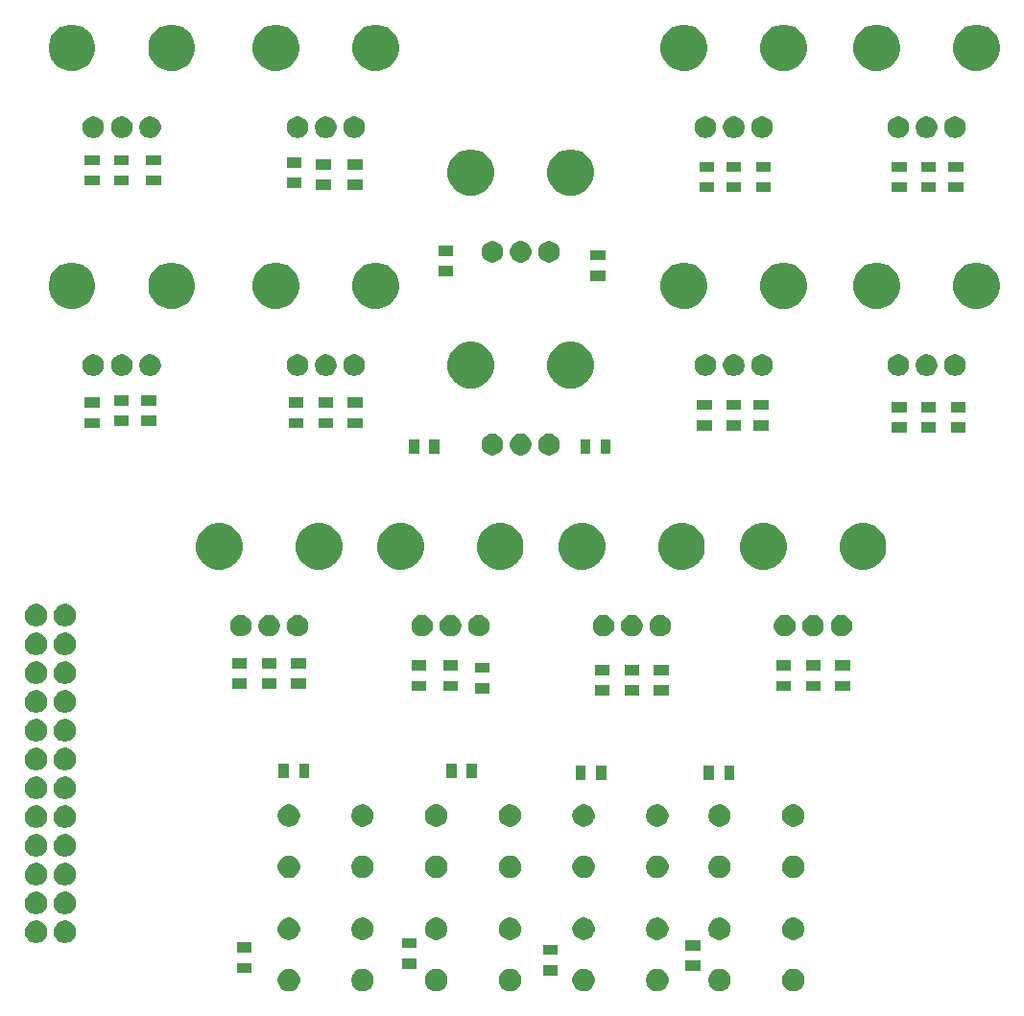
<source format=gbr>
G04 #@! TF.GenerationSoftware,KiCad,Pcbnew,5.0.2-bee76a0~70~ubuntu18.04.1*
G04 #@! TF.CreationDate,2019-12-02T21:24:14-05:00*
G04 #@! TF.ProjectId,control,636f6e74-726f-46c2-9e6b-696361645f70,rev?*
G04 #@! TF.SameCoordinates,Original*
G04 #@! TF.FileFunction,Soldermask,Top*
G04 #@! TF.FilePolarity,Negative*
%FSLAX46Y46*%
G04 Gerber Fmt 4.6, Leading zero omitted, Abs format (unit mm)*
G04 Created by KiCad (PCBNEW 5.0.2-bee76a0~70~ubuntu18.04.1) date Mon 02 Dec 2019 09:24:14 PM EST*
%MOMM*%
%LPD*%
G01*
G04 APERTURE LIST*
%ADD10C,0.100000*%
G04 APERTURE END LIST*
D10*
G36*
X27837803Y-90307875D02*
X27837805Y-90307876D01*
X27837806Y-90307876D01*
X28018120Y-90382564D01*
X28178210Y-90489533D01*
X28180401Y-90490997D01*
X28318403Y-90628999D01*
X28318405Y-90629002D01*
X28426836Y-90791280D01*
X28501524Y-90971594D01*
X28539600Y-91163015D01*
X28539600Y-91358185D01*
X28501524Y-91549606D01*
X28426836Y-91729920D01*
X28426835Y-91729921D01*
X28318403Y-91892201D01*
X28180401Y-92030203D01*
X28180398Y-92030205D01*
X28018120Y-92138636D01*
X27837806Y-92213324D01*
X27837805Y-92213324D01*
X27837803Y-92213325D01*
X27646387Y-92251400D01*
X27451213Y-92251400D01*
X27259797Y-92213325D01*
X27259795Y-92213324D01*
X27259794Y-92213324D01*
X27079480Y-92138636D01*
X26917202Y-92030205D01*
X26917199Y-92030203D01*
X26779197Y-91892201D01*
X26670765Y-91729921D01*
X26670764Y-91729920D01*
X26596076Y-91549606D01*
X26558000Y-91358185D01*
X26558000Y-91163015D01*
X26596076Y-90971594D01*
X26670764Y-90791280D01*
X26779195Y-90629002D01*
X26779197Y-90628999D01*
X26917199Y-90490997D01*
X26919390Y-90489533D01*
X27079480Y-90382564D01*
X27259794Y-90307876D01*
X27259795Y-90307876D01*
X27259797Y-90307875D01*
X27451213Y-90269800D01*
X27646387Y-90269800D01*
X27837803Y-90307875D01*
X27837803Y-90307875D01*
G37*
G36*
X65837803Y-90307875D02*
X65837805Y-90307876D01*
X65837806Y-90307876D01*
X66018120Y-90382564D01*
X66178210Y-90489533D01*
X66180401Y-90490997D01*
X66318403Y-90628999D01*
X66318405Y-90629002D01*
X66426836Y-90791280D01*
X66501524Y-90971594D01*
X66539600Y-91163015D01*
X66539600Y-91358185D01*
X66501524Y-91549606D01*
X66426836Y-91729920D01*
X66426835Y-91729921D01*
X66318403Y-91892201D01*
X66180401Y-92030203D01*
X66180398Y-92030205D01*
X66018120Y-92138636D01*
X65837806Y-92213324D01*
X65837805Y-92213324D01*
X65837803Y-92213325D01*
X65646387Y-92251400D01*
X65451213Y-92251400D01*
X65259797Y-92213325D01*
X65259795Y-92213324D01*
X65259794Y-92213324D01*
X65079480Y-92138636D01*
X64917202Y-92030205D01*
X64917199Y-92030203D01*
X64779197Y-91892201D01*
X64670765Y-91729921D01*
X64670764Y-91729920D01*
X64596076Y-91549606D01*
X64558000Y-91358185D01*
X64558000Y-91163015D01*
X64596076Y-90971594D01*
X64670764Y-90791280D01*
X64779195Y-90629002D01*
X64779197Y-90628999D01*
X64917199Y-90490997D01*
X64919390Y-90489533D01*
X65079480Y-90382564D01*
X65259794Y-90307876D01*
X65259795Y-90307876D01*
X65259797Y-90307875D01*
X65451213Y-90269800D01*
X65646387Y-90269800D01*
X65837803Y-90307875D01*
X65837803Y-90307875D01*
G37*
G36*
X53837803Y-90307875D02*
X53837805Y-90307876D01*
X53837806Y-90307876D01*
X54018120Y-90382564D01*
X54178210Y-90489533D01*
X54180401Y-90490997D01*
X54318403Y-90628999D01*
X54318405Y-90629002D01*
X54426836Y-90791280D01*
X54501524Y-90971594D01*
X54539600Y-91163015D01*
X54539600Y-91358185D01*
X54501524Y-91549606D01*
X54426836Y-91729920D01*
X54426835Y-91729921D01*
X54318403Y-91892201D01*
X54180401Y-92030203D01*
X54180398Y-92030205D01*
X54018120Y-92138636D01*
X53837806Y-92213324D01*
X53837805Y-92213324D01*
X53837803Y-92213325D01*
X53646387Y-92251400D01*
X53451213Y-92251400D01*
X53259797Y-92213325D01*
X53259795Y-92213324D01*
X53259794Y-92213324D01*
X53079480Y-92138636D01*
X52917202Y-92030205D01*
X52917199Y-92030203D01*
X52779197Y-91892201D01*
X52670765Y-91729921D01*
X52670764Y-91729920D01*
X52596076Y-91549606D01*
X52558000Y-91358185D01*
X52558000Y-91163015D01*
X52596076Y-90971594D01*
X52670764Y-90791280D01*
X52779195Y-90629002D01*
X52779197Y-90628999D01*
X52917199Y-90490997D01*
X52919390Y-90489533D01*
X53079480Y-90382564D01*
X53259794Y-90307876D01*
X53259795Y-90307876D01*
X53259797Y-90307875D01*
X53451213Y-90269800D01*
X53646387Y-90269800D01*
X53837803Y-90307875D01*
X53837803Y-90307875D01*
G37*
G36*
X60340203Y-90307875D02*
X60340205Y-90307876D01*
X60340206Y-90307876D01*
X60520520Y-90382564D01*
X60680610Y-90489533D01*
X60682801Y-90490997D01*
X60820803Y-90628999D01*
X60820805Y-90629002D01*
X60929236Y-90791280D01*
X61003924Y-90971594D01*
X61042000Y-91163015D01*
X61042000Y-91358185D01*
X61003924Y-91549606D01*
X60929236Y-91729920D01*
X60929235Y-91729921D01*
X60820803Y-91892201D01*
X60682801Y-92030203D01*
X60682798Y-92030205D01*
X60520520Y-92138636D01*
X60340206Y-92213324D01*
X60340205Y-92213324D01*
X60340203Y-92213325D01*
X60148787Y-92251400D01*
X59953613Y-92251400D01*
X59762197Y-92213325D01*
X59762195Y-92213324D01*
X59762194Y-92213324D01*
X59581880Y-92138636D01*
X59419602Y-92030205D01*
X59419599Y-92030203D01*
X59281597Y-91892201D01*
X59173165Y-91729921D01*
X59173164Y-91729920D01*
X59098476Y-91549606D01*
X59060400Y-91358185D01*
X59060400Y-91163015D01*
X59098476Y-90971594D01*
X59173164Y-90791280D01*
X59281595Y-90629002D01*
X59281597Y-90628999D01*
X59419599Y-90490997D01*
X59421790Y-90489533D01*
X59581880Y-90382564D01*
X59762194Y-90307876D01*
X59762195Y-90307876D01*
X59762197Y-90307875D01*
X59953613Y-90269800D01*
X60148787Y-90269800D01*
X60340203Y-90307875D01*
X60340203Y-90307875D01*
G37*
G36*
X72340203Y-90307875D02*
X72340205Y-90307876D01*
X72340206Y-90307876D01*
X72520520Y-90382564D01*
X72680610Y-90489533D01*
X72682801Y-90490997D01*
X72820803Y-90628999D01*
X72820805Y-90629002D01*
X72929236Y-90791280D01*
X73003924Y-90971594D01*
X73042000Y-91163015D01*
X73042000Y-91358185D01*
X73003924Y-91549606D01*
X72929236Y-91729920D01*
X72929235Y-91729921D01*
X72820803Y-91892201D01*
X72682801Y-92030203D01*
X72682798Y-92030205D01*
X72520520Y-92138636D01*
X72340206Y-92213324D01*
X72340205Y-92213324D01*
X72340203Y-92213325D01*
X72148787Y-92251400D01*
X71953613Y-92251400D01*
X71762197Y-92213325D01*
X71762195Y-92213324D01*
X71762194Y-92213324D01*
X71581880Y-92138636D01*
X71419602Y-92030205D01*
X71419599Y-92030203D01*
X71281597Y-91892201D01*
X71173165Y-91729921D01*
X71173164Y-91729920D01*
X71098476Y-91549606D01*
X71060400Y-91358185D01*
X71060400Y-91163015D01*
X71098476Y-90971594D01*
X71173164Y-90791280D01*
X71281595Y-90629002D01*
X71281597Y-90628999D01*
X71419599Y-90490997D01*
X71421790Y-90489533D01*
X71581880Y-90382564D01*
X71762194Y-90307876D01*
X71762195Y-90307876D01*
X71762197Y-90307875D01*
X71953613Y-90269800D01*
X72148787Y-90269800D01*
X72340203Y-90307875D01*
X72340203Y-90307875D01*
G37*
G36*
X47340203Y-90307875D02*
X47340205Y-90307876D01*
X47340206Y-90307876D01*
X47520520Y-90382564D01*
X47680610Y-90489533D01*
X47682801Y-90490997D01*
X47820803Y-90628999D01*
X47820805Y-90629002D01*
X47929236Y-90791280D01*
X48003924Y-90971594D01*
X48042000Y-91163015D01*
X48042000Y-91358185D01*
X48003924Y-91549606D01*
X47929236Y-91729920D01*
X47929235Y-91729921D01*
X47820803Y-91892201D01*
X47682801Y-92030203D01*
X47682798Y-92030205D01*
X47520520Y-92138636D01*
X47340206Y-92213324D01*
X47340205Y-92213324D01*
X47340203Y-92213325D01*
X47148787Y-92251400D01*
X46953613Y-92251400D01*
X46762197Y-92213325D01*
X46762195Y-92213324D01*
X46762194Y-92213324D01*
X46581880Y-92138636D01*
X46419602Y-92030205D01*
X46419599Y-92030203D01*
X46281597Y-91892201D01*
X46173165Y-91729921D01*
X46173164Y-91729920D01*
X46098476Y-91549606D01*
X46060400Y-91358185D01*
X46060400Y-91163015D01*
X46098476Y-90971594D01*
X46173164Y-90791280D01*
X46281595Y-90629002D01*
X46281597Y-90628999D01*
X46419599Y-90490997D01*
X46421790Y-90489533D01*
X46581880Y-90382564D01*
X46762194Y-90307876D01*
X46762195Y-90307876D01*
X46762197Y-90307875D01*
X46953613Y-90269800D01*
X47148787Y-90269800D01*
X47340203Y-90307875D01*
X47340203Y-90307875D01*
G37*
G36*
X40837803Y-90307875D02*
X40837805Y-90307876D01*
X40837806Y-90307876D01*
X41018120Y-90382564D01*
X41178210Y-90489533D01*
X41180401Y-90490997D01*
X41318403Y-90628999D01*
X41318405Y-90629002D01*
X41426836Y-90791280D01*
X41501524Y-90971594D01*
X41539600Y-91163015D01*
X41539600Y-91358185D01*
X41501524Y-91549606D01*
X41426836Y-91729920D01*
X41426835Y-91729921D01*
X41318403Y-91892201D01*
X41180401Y-92030203D01*
X41180398Y-92030205D01*
X41018120Y-92138636D01*
X40837806Y-92213324D01*
X40837805Y-92213324D01*
X40837803Y-92213325D01*
X40646387Y-92251400D01*
X40451213Y-92251400D01*
X40259797Y-92213325D01*
X40259795Y-92213324D01*
X40259794Y-92213324D01*
X40079480Y-92138636D01*
X39917202Y-92030205D01*
X39917199Y-92030203D01*
X39779197Y-91892201D01*
X39670765Y-91729921D01*
X39670764Y-91729920D01*
X39596076Y-91549606D01*
X39558000Y-91358185D01*
X39558000Y-91163015D01*
X39596076Y-90971594D01*
X39670764Y-90791280D01*
X39779195Y-90629002D01*
X39779197Y-90628999D01*
X39917199Y-90490997D01*
X39919390Y-90489533D01*
X40079480Y-90382564D01*
X40259794Y-90307876D01*
X40259795Y-90307876D01*
X40259797Y-90307875D01*
X40451213Y-90269800D01*
X40646387Y-90269800D01*
X40837803Y-90307875D01*
X40837803Y-90307875D01*
G37*
G36*
X34340203Y-90307875D02*
X34340205Y-90307876D01*
X34340206Y-90307876D01*
X34520520Y-90382564D01*
X34680610Y-90489533D01*
X34682801Y-90490997D01*
X34820803Y-90628999D01*
X34820805Y-90629002D01*
X34929236Y-90791280D01*
X35003924Y-90971594D01*
X35042000Y-91163015D01*
X35042000Y-91358185D01*
X35003924Y-91549606D01*
X34929236Y-91729920D01*
X34929235Y-91729921D01*
X34820803Y-91892201D01*
X34682801Y-92030203D01*
X34682798Y-92030205D01*
X34520520Y-92138636D01*
X34340206Y-92213324D01*
X34340205Y-92213324D01*
X34340203Y-92213325D01*
X34148787Y-92251400D01*
X33953613Y-92251400D01*
X33762197Y-92213325D01*
X33762195Y-92213324D01*
X33762194Y-92213324D01*
X33581880Y-92138636D01*
X33419602Y-92030205D01*
X33419599Y-92030203D01*
X33281597Y-91892201D01*
X33173165Y-91729921D01*
X33173164Y-91729920D01*
X33098476Y-91549606D01*
X33060400Y-91358185D01*
X33060400Y-91163015D01*
X33098476Y-90971594D01*
X33173164Y-90791280D01*
X33281595Y-90629002D01*
X33281597Y-90628999D01*
X33419599Y-90490997D01*
X33421790Y-90489533D01*
X33581880Y-90382564D01*
X33762194Y-90307876D01*
X33762195Y-90307876D01*
X33762197Y-90307875D01*
X33953613Y-90269800D01*
X34148787Y-90269800D01*
X34340203Y-90307875D01*
X34340203Y-90307875D01*
G37*
G36*
X51250440Y-90849780D02*
X49949560Y-90849780D01*
X49949560Y-89950220D01*
X51250440Y-89950220D01*
X51250440Y-90849780D01*
X51250440Y-90849780D01*
G37*
G36*
X24250440Y-90649780D02*
X22949560Y-90649780D01*
X22949560Y-89750220D01*
X24250440Y-89750220D01*
X24250440Y-90649780D01*
X24250440Y-90649780D01*
G37*
G36*
X63850440Y-90449780D02*
X62549560Y-90449780D01*
X62549560Y-89550220D01*
X63850440Y-89550220D01*
X63850440Y-90449780D01*
X63850440Y-90449780D01*
G37*
G36*
X38850440Y-90249780D02*
X37549560Y-90249780D01*
X37549560Y-89350220D01*
X38850440Y-89350220D01*
X38850440Y-90249780D01*
X38850440Y-90249780D01*
G37*
G36*
X51250440Y-89051460D02*
X49949560Y-89051460D01*
X49949560Y-88151900D01*
X51250440Y-88151900D01*
X51250440Y-89051460D01*
X51250440Y-89051460D01*
G37*
G36*
X24250440Y-88851460D02*
X22949560Y-88851460D01*
X22949560Y-87951900D01*
X24250440Y-87951900D01*
X24250440Y-88851460D01*
X24250440Y-88851460D01*
G37*
G36*
X63850440Y-88651460D02*
X62549560Y-88651460D01*
X62549560Y-87751900D01*
X63850440Y-87751900D01*
X63850440Y-88651460D01*
X63850440Y-88651460D01*
G37*
G36*
X38850440Y-88451460D02*
X37549560Y-88451460D01*
X37549560Y-87551900D01*
X38850440Y-87551900D01*
X38850440Y-88451460D01*
X38850440Y-88451460D01*
G37*
G36*
X5549003Y-86047275D02*
X5549005Y-86047276D01*
X5549006Y-86047276D01*
X5729320Y-86121964D01*
X5729321Y-86121965D01*
X5891601Y-86230397D01*
X6029603Y-86368399D01*
X6029605Y-86368402D01*
X6138036Y-86530680D01*
X6184068Y-86641813D01*
X6212725Y-86710997D01*
X6237786Y-86836987D01*
X6250800Y-86902415D01*
X6250800Y-87097585D01*
X6212724Y-87289006D01*
X6138036Y-87469320D01*
X6039068Y-87617435D01*
X6029603Y-87631601D01*
X5891601Y-87769603D01*
X5891598Y-87769605D01*
X5729320Y-87878036D01*
X5549006Y-87952724D01*
X5549005Y-87952724D01*
X5549003Y-87952725D01*
X5357587Y-87990800D01*
X5162413Y-87990800D01*
X4970997Y-87952725D01*
X4970995Y-87952724D01*
X4970994Y-87952724D01*
X4790680Y-87878036D01*
X4628402Y-87769605D01*
X4628399Y-87769603D01*
X4490397Y-87631601D01*
X4480932Y-87617435D01*
X4381964Y-87469320D01*
X4307276Y-87289006D01*
X4269200Y-87097585D01*
X4269200Y-86902415D01*
X4282214Y-86836987D01*
X4307275Y-86710997D01*
X4335932Y-86641813D01*
X4381964Y-86530680D01*
X4490395Y-86368402D01*
X4490397Y-86368399D01*
X4628399Y-86230397D01*
X4790679Y-86121965D01*
X4790680Y-86121964D01*
X4970994Y-86047276D01*
X4970995Y-86047276D01*
X4970997Y-86047275D01*
X5162413Y-86009200D01*
X5357587Y-86009200D01*
X5549003Y-86047275D01*
X5549003Y-86047275D01*
G37*
G36*
X8089003Y-86047275D02*
X8089005Y-86047276D01*
X8089006Y-86047276D01*
X8269320Y-86121964D01*
X8269321Y-86121965D01*
X8431601Y-86230397D01*
X8569603Y-86368399D01*
X8569605Y-86368402D01*
X8678036Y-86530680D01*
X8724068Y-86641813D01*
X8752725Y-86710997D01*
X8777786Y-86836987D01*
X8790800Y-86902415D01*
X8790800Y-87097585D01*
X8752724Y-87289006D01*
X8678036Y-87469320D01*
X8579068Y-87617435D01*
X8569603Y-87631601D01*
X8431601Y-87769603D01*
X8431598Y-87769605D01*
X8269320Y-87878036D01*
X8089006Y-87952724D01*
X8089005Y-87952724D01*
X8089003Y-87952725D01*
X7897587Y-87990800D01*
X7702413Y-87990800D01*
X7510997Y-87952725D01*
X7510995Y-87952724D01*
X7510994Y-87952724D01*
X7330680Y-87878036D01*
X7168402Y-87769605D01*
X7168399Y-87769603D01*
X7030397Y-87631601D01*
X7020932Y-87617435D01*
X6921964Y-87469320D01*
X6847276Y-87289006D01*
X6809200Y-87097585D01*
X6809200Y-86902415D01*
X6822214Y-86836987D01*
X6847275Y-86710997D01*
X6875932Y-86641813D01*
X6921964Y-86530680D01*
X7030395Y-86368402D01*
X7030397Y-86368399D01*
X7168399Y-86230397D01*
X7330679Y-86121965D01*
X7330680Y-86121964D01*
X7510994Y-86047276D01*
X7510995Y-86047276D01*
X7510997Y-86047275D01*
X7702413Y-86009200D01*
X7897587Y-86009200D01*
X8089003Y-86047275D01*
X8089003Y-86047275D01*
G37*
G36*
X34340203Y-85786675D02*
X34340205Y-85786676D01*
X34340206Y-85786676D01*
X34520520Y-85861364D01*
X34520521Y-85861365D01*
X34682801Y-85969797D01*
X34820803Y-86107799D01*
X34820805Y-86107802D01*
X34929236Y-86270080D01*
X34969962Y-86368402D01*
X35003925Y-86450397D01*
X35042000Y-86641813D01*
X35042000Y-86836987D01*
X35028986Y-86902415D01*
X35003924Y-87028406D01*
X34929236Y-87208720D01*
X34929235Y-87208721D01*
X34820803Y-87371001D01*
X34682801Y-87509003D01*
X34682798Y-87509005D01*
X34520520Y-87617436D01*
X34340206Y-87692124D01*
X34340205Y-87692124D01*
X34340203Y-87692125D01*
X34148787Y-87730200D01*
X33953613Y-87730200D01*
X33762197Y-87692125D01*
X33762195Y-87692124D01*
X33762194Y-87692124D01*
X33581880Y-87617436D01*
X33419602Y-87509005D01*
X33419599Y-87509003D01*
X33281597Y-87371001D01*
X33173165Y-87208721D01*
X33173164Y-87208720D01*
X33098476Y-87028406D01*
X33073415Y-86902415D01*
X33060400Y-86836987D01*
X33060400Y-86641813D01*
X33098475Y-86450397D01*
X33132438Y-86368402D01*
X33173164Y-86270080D01*
X33281595Y-86107802D01*
X33281597Y-86107799D01*
X33419599Y-85969797D01*
X33581879Y-85861365D01*
X33581880Y-85861364D01*
X33762194Y-85786676D01*
X33762195Y-85786676D01*
X33762197Y-85786675D01*
X33953613Y-85748600D01*
X34148787Y-85748600D01*
X34340203Y-85786675D01*
X34340203Y-85786675D01*
G37*
G36*
X72340203Y-85786675D02*
X72340205Y-85786676D01*
X72340206Y-85786676D01*
X72520520Y-85861364D01*
X72520521Y-85861365D01*
X72682801Y-85969797D01*
X72820803Y-86107799D01*
X72820805Y-86107802D01*
X72929236Y-86270080D01*
X72969962Y-86368402D01*
X73003925Y-86450397D01*
X73042000Y-86641813D01*
X73042000Y-86836987D01*
X73028986Y-86902415D01*
X73003924Y-87028406D01*
X72929236Y-87208720D01*
X72929235Y-87208721D01*
X72820803Y-87371001D01*
X72682801Y-87509003D01*
X72682798Y-87509005D01*
X72520520Y-87617436D01*
X72340206Y-87692124D01*
X72340205Y-87692124D01*
X72340203Y-87692125D01*
X72148787Y-87730200D01*
X71953613Y-87730200D01*
X71762197Y-87692125D01*
X71762195Y-87692124D01*
X71762194Y-87692124D01*
X71581880Y-87617436D01*
X71419602Y-87509005D01*
X71419599Y-87509003D01*
X71281597Y-87371001D01*
X71173165Y-87208721D01*
X71173164Y-87208720D01*
X71098476Y-87028406D01*
X71073415Y-86902415D01*
X71060400Y-86836987D01*
X71060400Y-86641813D01*
X71098475Y-86450397D01*
X71132438Y-86368402D01*
X71173164Y-86270080D01*
X71281595Y-86107802D01*
X71281597Y-86107799D01*
X71419599Y-85969797D01*
X71581879Y-85861365D01*
X71581880Y-85861364D01*
X71762194Y-85786676D01*
X71762195Y-85786676D01*
X71762197Y-85786675D01*
X71953613Y-85748600D01*
X72148787Y-85748600D01*
X72340203Y-85786675D01*
X72340203Y-85786675D01*
G37*
G36*
X60340203Y-85786675D02*
X60340205Y-85786676D01*
X60340206Y-85786676D01*
X60520520Y-85861364D01*
X60520521Y-85861365D01*
X60682801Y-85969797D01*
X60820803Y-86107799D01*
X60820805Y-86107802D01*
X60929236Y-86270080D01*
X60969962Y-86368402D01*
X61003925Y-86450397D01*
X61042000Y-86641813D01*
X61042000Y-86836987D01*
X61028986Y-86902415D01*
X61003924Y-87028406D01*
X60929236Y-87208720D01*
X60929235Y-87208721D01*
X60820803Y-87371001D01*
X60682801Y-87509003D01*
X60682798Y-87509005D01*
X60520520Y-87617436D01*
X60340206Y-87692124D01*
X60340205Y-87692124D01*
X60340203Y-87692125D01*
X60148787Y-87730200D01*
X59953613Y-87730200D01*
X59762197Y-87692125D01*
X59762195Y-87692124D01*
X59762194Y-87692124D01*
X59581880Y-87617436D01*
X59419602Y-87509005D01*
X59419599Y-87509003D01*
X59281597Y-87371001D01*
X59173165Y-87208721D01*
X59173164Y-87208720D01*
X59098476Y-87028406D01*
X59073415Y-86902415D01*
X59060400Y-86836987D01*
X59060400Y-86641813D01*
X59098475Y-86450397D01*
X59132438Y-86368402D01*
X59173164Y-86270080D01*
X59281595Y-86107802D01*
X59281597Y-86107799D01*
X59419599Y-85969797D01*
X59581879Y-85861365D01*
X59581880Y-85861364D01*
X59762194Y-85786676D01*
X59762195Y-85786676D01*
X59762197Y-85786675D01*
X59953613Y-85748600D01*
X60148787Y-85748600D01*
X60340203Y-85786675D01*
X60340203Y-85786675D01*
G37*
G36*
X53837803Y-85786675D02*
X53837805Y-85786676D01*
X53837806Y-85786676D01*
X54018120Y-85861364D01*
X54018121Y-85861365D01*
X54180401Y-85969797D01*
X54318403Y-86107799D01*
X54318405Y-86107802D01*
X54426836Y-86270080D01*
X54467562Y-86368402D01*
X54501525Y-86450397D01*
X54539600Y-86641813D01*
X54539600Y-86836987D01*
X54526586Y-86902415D01*
X54501524Y-87028406D01*
X54426836Y-87208720D01*
X54426835Y-87208721D01*
X54318403Y-87371001D01*
X54180401Y-87509003D01*
X54180398Y-87509005D01*
X54018120Y-87617436D01*
X53837806Y-87692124D01*
X53837805Y-87692124D01*
X53837803Y-87692125D01*
X53646387Y-87730200D01*
X53451213Y-87730200D01*
X53259797Y-87692125D01*
X53259795Y-87692124D01*
X53259794Y-87692124D01*
X53079480Y-87617436D01*
X52917202Y-87509005D01*
X52917199Y-87509003D01*
X52779197Y-87371001D01*
X52670765Y-87208721D01*
X52670764Y-87208720D01*
X52596076Y-87028406D01*
X52571015Y-86902415D01*
X52558000Y-86836987D01*
X52558000Y-86641813D01*
X52596075Y-86450397D01*
X52630038Y-86368402D01*
X52670764Y-86270080D01*
X52779195Y-86107802D01*
X52779197Y-86107799D01*
X52917199Y-85969797D01*
X53079479Y-85861365D01*
X53079480Y-85861364D01*
X53259794Y-85786676D01*
X53259795Y-85786676D01*
X53259797Y-85786675D01*
X53451213Y-85748600D01*
X53646387Y-85748600D01*
X53837803Y-85786675D01*
X53837803Y-85786675D01*
G37*
G36*
X47340203Y-85786675D02*
X47340205Y-85786676D01*
X47340206Y-85786676D01*
X47520520Y-85861364D01*
X47520521Y-85861365D01*
X47682801Y-85969797D01*
X47820803Y-86107799D01*
X47820805Y-86107802D01*
X47929236Y-86270080D01*
X47969962Y-86368402D01*
X48003925Y-86450397D01*
X48042000Y-86641813D01*
X48042000Y-86836987D01*
X48028986Y-86902415D01*
X48003924Y-87028406D01*
X47929236Y-87208720D01*
X47929235Y-87208721D01*
X47820803Y-87371001D01*
X47682801Y-87509003D01*
X47682798Y-87509005D01*
X47520520Y-87617436D01*
X47340206Y-87692124D01*
X47340205Y-87692124D01*
X47340203Y-87692125D01*
X47148787Y-87730200D01*
X46953613Y-87730200D01*
X46762197Y-87692125D01*
X46762195Y-87692124D01*
X46762194Y-87692124D01*
X46581880Y-87617436D01*
X46419602Y-87509005D01*
X46419599Y-87509003D01*
X46281597Y-87371001D01*
X46173165Y-87208721D01*
X46173164Y-87208720D01*
X46098476Y-87028406D01*
X46073415Y-86902415D01*
X46060400Y-86836987D01*
X46060400Y-86641813D01*
X46098475Y-86450397D01*
X46132438Y-86368402D01*
X46173164Y-86270080D01*
X46281595Y-86107802D01*
X46281597Y-86107799D01*
X46419599Y-85969797D01*
X46581879Y-85861365D01*
X46581880Y-85861364D01*
X46762194Y-85786676D01*
X46762195Y-85786676D01*
X46762197Y-85786675D01*
X46953613Y-85748600D01*
X47148787Y-85748600D01*
X47340203Y-85786675D01*
X47340203Y-85786675D01*
G37*
G36*
X40837803Y-85786675D02*
X40837805Y-85786676D01*
X40837806Y-85786676D01*
X41018120Y-85861364D01*
X41018121Y-85861365D01*
X41180401Y-85969797D01*
X41318403Y-86107799D01*
X41318405Y-86107802D01*
X41426836Y-86270080D01*
X41467562Y-86368402D01*
X41501525Y-86450397D01*
X41539600Y-86641813D01*
X41539600Y-86836987D01*
X41526586Y-86902415D01*
X41501524Y-87028406D01*
X41426836Y-87208720D01*
X41426835Y-87208721D01*
X41318403Y-87371001D01*
X41180401Y-87509003D01*
X41180398Y-87509005D01*
X41018120Y-87617436D01*
X40837806Y-87692124D01*
X40837805Y-87692124D01*
X40837803Y-87692125D01*
X40646387Y-87730200D01*
X40451213Y-87730200D01*
X40259797Y-87692125D01*
X40259795Y-87692124D01*
X40259794Y-87692124D01*
X40079480Y-87617436D01*
X39917202Y-87509005D01*
X39917199Y-87509003D01*
X39779197Y-87371001D01*
X39670765Y-87208721D01*
X39670764Y-87208720D01*
X39596076Y-87028406D01*
X39571015Y-86902415D01*
X39558000Y-86836987D01*
X39558000Y-86641813D01*
X39596075Y-86450397D01*
X39630038Y-86368402D01*
X39670764Y-86270080D01*
X39779195Y-86107802D01*
X39779197Y-86107799D01*
X39917199Y-85969797D01*
X40079479Y-85861365D01*
X40079480Y-85861364D01*
X40259794Y-85786676D01*
X40259795Y-85786676D01*
X40259797Y-85786675D01*
X40451213Y-85748600D01*
X40646387Y-85748600D01*
X40837803Y-85786675D01*
X40837803Y-85786675D01*
G37*
G36*
X27837803Y-85786675D02*
X27837805Y-85786676D01*
X27837806Y-85786676D01*
X28018120Y-85861364D01*
X28018121Y-85861365D01*
X28180401Y-85969797D01*
X28318403Y-86107799D01*
X28318405Y-86107802D01*
X28426836Y-86270080D01*
X28467562Y-86368402D01*
X28501525Y-86450397D01*
X28539600Y-86641813D01*
X28539600Y-86836987D01*
X28526586Y-86902415D01*
X28501524Y-87028406D01*
X28426836Y-87208720D01*
X28426835Y-87208721D01*
X28318403Y-87371001D01*
X28180401Y-87509003D01*
X28180398Y-87509005D01*
X28018120Y-87617436D01*
X27837806Y-87692124D01*
X27837805Y-87692124D01*
X27837803Y-87692125D01*
X27646387Y-87730200D01*
X27451213Y-87730200D01*
X27259797Y-87692125D01*
X27259795Y-87692124D01*
X27259794Y-87692124D01*
X27079480Y-87617436D01*
X26917202Y-87509005D01*
X26917199Y-87509003D01*
X26779197Y-87371001D01*
X26670765Y-87208721D01*
X26670764Y-87208720D01*
X26596076Y-87028406D01*
X26571015Y-86902415D01*
X26558000Y-86836987D01*
X26558000Y-86641813D01*
X26596075Y-86450397D01*
X26630038Y-86368402D01*
X26670764Y-86270080D01*
X26779195Y-86107802D01*
X26779197Y-86107799D01*
X26917199Y-85969797D01*
X27079479Y-85861365D01*
X27079480Y-85861364D01*
X27259794Y-85786676D01*
X27259795Y-85786676D01*
X27259797Y-85786675D01*
X27451213Y-85748600D01*
X27646387Y-85748600D01*
X27837803Y-85786675D01*
X27837803Y-85786675D01*
G37*
G36*
X65837803Y-85786675D02*
X65837805Y-85786676D01*
X65837806Y-85786676D01*
X66018120Y-85861364D01*
X66018121Y-85861365D01*
X66180401Y-85969797D01*
X66318403Y-86107799D01*
X66318405Y-86107802D01*
X66426836Y-86270080D01*
X66467562Y-86368402D01*
X66501525Y-86450397D01*
X66539600Y-86641813D01*
X66539600Y-86836987D01*
X66526586Y-86902415D01*
X66501524Y-87028406D01*
X66426836Y-87208720D01*
X66426835Y-87208721D01*
X66318403Y-87371001D01*
X66180401Y-87509003D01*
X66180398Y-87509005D01*
X66018120Y-87617436D01*
X65837806Y-87692124D01*
X65837805Y-87692124D01*
X65837803Y-87692125D01*
X65646387Y-87730200D01*
X65451213Y-87730200D01*
X65259797Y-87692125D01*
X65259795Y-87692124D01*
X65259794Y-87692124D01*
X65079480Y-87617436D01*
X64917202Y-87509005D01*
X64917199Y-87509003D01*
X64779197Y-87371001D01*
X64670765Y-87208721D01*
X64670764Y-87208720D01*
X64596076Y-87028406D01*
X64571015Y-86902415D01*
X64558000Y-86836987D01*
X64558000Y-86641813D01*
X64596075Y-86450397D01*
X64630038Y-86368402D01*
X64670764Y-86270080D01*
X64779195Y-86107802D01*
X64779197Y-86107799D01*
X64917199Y-85969797D01*
X65079479Y-85861365D01*
X65079480Y-85861364D01*
X65259794Y-85786676D01*
X65259795Y-85786676D01*
X65259797Y-85786675D01*
X65451213Y-85748600D01*
X65646387Y-85748600D01*
X65837803Y-85786675D01*
X65837803Y-85786675D01*
G37*
G36*
X8089003Y-83507275D02*
X8089005Y-83507276D01*
X8089006Y-83507276D01*
X8269320Y-83581964D01*
X8269321Y-83581965D01*
X8431601Y-83690397D01*
X8569603Y-83828399D01*
X8569605Y-83828402D01*
X8678036Y-83990680D01*
X8752724Y-84170994D01*
X8790800Y-84362415D01*
X8790800Y-84557585D01*
X8752724Y-84749006D01*
X8678036Y-84929320D01*
X8678035Y-84929321D01*
X8569603Y-85091601D01*
X8431601Y-85229603D01*
X8431598Y-85229605D01*
X8269320Y-85338036D01*
X8089006Y-85412724D01*
X8089005Y-85412724D01*
X8089003Y-85412725D01*
X7897587Y-85450800D01*
X7702413Y-85450800D01*
X7510997Y-85412725D01*
X7510995Y-85412724D01*
X7510994Y-85412724D01*
X7330680Y-85338036D01*
X7168402Y-85229605D01*
X7168399Y-85229603D01*
X7030397Y-85091601D01*
X6921965Y-84929321D01*
X6921964Y-84929320D01*
X6847276Y-84749006D01*
X6809200Y-84557585D01*
X6809200Y-84362415D01*
X6847276Y-84170994D01*
X6921964Y-83990680D01*
X7030395Y-83828402D01*
X7030397Y-83828399D01*
X7168399Y-83690397D01*
X7330679Y-83581965D01*
X7330680Y-83581964D01*
X7510994Y-83507276D01*
X7510995Y-83507276D01*
X7510997Y-83507275D01*
X7702413Y-83469200D01*
X7897587Y-83469200D01*
X8089003Y-83507275D01*
X8089003Y-83507275D01*
G37*
G36*
X5549003Y-83507275D02*
X5549005Y-83507276D01*
X5549006Y-83507276D01*
X5729320Y-83581964D01*
X5729321Y-83581965D01*
X5891601Y-83690397D01*
X6029603Y-83828399D01*
X6029605Y-83828402D01*
X6138036Y-83990680D01*
X6212724Y-84170994D01*
X6250800Y-84362415D01*
X6250800Y-84557585D01*
X6212724Y-84749006D01*
X6138036Y-84929320D01*
X6138035Y-84929321D01*
X6029603Y-85091601D01*
X5891601Y-85229603D01*
X5891598Y-85229605D01*
X5729320Y-85338036D01*
X5549006Y-85412724D01*
X5549005Y-85412724D01*
X5549003Y-85412725D01*
X5357587Y-85450800D01*
X5162413Y-85450800D01*
X4970997Y-85412725D01*
X4970995Y-85412724D01*
X4970994Y-85412724D01*
X4790680Y-85338036D01*
X4628402Y-85229605D01*
X4628399Y-85229603D01*
X4490397Y-85091601D01*
X4381965Y-84929321D01*
X4381964Y-84929320D01*
X4307276Y-84749006D01*
X4269200Y-84557585D01*
X4269200Y-84362415D01*
X4307276Y-84170994D01*
X4381964Y-83990680D01*
X4490395Y-83828402D01*
X4490397Y-83828399D01*
X4628399Y-83690397D01*
X4790679Y-83581965D01*
X4790680Y-83581964D01*
X4970994Y-83507276D01*
X4970995Y-83507276D01*
X4970997Y-83507275D01*
X5162413Y-83469200D01*
X5357587Y-83469200D01*
X5549003Y-83507275D01*
X5549003Y-83507275D01*
G37*
G36*
X8089003Y-80967275D02*
X8089005Y-80967276D01*
X8089006Y-80967276D01*
X8269320Y-81041964D01*
X8269321Y-81041965D01*
X8431601Y-81150397D01*
X8569603Y-81288399D01*
X8569605Y-81288402D01*
X8678036Y-81450680D01*
X8719011Y-81549603D01*
X8752725Y-81630997D01*
X8790800Y-81822413D01*
X8790800Y-82017587D01*
X8766722Y-82138636D01*
X8752724Y-82209006D01*
X8678036Y-82389320D01*
X8678035Y-82389321D01*
X8569603Y-82551601D01*
X8431601Y-82689603D01*
X8431598Y-82689605D01*
X8269320Y-82798036D01*
X8089006Y-82872724D01*
X8089005Y-82872724D01*
X8089003Y-82872725D01*
X7897587Y-82910800D01*
X7702413Y-82910800D01*
X7510997Y-82872725D01*
X7510995Y-82872724D01*
X7510994Y-82872724D01*
X7330680Y-82798036D01*
X7168402Y-82689605D01*
X7168399Y-82689603D01*
X7030397Y-82551601D01*
X6921965Y-82389321D01*
X6921964Y-82389320D01*
X6847276Y-82209006D01*
X6833279Y-82138636D01*
X6809200Y-82017587D01*
X6809200Y-81822413D01*
X6847275Y-81630997D01*
X6880989Y-81549603D01*
X6921964Y-81450680D01*
X7030395Y-81288402D01*
X7030397Y-81288399D01*
X7168399Y-81150397D01*
X7330679Y-81041965D01*
X7330680Y-81041964D01*
X7510994Y-80967276D01*
X7510995Y-80967276D01*
X7510997Y-80967275D01*
X7702413Y-80929200D01*
X7897587Y-80929200D01*
X8089003Y-80967275D01*
X8089003Y-80967275D01*
G37*
G36*
X5549003Y-80967275D02*
X5549005Y-80967276D01*
X5549006Y-80967276D01*
X5729320Y-81041964D01*
X5729321Y-81041965D01*
X5891601Y-81150397D01*
X6029603Y-81288399D01*
X6029605Y-81288402D01*
X6138036Y-81450680D01*
X6179011Y-81549603D01*
X6212725Y-81630997D01*
X6250800Y-81822413D01*
X6250800Y-82017587D01*
X6226722Y-82138636D01*
X6212724Y-82209006D01*
X6138036Y-82389320D01*
X6138035Y-82389321D01*
X6029603Y-82551601D01*
X5891601Y-82689603D01*
X5891598Y-82689605D01*
X5729320Y-82798036D01*
X5549006Y-82872724D01*
X5549005Y-82872724D01*
X5549003Y-82872725D01*
X5357587Y-82910800D01*
X5162413Y-82910800D01*
X4970997Y-82872725D01*
X4970995Y-82872724D01*
X4970994Y-82872724D01*
X4790680Y-82798036D01*
X4628402Y-82689605D01*
X4628399Y-82689603D01*
X4490397Y-82551601D01*
X4381965Y-82389321D01*
X4381964Y-82389320D01*
X4307276Y-82209006D01*
X4293279Y-82138636D01*
X4269200Y-82017587D01*
X4269200Y-81822413D01*
X4307275Y-81630997D01*
X4340989Y-81549603D01*
X4381964Y-81450680D01*
X4490395Y-81288402D01*
X4490397Y-81288399D01*
X4628399Y-81150397D01*
X4790679Y-81041965D01*
X4790680Y-81041964D01*
X4970994Y-80967276D01*
X4970995Y-80967276D01*
X4970997Y-80967275D01*
X5162413Y-80929200D01*
X5357587Y-80929200D01*
X5549003Y-80967275D01*
X5549003Y-80967275D01*
G37*
G36*
X60340203Y-80307875D02*
X60340205Y-80307876D01*
X60340206Y-80307876D01*
X60520520Y-80382564D01*
X60520521Y-80382565D01*
X60682801Y-80490997D01*
X60820803Y-80628999D01*
X60820805Y-80629002D01*
X60929236Y-80791280D01*
X60986364Y-80929200D01*
X61003925Y-80971597D01*
X61042000Y-81163013D01*
X61042000Y-81358185D01*
X61003924Y-81549606D01*
X60929236Y-81729920D01*
X60929235Y-81729921D01*
X60820803Y-81892201D01*
X60682801Y-82030203D01*
X60682798Y-82030205D01*
X60520520Y-82138636D01*
X60340206Y-82213324D01*
X60340205Y-82213324D01*
X60340203Y-82213325D01*
X60148787Y-82251400D01*
X59953613Y-82251400D01*
X59762197Y-82213325D01*
X59762195Y-82213324D01*
X59762194Y-82213324D01*
X59581880Y-82138636D01*
X59419602Y-82030205D01*
X59419599Y-82030203D01*
X59281597Y-81892201D01*
X59173165Y-81729921D01*
X59173164Y-81729920D01*
X59098476Y-81549606D01*
X59060400Y-81358185D01*
X59060400Y-81163013D01*
X59098475Y-80971597D01*
X59116036Y-80929200D01*
X59173164Y-80791280D01*
X59281595Y-80629002D01*
X59281597Y-80628999D01*
X59419599Y-80490997D01*
X59581879Y-80382565D01*
X59581880Y-80382564D01*
X59762194Y-80307876D01*
X59762195Y-80307876D01*
X59762197Y-80307875D01*
X59953613Y-80269800D01*
X60148787Y-80269800D01*
X60340203Y-80307875D01*
X60340203Y-80307875D01*
G37*
G36*
X53837803Y-80307875D02*
X53837805Y-80307876D01*
X53837806Y-80307876D01*
X54018120Y-80382564D01*
X54018121Y-80382565D01*
X54180401Y-80490997D01*
X54318403Y-80628999D01*
X54318405Y-80629002D01*
X54426836Y-80791280D01*
X54483964Y-80929200D01*
X54501525Y-80971597D01*
X54539600Y-81163013D01*
X54539600Y-81358185D01*
X54501524Y-81549606D01*
X54426836Y-81729920D01*
X54426835Y-81729921D01*
X54318403Y-81892201D01*
X54180401Y-82030203D01*
X54180398Y-82030205D01*
X54018120Y-82138636D01*
X53837806Y-82213324D01*
X53837805Y-82213324D01*
X53837803Y-82213325D01*
X53646387Y-82251400D01*
X53451213Y-82251400D01*
X53259797Y-82213325D01*
X53259795Y-82213324D01*
X53259794Y-82213324D01*
X53079480Y-82138636D01*
X52917202Y-82030205D01*
X52917199Y-82030203D01*
X52779197Y-81892201D01*
X52670765Y-81729921D01*
X52670764Y-81729920D01*
X52596076Y-81549606D01*
X52558000Y-81358185D01*
X52558000Y-81163013D01*
X52596075Y-80971597D01*
X52613636Y-80929200D01*
X52670764Y-80791280D01*
X52779195Y-80629002D01*
X52779197Y-80628999D01*
X52917199Y-80490997D01*
X53079479Y-80382565D01*
X53079480Y-80382564D01*
X53259794Y-80307876D01*
X53259795Y-80307876D01*
X53259797Y-80307875D01*
X53451213Y-80269800D01*
X53646387Y-80269800D01*
X53837803Y-80307875D01*
X53837803Y-80307875D01*
G37*
G36*
X47340203Y-80307875D02*
X47340205Y-80307876D01*
X47340206Y-80307876D01*
X47520520Y-80382564D01*
X47520521Y-80382565D01*
X47682801Y-80490997D01*
X47820803Y-80628999D01*
X47820805Y-80629002D01*
X47929236Y-80791280D01*
X47986364Y-80929200D01*
X48003925Y-80971597D01*
X48042000Y-81163013D01*
X48042000Y-81358185D01*
X48003924Y-81549606D01*
X47929236Y-81729920D01*
X47929235Y-81729921D01*
X47820803Y-81892201D01*
X47682801Y-82030203D01*
X47682798Y-82030205D01*
X47520520Y-82138636D01*
X47340206Y-82213324D01*
X47340205Y-82213324D01*
X47340203Y-82213325D01*
X47148787Y-82251400D01*
X46953613Y-82251400D01*
X46762197Y-82213325D01*
X46762195Y-82213324D01*
X46762194Y-82213324D01*
X46581880Y-82138636D01*
X46419602Y-82030205D01*
X46419599Y-82030203D01*
X46281597Y-81892201D01*
X46173165Y-81729921D01*
X46173164Y-81729920D01*
X46098476Y-81549606D01*
X46060400Y-81358185D01*
X46060400Y-81163013D01*
X46098475Y-80971597D01*
X46116036Y-80929200D01*
X46173164Y-80791280D01*
X46281595Y-80629002D01*
X46281597Y-80628999D01*
X46419599Y-80490997D01*
X46581879Y-80382565D01*
X46581880Y-80382564D01*
X46762194Y-80307876D01*
X46762195Y-80307876D01*
X46762197Y-80307875D01*
X46953613Y-80269800D01*
X47148787Y-80269800D01*
X47340203Y-80307875D01*
X47340203Y-80307875D01*
G37*
G36*
X27837803Y-80307875D02*
X27837805Y-80307876D01*
X27837806Y-80307876D01*
X28018120Y-80382564D01*
X28018121Y-80382565D01*
X28180401Y-80490997D01*
X28318403Y-80628999D01*
X28318405Y-80629002D01*
X28426836Y-80791280D01*
X28483964Y-80929200D01*
X28501525Y-80971597D01*
X28539600Y-81163013D01*
X28539600Y-81358185D01*
X28501524Y-81549606D01*
X28426836Y-81729920D01*
X28426835Y-81729921D01*
X28318403Y-81892201D01*
X28180401Y-82030203D01*
X28180398Y-82030205D01*
X28018120Y-82138636D01*
X27837806Y-82213324D01*
X27837805Y-82213324D01*
X27837803Y-82213325D01*
X27646387Y-82251400D01*
X27451213Y-82251400D01*
X27259797Y-82213325D01*
X27259795Y-82213324D01*
X27259794Y-82213324D01*
X27079480Y-82138636D01*
X26917202Y-82030205D01*
X26917199Y-82030203D01*
X26779197Y-81892201D01*
X26670765Y-81729921D01*
X26670764Y-81729920D01*
X26596076Y-81549606D01*
X26558000Y-81358185D01*
X26558000Y-81163013D01*
X26596075Y-80971597D01*
X26613636Y-80929200D01*
X26670764Y-80791280D01*
X26779195Y-80629002D01*
X26779197Y-80628999D01*
X26917199Y-80490997D01*
X27079479Y-80382565D01*
X27079480Y-80382564D01*
X27259794Y-80307876D01*
X27259795Y-80307876D01*
X27259797Y-80307875D01*
X27451213Y-80269800D01*
X27646387Y-80269800D01*
X27837803Y-80307875D01*
X27837803Y-80307875D01*
G37*
G36*
X40837803Y-80307875D02*
X40837805Y-80307876D01*
X40837806Y-80307876D01*
X41018120Y-80382564D01*
X41018121Y-80382565D01*
X41180401Y-80490997D01*
X41318403Y-80628999D01*
X41318405Y-80629002D01*
X41426836Y-80791280D01*
X41483964Y-80929200D01*
X41501525Y-80971597D01*
X41539600Y-81163013D01*
X41539600Y-81358185D01*
X41501524Y-81549606D01*
X41426836Y-81729920D01*
X41426835Y-81729921D01*
X41318403Y-81892201D01*
X41180401Y-82030203D01*
X41180398Y-82030205D01*
X41018120Y-82138636D01*
X40837806Y-82213324D01*
X40837805Y-82213324D01*
X40837803Y-82213325D01*
X40646387Y-82251400D01*
X40451213Y-82251400D01*
X40259797Y-82213325D01*
X40259795Y-82213324D01*
X40259794Y-82213324D01*
X40079480Y-82138636D01*
X39917202Y-82030205D01*
X39917199Y-82030203D01*
X39779197Y-81892201D01*
X39670765Y-81729921D01*
X39670764Y-81729920D01*
X39596076Y-81549606D01*
X39558000Y-81358185D01*
X39558000Y-81163013D01*
X39596075Y-80971597D01*
X39613636Y-80929200D01*
X39670764Y-80791280D01*
X39779195Y-80629002D01*
X39779197Y-80628999D01*
X39917199Y-80490997D01*
X40079479Y-80382565D01*
X40079480Y-80382564D01*
X40259794Y-80307876D01*
X40259795Y-80307876D01*
X40259797Y-80307875D01*
X40451213Y-80269800D01*
X40646387Y-80269800D01*
X40837803Y-80307875D01*
X40837803Y-80307875D01*
G37*
G36*
X65837803Y-80307875D02*
X65837805Y-80307876D01*
X65837806Y-80307876D01*
X66018120Y-80382564D01*
X66018121Y-80382565D01*
X66180401Y-80490997D01*
X66318403Y-80628999D01*
X66318405Y-80629002D01*
X66426836Y-80791280D01*
X66483964Y-80929200D01*
X66501525Y-80971597D01*
X66539600Y-81163013D01*
X66539600Y-81358185D01*
X66501524Y-81549606D01*
X66426836Y-81729920D01*
X66426835Y-81729921D01*
X66318403Y-81892201D01*
X66180401Y-82030203D01*
X66180398Y-82030205D01*
X66018120Y-82138636D01*
X65837806Y-82213324D01*
X65837805Y-82213324D01*
X65837803Y-82213325D01*
X65646387Y-82251400D01*
X65451213Y-82251400D01*
X65259797Y-82213325D01*
X65259795Y-82213324D01*
X65259794Y-82213324D01*
X65079480Y-82138636D01*
X64917202Y-82030205D01*
X64917199Y-82030203D01*
X64779197Y-81892201D01*
X64670765Y-81729921D01*
X64670764Y-81729920D01*
X64596076Y-81549606D01*
X64558000Y-81358185D01*
X64558000Y-81163013D01*
X64596075Y-80971597D01*
X64613636Y-80929200D01*
X64670764Y-80791280D01*
X64779195Y-80629002D01*
X64779197Y-80628999D01*
X64917199Y-80490997D01*
X65079479Y-80382565D01*
X65079480Y-80382564D01*
X65259794Y-80307876D01*
X65259795Y-80307876D01*
X65259797Y-80307875D01*
X65451213Y-80269800D01*
X65646387Y-80269800D01*
X65837803Y-80307875D01*
X65837803Y-80307875D01*
G37*
G36*
X72340203Y-80307875D02*
X72340205Y-80307876D01*
X72340206Y-80307876D01*
X72520520Y-80382564D01*
X72520521Y-80382565D01*
X72682801Y-80490997D01*
X72820803Y-80628999D01*
X72820805Y-80629002D01*
X72929236Y-80791280D01*
X72986364Y-80929200D01*
X73003925Y-80971597D01*
X73042000Y-81163013D01*
X73042000Y-81358185D01*
X73003924Y-81549606D01*
X72929236Y-81729920D01*
X72929235Y-81729921D01*
X72820803Y-81892201D01*
X72682801Y-82030203D01*
X72682798Y-82030205D01*
X72520520Y-82138636D01*
X72340206Y-82213324D01*
X72340205Y-82213324D01*
X72340203Y-82213325D01*
X72148787Y-82251400D01*
X71953613Y-82251400D01*
X71762197Y-82213325D01*
X71762195Y-82213324D01*
X71762194Y-82213324D01*
X71581880Y-82138636D01*
X71419602Y-82030205D01*
X71419599Y-82030203D01*
X71281597Y-81892201D01*
X71173165Y-81729921D01*
X71173164Y-81729920D01*
X71098476Y-81549606D01*
X71060400Y-81358185D01*
X71060400Y-81163013D01*
X71098475Y-80971597D01*
X71116036Y-80929200D01*
X71173164Y-80791280D01*
X71281595Y-80629002D01*
X71281597Y-80628999D01*
X71419599Y-80490997D01*
X71581879Y-80382565D01*
X71581880Y-80382564D01*
X71762194Y-80307876D01*
X71762195Y-80307876D01*
X71762197Y-80307875D01*
X71953613Y-80269800D01*
X72148787Y-80269800D01*
X72340203Y-80307875D01*
X72340203Y-80307875D01*
G37*
G36*
X34340203Y-80307875D02*
X34340205Y-80307876D01*
X34340206Y-80307876D01*
X34520520Y-80382564D01*
X34520521Y-80382565D01*
X34682801Y-80490997D01*
X34820803Y-80628999D01*
X34820805Y-80629002D01*
X34929236Y-80791280D01*
X34986364Y-80929200D01*
X35003925Y-80971597D01*
X35042000Y-81163013D01*
X35042000Y-81358185D01*
X35003924Y-81549606D01*
X34929236Y-81729920D01*
X34929235Y-81729921D01*
X34820803Y-81892201D01*
X34682801Y-82030203D01*
X34682798Y-82030205D01*
X34520520Y-82138636D01*
X34340206Y-82213324D01*
X34340205Y-82213324D01*
X34340203Y-82213325D01*
X34148787Y-82251400D01*
X33953613Y-82251400D01*
X33762197Y-82213325D01*
X33762195Y-82213324D01*
X33762194Y-82213324D01*
X33581880Y-82138636D01*
X33419602Y-82030205D01*
X33419599Y-82030203D01*
X33281597Y-81892201D01*
X33173165Y-81729921D01*
X33173164Y-81729920D01*
X33098476Y-81549606D01*
X33060400Y-81358185D01*
X33060400Y-81163013D01*
X33098475Y-80971597D01*
X33116036Y-80929200D01*
X33173164Y-80791280D01*
X33281595Y-80629002D01*
X33281597Y-80628999D01*
X33419599Y-80490997D01*
X33581879Y-80382565D01*
X33581880Y-80382564D01*
X33762194Y-80307876D01*
X33762195Y-80307876D01*
X33762197Y-80307875D01*
X33953613Y-80269800D01*
X34148787Y-80269800D01*
X34340203Y-80307875D01*
X34340203Y-80307875D01*
G37*
G36*
X5549003Y-78427275D02*
X5549005Y-78427276D01*
X5549006Y-78427276D01*
X5729320Y-78501964D01*
X5729321Y-78501965D01*
X5891601Y-78610397D01*
X6029603Y-78748399D01*
X6029605Y-78748402D01*
X6138036Y-78910680D01*
X6212724Y-79090994D01*
X6250800Y-79282415D01*
X6250800Y-79477585D01*
X6212724Y-79669006D01*
X6138036Y-79849320D01*
X6138035Y-79849321D01*
X6029603Y-80011601D01*
X5891601Y-80149603D01*
X5891598Y-80149605D01*
X5729320Y-80258036D01*
X5549006Y-80332724D01*
X5549005Y-80332724D01*
X5549003Y-80332725D01*
X5357587Y-80370800D01*
X5162413Y-80370800D01*
X4970997Y-80332725D01*
X4970995Y-80332724D01*
X4970994Y-80332724D01*
X4790680Y-80258036D01*
X4628402Y-80149605D01*
X4628399Y-80149603D01*
X4490397Y-80011601D01*
X4381965Y-79849321D01*
X4381964Y-79849320D01*
X4307276Y-79669006D01*
X4269200Y-79477585D01*
X4269200Y-79282415D01*
X4307276Y-79090994D01*
X4381964Y-78910680D01*
X4490395Y-78748402D01*
X4490397Y-78748399D01*
X4628399Y-78610397D01*
X4790679Y-78501965D01*
X4790680Y-78501964D01*
X4970994Y-78427276D01*
X4970995Y-78427276D01*
X4970997Y-78427275D01*
X5162413Y-78389200D01*
X5357587Y-78389200D01*
X5549003Y-78427275D01*
X5549003Y-78427275D01*
G37*
G36*
X8089003Y-78427275D02*
X8089005Y-78427276D01*
X8089006Y-78427276D01*
X8269320Y-78501964D01*
X8269321Y-78501965D01*
X8431601Y-78610397D01*
X8569603Y-78748399D01*
X8569605Y-78748402D01*
X8678036Y-78910680D01*
X8752724Y-79090994D01*
X8790800Y-79282415D01*
X8790800Y-79477585D01*
X8752724Y-79669006D01*
X8678036Y-79849320D01*
X8678035Y-79849321D01*
X8569603Y-80011601D01*
X8431601Y-80149603D01*
X8431598Y-80149605D01*
X8269320Y-80258036D01*
X8089006Y-80332724D01*
X8089005Y-80332724D01*
X8089003Y-80332725D01*
X7897587Y-80370800D01*
X7702413Y-80370800D01*
X7510997Y-80332725D01*
X7510995Y-80332724D01*
X7510994Y-80332724D01*
X7330680Y-80258036D01*
X7168402Y-80149605D01*
X7168399Y-80149603D01*
X7030397Y-80011601D01*
X6921965Y-79849321D01*
X6921964Y-79849320D01*
X6847276Y-79669006D01*
X6809200Y-79477585D01*
X6809200Y-79282415D01*
X6847276Y-79090994D01*
X6921964Y-78910680D01*
X7030395Y-78748402D01*
X7030397Y-78748399D01*
X7168399Y-78610397D01*
X7330679Y-78501965D01*
X7330680Y-78501964D01*
X7510994Y-78427276D01*
X7510995Y-78427276D01*
X7510997Y-78427275D01*
X7702413Y-78389200D01*
X7897587Y-78389200D01*
X8089003Y-78427275D01*
X8089003Y-78427275D01*
G37*
G36*
X8089003Y-75887275D02*
X8089005Y-75887276D01*
X8089006Y-75887276D01*
X8269320Y-75961964D01*
X8429410Y-76068933D01*
X8431601Y-76070397D01*
X8569603Y-76208399D01*
X8569605Y-76208402D01*
X8678036Y-76370680D01*
X8752724Y-76550994D01*
X8752725Y-76550997D01*
X8790800Y-76742413D01*
X8790800Y-76937587D01*
X8772736Y-77028403D01*
X8752724Y-77129006D01*
X8678036Y-77309320D01*
X8678035Y-77309321D01*
X8569603Y-77471601D01*
X8431601Y-77609603D01*
X8431598Y-77609605D01*
X8269320Y-77718036D01*
X8089006Y-77792724D01*
X8089005Y-77792724D01*
X8089003Y-77792725D01*
X7897587Y-77830800D01*
X7702413Y-77830800D01*
X7510997Y-77792725D01*
X7510995Y-77792724D01*
X7510994Y-77792724D01*
X7330680Y-77718036D01*
X7168402Y-77609605D01*
X7168399Y-77609603D01*
X7030397Y-77471601D01*
X6921965Y-77309321D01*
X6921964Y-77309320D01*
X6847276Y-77129006D01*
X6827265Y-77028403D01*
X6809200Y-76937587D01*
X6809200Y-76742413D01*
X6847275Y-76550997D01*
X6847276Y-76550994D01*
X6921964Y-76370680D01*
X7030395Y-76208402D01*
X7030397Y-76208399D01*
X7168399Y-76070397D01*
X7170590Y-76068933D01*
X7330680Y-75961964D01*
X7510994Y-75887276D01*
X7510995Y-75887276D01*
X7510997Y-75887275D01*
X7702413Y-75849200D01*
X7897587Y-75849200D01*
X8089003Y-75887275D01*
X8089003Y-75887275D01*
G37*
G36*
X5549003Y-75887275D02*
X5549005Y-75887276D01*
X5549006Y-75887276D01*
X5729320Y-75961964D01*
X5889410Y-76068933D01*
X5891601Y-76070397D01*
X6029603Y-76208399D01*
X6029605Y-76208402D01*
X6138036Y-76370680D01*
X6212724Y-76550994D01*
X6212725Y-76550997D01*
X6250800Y-76742413D01*
X6250800Y-76937587D01*
X6232736Y-77028403D01*
X6212724Y-77129006D01*
X6138036Y-77309320D01*
X6138035Y-77309321D01*
X6029603Y-77471601D01*
X5891601Y-77609603D01*
X5891598Y-77609605D01*
X5729320Y-77718036D01*
X5549006Y-77792724D01*
X5549005Y-77792724D01*
X5549003Y-77792725D01*
X5357587Y-77830800D01*
X5162413Y-77830800D01*
X4970997Y-77792725D01*
X4970995Y-77792724D01*
X4970994Y-77792724D01*
X4790680Y-77718036D01*
X4628402Y-77609605D01*
X4628399Y-77609603D01*
X4490397Y-77471601D01*
X4381965Y-77309321D01*
X4381964Y-77309320D01*
X4307276Y-77129006D01*
X4287265Y-77028403D01*
X4269200Y-76937587D01*
X4269200Y-76742413D01*
X4307275Y-76550997D01*
X4307276Y-76550994D01*
X4381964Y-76370680D01*
X4490395Y-76208402D01*
X4490397Y-76208399D01*
X4628399Y-76070397D01*
X4630590Y-76068933D01*
X4790680Y-75961964D01*
X4970994Y-75887276D01*
X4970995Y-75887276D01*
X4970997Y-75887275D01*
X5162413Y-75849200D01*
X5357587Y-75849200D01*
X5549003Y-75887275D01*
X5549003Y-75887275D01*
G37*
G36*
X53837803Y-75786675D02*
X53837805Y-75786676D01*
X53837806Y-75786676D01*
X54018120Y-75861364D01*
X54018121Y-75861365D01*
X54180401Y-75969797D01*
X54318403Y-76107799D01*
X54318405Y-76107802D01*
X54426836Y-76270080D01*
X54501524Y-76450394D01*
X54501525Y-76450397D01*
X54539600Y-76641813D01*
X54539600Y-76836987D01*
X54519590Y-76937585D01*
X54501524Y-77028406D01*
X54426836Y-77208720D01*
X54426835Y-77208721D01*
X54318403Y-77371001D01*
X54180401Y-77509003D01*
X54180398Y-77509005D01*
X54018120Y-77617436D01*
X53837806Y-77692124D01*
X53837805Y-77692124D01*
X53837803Y-77692125D01*
X53646387Y-77730200D01*
X53451213Y-77730200D01*
X53259797Y-77692125D01*
X53259795Y-77692124D01*
X53259794Y-77692124D01*
X53079480Y-77617436D01*
X52917202Y-77509005D01*
X52917199Y-77509003D01*
X52779197Y-77371001D01*
X52670765Y-77208721D01*
X52670764Y-77208720D01*
X52596076Y-77028406D01*
X52578011Y-76937585D01*
X52558000Y-76836987D01*
X52558000Y-76641813D01*
X52596075Y-76450397D01*
X52596076Y-76450394D01*
X52670764Y-76270080D01*
X52779195Y-76107802D01*
X52779197Y-76107799D01*
X52917199Y-75969797D01*
X53079479Y-75861365D01*
X53079480Y-75861364D01*
X53259794Y-75786676D01*
X53259795Y-75786676D01*
X53259797Y-75786675D01*
X53451213Y-75748600D01*
X53646387Y-75748600D01*
X53837803Y-75786675D01*
X53837803Y-75786675D01*
G37*
G36*
X72340203Y-75786675D02*
X72340205Y-75786676D01*
X72340206Y-75786676D01*
X72520520Y-75861364D01*
X72520521Y-75861365D01*
X72682801Y-75969797D01*
X72820803Y-76107799D01*
X72820805Y-76107802D01*
X72929236Y-76270080D01*
X73003924Y-76450394D01*
X73003925Y-76450397D01*
X73042000Y-76641813D01*
X73042000Y-76836987D01*
X73021990Y-76937585D01*
X73003924Y-77028406D01*
X72929236Y-77208720D01*
X72929235Y-77208721D01*
X72820803Y-77371001D01*
X72682801Y-77509003D01*
X72682798Y-77509005D01*
X72520520Y-77617436D01*
X72340206Y-77692124D01*
X72340205Y-77692124D01*
X72340203Y-77692125D01*
X72148787Y-77730200D01*
X71953613Y-77730200D01*
X71762197Y-77692125D01*
X71762195Y-77692124D01*
X71762194Y-77692124D01*
X71581880Y-77617436D01*
X71419602Y-77509005D01*
X71419599Y-77509003D01*
X71281597Y-77371001D01*
X71173165Y-77208721D01*
X71173164Y-77208720D01*
X71098476Y-77028406D01*
X71080411Y-76937585D01*
X71060400Y-76836987D01*
X71060400Y-76641813D01*
X71098475Y-76450397D01*
X71098476Y-76450394D01*
X71173164Y-76270080D01*
X71281595Y-76107802D01*
X71281597Y-76107799D01*
X71419599Y-75969797D01*
X71581879Y-75861365D01*
X71581880Y-75861364D01*
X71762194Y-75786676D01*
X71762195Y-75786676D01*
X71762197Y-75786675D01*
X71953613Y-75748600D01*
X72148787Y-75748600D01*
X72340203Y-75786675D01*
X72340203Y-75786675D01*
G37*
G36*
X65837803Y-75786675D02*
X65837805Y-75786676D01*
X65837806Y-75786676D01*
X66018120Y-75861364D01*
X66018121Y-75861365D01*
X66180401Y-75969797D01*
X66318403Y-76107799D01*
X66318405Y-76107802D01*
X66426836Y-76270080D01*
X66501524Y-76450394D01*
X66501525Y-76450397D01*
X66539600Y-76641813D01*
X66539600Y-76836987D01*
X66519590Y-76937585D01*
X66501524Y-77028406D01*
X66426836Y-77208720D01*
X66426835Y-77208721D01*
X66318403Y-77371001D01*
X66180401Y-77509003D01*
X66180398Y-77509005D01*
X66018120Y-77617436D01*
X65837806Y-77692124D01*
X65837805Y-77692124D01*
X65837803Y-77692125D01*
X65646387Y-77730200D01*
X65451213Y-77730200D01*
X65259797Y-77692125D01*
X65259795Y-77692124D01*
X65259794Y-77692124D01*
X65079480Y-77617436D01*
X64917202Y-77509005D01*
X64917199Y-77509003D01*
X64779197Y-77371001D01*
X64670765Y-77208721D01*
X64670764Y-77208720D01*
X64596076Y-77028406D01*
X64578011Y-76937585D01*
X64558000Y-76836987D01*
X64558000Y-76641813D01*
X64596075Y-76450397D01*
X64596076Y-76450394D01*
X64670764Y-76270080D01*
X64779195Y-76107802D01*
X64779197Y-76107799D01*
X64917199Y-75969797D01*
X65079479Y-75861365D01*
X65079480Y-75861364D01*
X65259794Y-75786676D01*
X65259795Y-75786676D01*
X65259797Y-75786675D01*
X65451213Y-75748600D01*
X65646387Y-75748600D01*
X65837803Y-75786675D01*
X65837803Y-75786675D01*
G37*
G36*
X60340203Y-75786675D02*
X60340205Y-75786676D01*
X60340206Y-75786676D01*
X60520520Y-75861364D01*
X60520521Y-75861365D01*
X60682801Y-75969797D01*
X60820803Y-76107799D01*
X60820805Y-76107802D01*
X60929236Y-76270080D01*
X61003924Y-76450394D01*
X61003925Y-76450397D01*
X61042000Y-76641813D01*
X61042000Y-76836987D01*
X61021990Y-76937585D01*
X61003924Y-77028406D01*
X60929236Y-77208720D01*
X60929235Y-77208721D01*
X60820803Y-77371001D01*
X60682801Y-77509003D01*
X60682798Y-77509005D01*
X60520520Y-77617436D01*
X60340206Y-77692124D01*
X60340205Y-77692124D01*
X60340203Y-77692125D01*
X60148787Y-77730200D01*
X59953613Y-77730200D01*
X59762197Y-77692125D01*
X59762195Y-77692124D01*
X59762194Y-77692124D01*
X59581880Y-77617436D01*
X59419602Y-77509005D01*
X59419599Y-77509003D01*
X59281597Y-77371001D01*
X59173165Y-77208721D01*
X59173164Y-77208720D01*
X59098476Y-77028406D01*
X59080411Y-76937585D01*
X59060400Y-76836987D01*
X59060400Y-76641813D01*
X59098475Y-76450397D01*
X59098476Y-76450394D01*
X59173164Y-76270080D01*
X59281595Y-76107802D01*
X59281597Y-76107799D01*
X59419599Y-75969797D01*
X59581879Y-75861365D01*
X59581880Y-75861364D01*
X59762194Y-75786676D01*
X59762195Y-75786676D01*
X59762197Y-75786675D01*
X59953613Y-75748600D01*
X60148787Y-75748600D01*
X60340203Y-75786675D01*
X60340203Y-75786675D01*
G37*
G36*
X47340203Y-75786675D02*
X47340205Y-75786676D01*
X47340206Y-75786676D01*
X47520520Y-75861364D01*
X47520521Y-75861365D01*
X47682801Y-75969797D01*
X47820803Y-76107799D01*
X47820805Y-76107802D01*
X47929236Y-76270080D01*
X48003924Y-76450394D01*
X48003925Y-76450397D01*
X48042000Y-76641813D01*
X48042000Y-76836987D01*
X48021990Y-76937585D01*
X48003924Y-77028406D01*
X47929236Y-77208720D01*
X47929235Y-77208721D01*
X47820803Y-77371001D01*
X47682801Y-77509003D01*
X47682798Y-77509005D01*
X47520520Y-77617436D01*
X47340206Y-77692124D01*
X47340205Y-77692124D01*
X47340203Y-77692125D01*
X47148787Y-77730200D01*
X46953613Y-77730200D01*
X46762197Y-77692125D01*
X46762195Y-77692124D01*
X46762194Y-77692124D01*
X46581880Y-77617436D01*
X46419602Y-77509005D01*
X46419599Y-77509003D01*
X46281597Y-77371001D01*
X46173165Y-77208721D01*
X46173164Y-77208720D01*
X46098476Y-77028406D01*
X46080411Y-76937585D01*
X46060400Y-76836987D01*
X46060400Y-76641813D01*
X46098475Y-76450397D01*
X46098476Y-76450394D01*
X46173164Y-76270080D01*
X46281595Y-76107802D01*
X46281597Y-76107799D01*
X46419599Y-75969797D01*
X46581879Y-75861365D01*
X46581880Y-75861364D01*
X46762194Y-75786676D01*
X46762195Y-75786676D01*
X46762197Y-75786675D01*
X46953613Y-75748600D01*
X47148787Y-75748600D01*
X47340203Y-75786675D01*
X47340203Y-75786675D01*
G37*
G36*
X34340203Y-75786675D02*
X34340205Y-75786676D01*
X34340206Y-75786676D01*
X34520520Y-75861364D01*
X34520521Y-75861365D01*
X34682801Y-75969797D01*
X34820803Y-76107799D01*
X34820805Y-76107802D01*
X34929236Y-76270080D01*
X35003924Y-76450394D01*
X35003925Y-76450397D01*
X35042000Y-76641813D01*
X35042000Y-76836987D01*
X35021990Y-76937585D01*
X35003924Y-77028406D01*
X34929236Y-77208720D01*
X34929235Y-77208721D01*
X34820803Y-77371001D01*
X34682801Y-77509003D01*
X34682798Y-77509005D01*
X34520520Y-77617436D01*
X34340206Y-77692124D01*
X34340205Y-77692124D01*
X34340203Y-77692125D01*
X34148787Y-77730200D01*
X33953613Y-77730200D01*
X33762197Y-77692125D01*
X33762195Y-77692124D01*
X33762194Y-77692124D01*
X33581880Y-77617436D01*
X33419602Y-77509005D01*
X33419599Y-77509003D01*
X33281597Y-77371001D01*
X33173165Y-77208721D01*
X33173164Y-77208720D01*
X33098476Y-77028406D01*
X33080411Y-76937585D01*
X33060400Y-76836987D01*
X33060400Y-76641813D01*
X33098475Y-76450397D01*
X33098476Y-76450394D01*
X33173164Y-76270080D01*
X33281595Y-76107802D01*
X33281597Y-76107799D01*
X33419599Y-75969797D01*
X33581879Y-75861365D01*
X33581880Y-75861364D01*
X33762194Y-75786676D01*
X33762195Y-75786676D01*
X33762197Y-75786675D01*
X33953613Y-75748600D01*
X34148787Y-75748600D01*
X34340203Y-75786675D01*
X34340203Y-75786675D01*
G37*
G36*
X27837803Y-75786675D02*
X27837805Y-75786676D01*
X27837806Y-75786676D01*
X28018120Y-75861364D01*
X28018121Y-75861365D01*
X28180401Y-75969797D01*
X28318403Y-76107799D01*
X28318405Y-76107802D01*
X28426836Y-76270080D01*
X28501524Y-76450394D01*
X28501525Y-76450397D01*
X28539600Y-76641813D01*
X28539600Y-76836987D01*
X28519590Y-76937585D01*
X28501524Y-77028406D01*
X28426836Y-77208720D01*
X28426835Y-77208721D01*
X28318403Y-77371001D01*
X28180401Y-77509003D01*
X28180398Y-77509005D01*
X28018120Y-77617436D01*
X27837806Y-77692124D01*
X27837805Y-77692124D01*
X27837803Y-77692125D01*
X27646387Y-77730200D01*
X27451213Y-77730200D01*
X27259797Y-77692125D01*
X27259795Y-77692124D01*
X27259794Y-77692124D01*
X27079480Y-77617436D01*
X26917202Y-77509005D01*
X26917199Y-77509003D01*
X26779197Y-77371001D01*
X26670765Y-77208721D01*
X26670764Y-77208720D01*
X26596076Y-77028406D01*
X26578011Y-76937585D01*
X26558000Y-76836987D01*
X26558000Y-76641813D01*
X26596075Y-76450397D01*
X26596076Y-76450394D01*
X26670764Y-76270080D01*
X26779195Y-76107802D01*
X26779197Y-76107799D01*
X26917199Y-75969797D01*
X27079479Y-75861365D01*
X27079480Y-75861364D01*
X27259794Y-75786676D01*
X27259795Y-75786676D01*
X27259797Y-75786675D01*
X27451213Y-75748600D01*
X27646387Y-75748600D01*
X27837803Y-75786675D01*
X27837803Y-75786675D01*
G37*
G36*
X40837803Y-75786675D02*
X40837805Y-75786676D01*
X40837806Y-75786676D01*
X41018120Y-75861364D01*
X41018121Y-75861365D01*
X41180401Y-75969797D01*
X41318403Y-76107799D01*
X41318405Y-76107802D01*
X41426836Y-76270080D01*
X41501524Y-76450394D01*
X41501525Y-76450397D01*
X41539600Y-76641813D01*
X41539600Y-76836987D01*
X41519590Y-76937585D01*
X41501524Y-77028406D01*
X41426836Y-77208720D01*
X41426835Y-77208721D01*
X41318403Y-77371001D01*
X41180401Y-77509003D01*
X41180398Y-77509005D01*
X41018120Y-77617436D01*
X40837806Y-77692124D01*
X40837805Y-77692124D01*
X40837803Y-77692125D01*
X40646387Y-77730200D01*
X40451213Y-77730200D01*
X40259797Y-77692125D01*
X40259795Y-77692124D01*
X40259794Y-77692124D01*
X40079480Y-77617436D01*
X39917202Y-77509005D01*
X39917199Y-77509003D01*
X39779197Y-77371001D01*
X39670765Y-77208721D01*
X39670764Y-77208720D01*
X39596076Y-77028406D01*
X39578011Y-76937585D01*
X39558000Y-76836987D01*
X39558000Y-76641813D01*
X39596075Y-76450397D01*
X39596076Y-76450394D01*
X39670764Y-76270080D01*
X39779195Y-76107802D01*
X39779197Y-76107799D01*
X39917199Y-75969797D01*
X40079479Y-75861365D01*
X40079480Y-75861364D01*
X40259794Y-75786676D01*
X40259795Y-75786676D01*
X40259797Y-75786675D01*
X40451213Y-75748600D01*
X40646387Y-75748600D01*
X40837803Y-75786675D01*
X40837803Y-75786675D01*
G37*
G36*
X5549003Y-73347275D02*
X5549005Y-73347276D01*
X5549006Y-73347276D01*
X5729320Y-73421964D01*
X5729321Y-73421965D01*
X5891601Y-73530397D01*
X6029603Y-73668399D01*
X6029605Y-73668402D01*
X6138036Y-73830680D01*
X6212724Y-74010994D01*
X6250800Y-74202415D01*
X6250800Y-74397585D01*
X6212724Y-74589006D01*
X6138036Y-74769320D01*
X6138035Y-74769321D01*
X6029603Y-74931601D01*
X5891601Y-75069603D01*
X5891598Y-75069605D01*
X5729320Y-75178036D01*
X5549006Y-75252724D01*
X5549005Y-75252724D01*
X5549003Y-75252725D01*
X5357587Y-75290800D01*
X5162413Y-75290800D01*
X4970997Y-75252725D01*
X4970995Y-75252724D01*
X4970994Y-75252724D01*
X4790680Y-75178036D01*
X4628402Y-75069605D01*
X4628399Y-75069603D01*
X4490397Y-74931601D01*
X4381965Y-74769321D01*
X4381964Y-74769320D01*
X4307276Y-74589006D01*
X4269200Y-74397585D01*
X4269200Y-74202415D01*
X4307276Y-74010994D01*
X4381964Y-73830680D01*
X4490395Y-73668402D01*
X4490397Y-73668399D01*
X4628399Y-73530397D01*
X4790679Y-73421965D01*
X4790680Y-73421964D01*
X4970994Y-73347276D01*
X4970995Y-73347276D01*
X4970997Y-73347275D01*
X5162413Y-73309200D01*
X5357587Y-73309200D01*
X5549003Y-73347275D01*
X5549003Y-73347275D01*
G37*
G36*
X8089003Y-73347275D02*
X8089005Y-73347276D01*
X8089006Y-73347276D01*
X8269320Y-73421964D01*
X8269321Y-73421965D01*
X8431601Y-73530397D01*
X8569603Y-73668399D01*
X8569605Y-73668402D01*
X8678036Y-73830680D01*
X8752724Y-74010994D01*
X8790800Y-74202415D01*
X8790800Y-74397585D01*
X8752724Y-74589006D01*
X8678036Y-74769320D01*
X8678035Y-74769321D01*
X8569603Y-74931601D01*
X8431601Y-75069603D01*
X8431598Y-75069605D01*
X8269320Y-75178036D01*
X8089006Y-75252724D01*
X8089005Y-75252724D01*
X8089003Y-75252725D01*
X7897587Y-75290800D01*
X7702413Y-75290800D01*
X7510997Y-75252725D01*
X7510995Y-75252724D01*
X7510994Y-75252724D01*
X7330680Y-75178036D01*
X7168402Y-75069605D01*
X7168399Y-75069603D01*
X7030397Y-74931601D01*
X6921965Y-74769321D01*
X6921964Y-74769320D01*
X6847276Y-74589006D01*
X6809200Y-74397585D01*
X6809200Y-74202415D01*
X6847276Y-74010994D01*
X6921964Y-73830680D01*
X7030395Y-73668402D01*
X7030397Y-73668399D01*
X7168399Y-73530397D01*
X7330679Y-73421965D01*
X7330680Y-73421964D01*
X7510994Y-73347276D01*
X7510995Y-73347276D01*
X7510997Y-73347275D01*
X7702413Y-73309200D01*
X7897587Y-73309200D01*
X8089003Y-73347275D01*
X8089003Y-73347275D01*
G37*
G36*
X65051460Y-73650440D02*
X64151900Y-73650440D01*
X64151900Y-72349560D01*
X65051460Y-72349560D01*
X65051460Y-73650440D01*
X65051460Y-73650440D01*
G37*
G36*
X55548940Y-73650440D02*
X54649380Y-73650440D01*
X54649380Y-72349560D01*
X55548940Y-72349560D01*
X55548940Y-73650440D01*
X55548940Y-73650440D01*
G37*
G36*
X53750620Y-73650440D02*
X52851060Y-73650440D01*
X52851060Y-72349560D01*
X53750620Y-72349560D01*
X53750620Y-73650440D01*
X53750620Y-73650440D01*
G37*
G36*
X66849780Y-73650440D02*
X65950220Y-73650440D01*
X65950220Y-72349560D01*
X66849780Y-72349560D01*
X66849780Y-73650440D01*
X66849780Y-73650440D01*
G37*
G36*
X27550620Y-73450440D02*
X26651060Y-73450440D01*
X26651060Y-72149560D01*
X27550620Y-72149560D01*
X27550620Y-73450440D01*
X27550620Y-73450440D01*
G37*
G36*
X29348940Y-73450440D02*
X28449380Y-73450440D01*
X28449380Y-72149560D01*
X29348940Y-72149560D01*
X29348940Y-73450440D01*
X29348940Y-73450440D01*
G37*
G36*
X44148940Y-73450440D02*
X43249380Y-73450440D01*
X43249380Y-72149560D01*
X44148940Y-72149560D01*
X44148940Y-73450440D01*
X44148940Y-73450440D01*
G37*
G36*
X42350620Y-73450440D02*
X41451060Y-73450440D01*
X41451060Y-72149560D01*
X42350620Y-72149560D01*
X42350620Y-73450440D01*
X42350620Y-73450440D01*
G37*
G36*
X5549003Y-70807275D02*
X5549005Y-70807276D01*
X5549006Y-70807276D01*
X5729320Y-70881964D01*
X5729321Y-70881965D01*
X5891601Y-70990397D01*
X6029603Y-71128399D01*
X6029605Y-71128402D01*
X6138036Y-71290680D01*
X6212724Y-71470994D01*
X6250800Y-71662415D01*
X6250800Y-71857585D01*
X6212724Y-72049006D01*
X6138036Y-72229320D01*
X6138035Y-72229321D01*
X6029603Y-72391601D01*
X5891601Y-72529603D01*
X5891598Y-72529605D01*
X5729320Y-72638036D01*
X5549006Y-72712724D01*
X5549005Y-72712724D01*
X5549003Y-72712725D01*
X5357587Y-72750800D01*
X5162413Y-72750800D01*
X4970997Y-72712725D01*
X4970995Y-72712724D01*
X4970994Y-72712724D01*
X4790680Y-72638036D01*
X4628402Y-72529605D01*
X4628399Y-72529603D01*
X4490397Y-72391601D01*
X4381965Y-72229321D01*
X4381964Y-72229320D01*
X4307276Y-72049006D01*
X4269200Y-71857585D01*
X4269200Y-71662415D01*
X4307276Y-71470994D01*
X4381964Y-71290680D01*
X4490395Y-71128402D01*
X4490397Y-71128399D01*
X4628399Y-70990397D01*
X4790679Y-70881965D01*
X4790680Y-70881964D01*
X4970994Y-70807276D01*
X4970995Y-70807276D01*
X4970997Y-70807275D01*
X5162413Y-70769200D01*
X5357587Y-70769200D01*
X5549003Y-70807275D01*
X5549003Y-70807275D01*
G37*
G36*
X8089003Y-70807275D02*
X8089005Y-70807276D01*
X8089006Y-70807276D01*
X8269320Y-70881964D01*
X8269321Y-70881965D01*
X8431601Y-70990397D01*
X8569603Y-71128399D01*
X8569605Y-71128402D01*
X8678036Y-71290680D01*
X8752724Y-71470994D01*
X8790800Y-71662415D01*
X8790800Y-71857585D01*
X8752724Y-72049006D01*
X8678036Y-72229320D01*
X8678035Y-72229321D01*
X8569603Y-72391601D01*
X8431601Y-72529603D01*
X8431598Y-72529605D01*
X8269320Y-72638036D01*
X8089006Y-72712724D01*
X8089005Y-72712724D01*
X8089003Y-72712725D01*
X7897587Y-72750800D01*
X7702413Y-72750800D01*
X7510997Y-72712725D01*
X7510995Y-72712724D01*
X7510994Y-72712724D01*
X7330680Y-72638036D01*
X7168402Y-72529605D01*
X7168399Y-72529603D01*
X7030397Y-72391601D01*
X6921965Y-72229321D01*
X6921964Y-72229320D01*
X6847276Y-72049006D01*
X6809200Y-71857585D01*
X6809200Y-71662415D01*
X6847276Y-71470994D01*
X6921964Y-71290680D01*
X7030395Y-71128402D01*
X7030397Y-71128399D01*
X7168399Y-70990397D01*
X7330679Y-70881965D01*
X7330680Y-70881964D01*
X7510994Y-70807276D01*
X7510995Y-70807276D01*
X7510997Y-70807275D01*
X7702413Y-70769200D01*
X7897587Y-70769200D01*
X8089003Y-70807275D01*
X8089003Y-70807275D01*
G37*
G36*
X8089003Y-68267275D02*
X8089005Y-68267276D01*
X8089006Y-68267276D01*
X8269320Y-68341964D01*
X8269321Y-68341965D01*
X8431601Y-68450397D01*
X8569603Y-68588399D01*
X8569605Y-68588402D01*
X8678036Y-68750680D01*
X8752724Y-68930994D01*
X8790800Y-69122415D01*
X8790800Y-69317585D01*
X8752724Y-69509006D01*
X8678036Y-69689320D01*
X8678035Y-69689321D01*
X8569603Y-69851601D01*
X8431601Y-69989603D01*
X8431598Y-69989605D01*
X8269320Y-70098036D01*
X8089006Y-70172724D01*
X8089005Y-70172724D01*
X8089003Y-70172725D01*
X7897587Y-70210800D01*
X7702413Y-70210800D01*
X7510997Y-70172725D01*
X7510995Y-70172724D01*
X7510994Y-70172724D01*
X7330680Y-70098036D01*
X7168402Y-69989605D01*
X7168399Y-69989603D01*
X7030397Y-69851601D01*
X6921965Y-69689321D01*
X6921964Y-69689320D01*
X6847276Y-69509006D01*
X6809200Y-69317585D01*
X6809200Y-69122415D01*
X6847276Y-68930994D01*
X6921964Y-68750680D01*
X7030395Y-68588402D01*
X7030397Y-68588399D01*
X7168399Y-68450397D01*
X7330679Y-68341965D01*
X7330680Y-68341964D01*
X7510994Y-68267276D01*
X7510995Y-68267276D01*
X7510997Y-68267275D01*
X7702413Y-68229200D01*
X7897587Y-68229200D01*
X8089003Y-68267275D01*
X8089003Y-68267275D01*
G37*
G36*
X5549003Y-68267275D02*
X5549005Y-68267276D01*
X5549006Y-68267276D01*
X5729320Y-68341964D01*
X5729321Y-68341965D01*
X5891601Y-68450397D01*
X6029603Y-68588399D01*
X6029605Y-68588402D01*
X6138036Y-68750680D01*
X6212724Y-68930994D01*
X6250800Y-69122415D01*
X6250800Y-69317585D01*
X6212724Y-69509006D01*
X6138036Y-69689320D01*
X6138035Y-69689321D01*
X6029603Y-69851601D01*
X5891601Y-69989603D01*
X5891598Y-69989605D01*
X5729320Y-70098036D01*
X5549006Y-70172724D01*
X5549005Y-70172724D01*
X5549003Y-70172725D01*
X5357587Y-70210800D01*
X5162413Y-70210800D01*
X4970997Y-70172725D01*
X4970995Y-70172724D01*
X4970994Y-70172724D01*
X4790680Y-70098036D01*
X4628402Y-69989605D01*
X4628399Y-69989603D01*
X4490397Y-69851601D01*
X4381965Y-69689321D01*
X4381964Y-69689320D01*
X4307276Y-69509006D01*
X4269200Y-69317585D01*
X4269200Y-69122415D01*
X4307276Y-68930994D01*
X4381964Y-68750680D01*
X4490395Y-68588402D01*
X4490397Y-68588399D01*
X4628399Y-68450397D01*
X4790679Y-68341965D01*
X4790680Y-68341964D01*
X4970994Y-68267276D01*
X4970995Y-68267276D01*
X4970997Y-68267275D01*
X5162413Y-68229200D01*
X5357587Y-68229200D01*
X5549003Y-68267275D01*
X5549003Y-68267275D01*
G37*
G36*
X5549003Y-65727275D02*
X5549005Y-65727276D01*
X5549006Y-65727276D01*
X5729320Y-65801964D01*
X5729321Y-65801965D01*
X5891601Y-65910397D01*
X6029603Y-66048399D01*
X6029605Y-66048402D01*
X6138036Y-66210680D01*
X6212724Y-66390994D01*
X6250800Y-66582415D01*
X6250800Y-66777585D01*
X6212724Y-66969006D01*
X6138036Y-67149320D01*
X6138035Y-67149321D01*
X6029603Y-67311601D01*
X5891601Y-67449603D01*
X5891598Y-67449605D01*
X5729320Y-67558036D01*
X5549006Y-67632724D01*
X5549005Y-67632724D01*
X5549003Y-67632725D01*
X5357587Y-67670800D01*
X5162413Y-67670800D01*
X4970997Y-67632725D01*
X4970995Y-67632724D01*
X4970994Y-67632724D01*
X4790680Y-67558036D01*
X4628402Y-67449605D01*
X4628399Y-67449603D01*
X4490397Y-67311601D01*
X4381965Y-67149321D01*
X4381964Y-67149320D01*
X4307276Y-66969006D01*
X4269200Y-66777585D01*
X4269200Y-66582415D01*
X4307276Y-66390994D01*
X4381964Y-66210680D01*
X4490395Y-66048402D01*
X4490397Y-66048399D01*
X4628399Y-65910397D01*
X4790679Y-65801965D01*
X4790680Y-65801964D01*
X4970994Y-65727276D01*
X4970995Y-65727276D01*
X4970997Y-65727275D01*
X5162413Y-65689200D01*
X5357587Y-65689200D01*
X5549003Y-65727275D01*
X5549003Y-65727275D01*
G37*
G36*
X8089003Y-65727275D02*
X8089005Y-65727276D01*
X8089006Y-65727276D01*
X8269320Y-65801964D01*
X8269321Y-65801965D01*
X8431601Y-65910397D01*
X8569603Y-66048399D01*
X8569605Y-66048402D01*
X8678036Y-66210680D01*
X8752724Y-66390994D01*
X8790800Y-66582415D01*
X8790800Y-66777585D01*
X8752724Y-66969006D01*
X8678036Y-67149320D01*
X8678035Y-67149321D01*
X8569603Y-67311601D01*
X8431601Y-67449603D01*
X8431598Y-67449605D01*
X8269320Y-67558036D01*
X8089006Y-67632724D01*
X8089005Y-67632724D01*
X8089003Y-67632725D01*
X7897587Y-67670800D01*
X7702413Y-67670800D01*
X7510997Y-67632725D01*
X7510995Y-67632724D01*
X7510994Y-67632724D01*
X7330680Y-67558036D01*
X7168402Y-67449605D01*
X7168399Y-67449603D01*
X7030397Y-67311601D01*
X6921965Y-67149321D01*
X6921964Y-67149320D01*
X6847276Y-66969006D01*
X6809200Y-66777585D01*
X6809200Y-66582415D01*
X6847276Y-66390994D01*
X6921964Y-66210680D01*
X7030395Y-66048402D01*
X7030397Y-66048399D01*
X7168399Y-65910397D01*
X7330679Y-65801965D01*
X7330680Y-65801964D01*
X7510994Y-65727276D01*
X7510995Y-65727276D01*
X7510997Y-65727275D01*
X7702413Y-65689200D01*
X7897587Y-65689200D01*
X8089003Y-65727275D01*
X8089003Y-65727275D01*
G37*
G36*
X58450440Y-66148940D02*
X57149560Y-66148940D01*
X57149560Y-65249380D01*
X58450440Y-65249380D01*
X58450440Y-66148940D01*
X58450440Y-66148940D01*
G37*
G36*
X61050440Y-66148940D02*
X59749560Y-66148940D01*
X59749560Y-65249380D01*
X61050440Y-65249380D01*
X61050440Y-66148940D01*
X61050440Y-66148940D01*
G37*
G36*
X55850440Y-66148940D02*
X54549560Y-66148940D01*
X54549560Y-65249380D01*
X55850440Y-65249380D01*
X55850440Y-66148940D01*
X55850440Y-66148940D01*
G37*
G36*
X45250440Y-65948940D02*
X43949560Y-65948940D01*
X43949560Y-65049380D01*
X45250440Y-65049380D01*
X45250440Y-65948940D01*
X45250440Y-65948940D01*
G37*
G36*
X77050440Y-65748940D02*
X75749560Y-65748940D01*
X75749560Y-64849380D01*
X77050440Y-64849380D01*
X77050440Y-65748940D01*
X77050440Y-65748940D01*
G37*
G36*
X42450440Y-65748940D02*
X41149560Y-65748940D01*
X41149560Y-64849380D01*
X42450440Y-64849380D01*
X42450440Y-65748940D01*
X42450440Y-65748940D01*
G37*
G36*
X39650440Y-65748940D02*
X38349560Y-65748940D01*
X38349560Y-64849380D01*
X39650440Y-64849380D01*
X39650440Y-65748940D01*
X39650440Y-65748940D01*
G37*
G36*
X71850440Y-65748940D02*
X70549560Y-65748940D01*
X70549560Y-64849380D01*
X71850440Y-64849380D01*
X71850440Y-65748940D01*
X71850440Y-65748940D01*
G37*
G36*
X74450440Y-65748940D02*
X73149560Y-65748940D01*
X73149560Y-64849380D01*
X74450440Y-64849380D01*
X74450440Y-65748940D01*
X74450440Y-65748940D01*
G37*
G36*
X29050440Y-65548940D02*
X27749560Y-65548940D01*
X27749560Y-64649380D01*
X29050440Y-64649380D01*
X29050440Y-65548940D01*
X29050440Y-65548940D01*
G37*
G36*
X26450440Y-65548940D02*
X25149560Y-65548940D01*
X25149560Y-64649380D01*
X26450440Y-64649380D01*
X26450440Y-65548940D01*
X26450440Y-65548940D01*
G37*
G36*
X23850440Y-65548940D02*
X22549560Y-65548940D01*
X22549560Y-64649380D01*
X23850440Y-64649380D01*
X23850440Y-65548940D01*
X23850440Y-65548940D01*
G37*
G36*
X8089003Y-63187275D02*
X8089005Y-63187276D01*
X8089006Y-63187276D01*
X8269320Y-63261964D01*
X8269321Y-63261965D01*
X8431601Y-63370397D01*
X8569603Y-63508399D01*
X8569605Y-63508402D01*
X8678036Y-63670680D01*
X8752724Y-63850994D01*
X8790800Y-64042415D01*
X8790800Y-64237585D01*
X8752724Y-64429006D01*
X8678036Y-64609320D01*
X8571067Y-64769410D01*
X8569603Y-64771601D01*
X8431601Y-64909603D01*
X8431598Y-64909605D01*
X8269320Y-65018036D01*
X8089006Y-65092724D01*
X8089005Y-65092724D01*
X8089003Y-65092725D01*
X7897587Y-65130800D01*
X7702413Y-65130800D01*
X7510997Y-65092725D01*
X7510995Y-65092724D01*
X7510994Y-65092724D01*
X7330680Y-65018036D01*
X7168402Y-64909605D01*
X7168399Y-64909603D01*
X7030397Y-64771601D01*
X7028933Y-64769410D01*
X6921964Y-64609320D01*
X6847276Y-64429006D01*
X6809200Y-64237585D01*
X6809200Y-64042415D01*
X6847276Y-63850994D01*
X6921964Y-63670680D01*
X7030395Y-63508402D01*
X7030397Y-63508399D01*
X7168399Y-63370397D01*
X7330679Y-63261965D01*
X7330680Y-63261964D01*
X7510994Y-63187276D01*
X7510995Y-63187276D01*
X7510997Y-63187275D01*
X7702413Y-63149200D01*
X7897587Y-63149200D01*
X8089003Y-63187275D01*
X8089003Y-63187275D01*
G37*
G36*
X5549003Y-63187275D02*
X5549005Y-63187276D01*
X5549006Y-63187276D01*
X5729320Y-63261964D01*
X5729321Y-63261965D01*
X5891601Y-63370397D01*
X6029603Y-63508399D01*
X6029605Y-63508402D01*
X6138036Y-63670680D01*
X6212724Y-63850994D01*
X6250800Y-64042415D01*
X6250800Y-64237585D01*
X6212724Y-64429006D01*
X6138036Y-64609320D01*
X6031067Y-64769410D01*
X6029603Y-64771601D01*
X5891601Y-64909603D01*
X5891598Y-64909605D01*
X5729320Y-65018036D01*
X5549006Y-65092724D01*
X5549005Y-65092724D01*
X5549003Y-65092725D01*
X5357587Y-65130800D01*
X5162413Y-65130800D01*
X4970997Y-65092725D01*
X4970995Y-65092724D01*
X4970994Y-65092724D01*
X4790680Y-65018036D01*
X4628402Y-64909605D01*
X4628399Y-64909603D01*
X4490397Y-64771601D01*
X4488933Y-64769410D01*
X4381964Y-64609320D01*
X4307276Y-64429006D01*
X4269200Y-64237585D01*
X4269200Y-64042415D01*
X4307276Y-63850994D01*
X4381964Y-63670680D01*
X4490395Y-63508402D01*
X4490397Y-63508399D01*
X4628399Y-63370397D01*
X4790679Y-63261965D01*
X4790680Y-63261964D01*
X4970994Y-63187276D01*
X4970995Y-63187276D01*
X4970997Y-63187275D01*
X5162413Y-63149200D01*
X5357587Y-63149200D01*
X5549003Y-63187275D01*
X5549003Y-63187275D01*
G37*
G36*
X55850440Y-64350620D02*
X54549560Y-64350620D01*
X54549560Y-63451060D01*
X55850440Y-63451060D01*
X55850440Y-64350620D01*
X55850440Y-64350620D01*
G37*
G36*
X58450440Y-64350620D02*
X57149560Y-64350620D01*
X57149560Y-63451060D01*
X58450440Y-63451060D01*
X58450440Y-64350620D01*
X58450440Y-64350620D01*
G37*
G36*
X61050440Y-64350620D02*
X59749560Y-64350620D01*
X59749560Y-63451060D01*
X61050440Y-63451060D01*
X61050440Y-64350620D01*
X61050440Y-64350620D01*
G37*
G36*
X45250440Y-64150620D02*
X43949560Y-64150620D01*
X43949560Y-63251060D01*
X45250440Y-63251060D01*
X45250440Y-64150620D01*
X45250440Y-64150620D01*
G37*
G36*
X39650440Y-63950620D02*
X38349560Y-63950620D01*
X38349560Y-63051060D01*
X39650440Y-63051060D01*
X39650440Y-63950620D01*
X39650440Y-63950620D01*
G37*
G36*
X71850440Y-63950620D02*
X70549560Y-63950620D01*
X70549560Y-63051060D01*
X71850440Y-63051060D01*
X71850440Y-63950620D01*
X71850440Y-63950620D01*
G37*
G36*
X77050440Y-63950620D02*
X75749560Y-63950620D01*
X75749560Y-63051060D01*
X77050440Y-63051060D01*
X77050440Y-63950620D01*
X77050440Y-63950620D01*
G37*
G36*
X74450440Y-63950620D02*
X73149560Y-63950620D01*
X73149560Y-63051060D01*
X74450440Y-63051060D01*
X74450440Y-63950620D01*
X74450440Y-63950620D01*
G37*
G36*
X42450440Y-63950620D02*
X41149560Y-63950620D01*
X41149560Y-63051060D01*
X42450440Y-63051060D01*
X42450440Y-63950620D01*
X42450440Y-63950620D01*
G37*
G36*
X29050440Y-63750620D02*
X27749560Y-63750620D01*
X27749560Y-62851060D01*
X29050440Y-62851060D01*
X29050440Y-63750620D01*
X29050440Y-63750620D01*
G37*
G36*
X23850440Y-63750620D02*
X22549560Y-63750620D01*
X22549560Y-62851060D01*
X23850440Y-62851060D01*
X23850440Y-63750620D01*
X23850440Y-63750620D01*
G37*
G36*
X26450440Y-63750620D02*
X25149560Y-63750620D01*
X25149560Y-62851060D01*
X26450440Y-62851060D01*
X26450440Y-63750620D01*
X26450440Y-63750620D01*
G37*
G36*
X8089003Y-60647275D02*
X8089005Y-60647276D01*
X8089006Y-60647276D01*
X8269320Y-60721964D01*
X8269321Y-60721965D01*
X8431601Y-60830397D01*
X8569603Y-60968399D01*
X8569605Y-60968402D01*
X8678036Y-61130680D01*
X8752724Y-61310994D01*
X8790800Y-61502415D01*
X8790800Y-61697585D01*
X8752724Y-61889006D01*
X8678036Y-62069320D01*
X8678035Y-62069321D01*
X8569603Y-62231601D01*
X8431601Y-62369603D01*
X8431598Y-62369605D01*
X8269320Y-62478036D01*
X8089006Y-62552724D01*
X8089005Y-62552724D01*
X8089003Y-62552725D01*
X7897587Y-62590800D01*
X7702413Y-62590800D01*
X7510997Y-62552725D01*
X7510995Y-62552724D01*
X7510994Y-62552724D01*
X7330680Y-62478036D01*
X7168402Y-62369605D01*
X7168399Y-62369603D01*
X7030397Y-62231601D01*
X6921965Y-62069321D01*
X6921964Y-62069320D01*
X6847276Y-61889006D01*
X6809200Y-61697585D01*
X6809200Y-61502415D01*
X6847276Y-61310994D01*
X6921964Y-61130680D01*
X7030395Y-60968402D01*
X7030397Y-60968399D01*
X7168399Y-60830397D01*
X7330679Y-60721965D01*
X7330680Y-60721964D01*
X7510994Y-60647276D01*
X7510995Y-60647276D01*
X7510997Y-60647275D01*
X7702413Y-60609200D01*
X7897587Y-60609200D01*
X8089003Y-60647275D01*
X8089003Y-60647275D01*
G37*
G36*
X5549003Y-60647275D02*
X5549005Y-60647276D01*
X5549006Y-60647276D01*
X5729320Y-60721964D01*
X5729321Y-60721965D01*
X5891601Y-60830397D01*
X6029603Y-60968399D01*
X6029605Y-60968402D01*
X6138036Y-61130680D01*
X6212724Y-61310994D01*
X6250800Y-61502415D01*
X6250800Y-61697585D01*
X6212724Y-61889006D01*
X6138036Y-62069320D01*
X6138035Y-62069321D01*
X6029603Y-62231601D01*
X5891601Y-62369603D01*
X5891598Y-62369605D01*
X5729320Y-62478036D01*
X5549006Y-62552724D01*
X5549005Y-62552724D01*
X5549003Y-62552725D01*
X5357587Y-62590800D01*
X5162413Y-62590800D01*
X4970997Y-62552725D01*
X4970995Y-62552724D01*
X4970994Y-62552724D01*
X4790680Y-62478036D01*
X4628402Y-62369605D01*
X4628399Y-62369603D01*
X4490397Y-62231601D01*
X4381965Y-62069321D01*
X4381964Y-62069320D01*
X4307276Y-61889006D01*
X4269200Y-61697585D01*
X4269200Y-61502415D01*
X4307276Y-61310994D01*
X4381964Y-61130680D01*
X4490395Y-60968402D01*
X4490397Y-60968399D01*
X4628399Y-60830397D01*
X4790679Y-60721965D01*
X4790680Y-60721964D01*
X4970994Y-60647276D01*
X4970995Y-60647276D01*
X4970997Y-60647275D01*
X5162413Y-60609200D01*
X5357587Y-60609200D01*
X5549003Y-60647275D01*
X5549003Y-60647275D01*
G37*
G36*
X39577396Y-59085546D02*
X39750466Y-59157234D01*
X39906230Y-59261312D01*
X40038688Y-59393770D01*
X40142766Y-59549534D01*
X40214454Y-59722604D01*
X40251000Y-59906333D01*
X40251000Y-60093667D01*
X40214454Y-60277396D01*
X40142766Y-60450466D01*
X40038688Y-60606230D01*
X39906230Y-60738688D01*
X39750466Y-60842766D01*
X39577396Y-60914454D01*
X39393667Y-60951000D01*
X39206333Y-60951000D01*
X39022604Y-60914454D01*
X38849534Y-60842766D01*
X38693770Y-60738688D01*
X38561312Y-60606230D01*
X38457234Y-60450466D01*
X38385546Y-60277396D01*
X38349000Y-60093667D01*
X38349000Y-59906333D01*
X38385546Y-59722604D01*
X38457234Y-59549534D01*
X38561312Y-59393770D01*
X38693770Y-59261312D01*
X38849534Y-59157234D01*
X39022604Y-59085546D01*
X39206333Y-59049000D01*
X39393667Y-59049000D01*
X39577396Y-59085546D01*
X39577396Y-59085546D01*
G37*
G36*
X60577396Y-59085546D02*
X60750466Y-59157234D01*
X60906230Y-59261312D01*
X61038688Y-59393770D01*
X61142766Y-59549534D01*
X61214454Y-59722604D01*
X61251000Y-59906333D01*
X61251000Y-60093667D01*
X61214454Y-60277396D01*
X61142766Y-60450466D01*
X61038688Y-60606230D01*
X60906230Y-60738688D01*
X60750466Y-60842766D01*
X60577396Y-60914454D01*
X60393667Y-60951000D01*
X60206333Y-60951000D01*
X60022604Y-60914454D01*
X59849534Y-60842766D01*
X59693770Y-60738688D01*
X59561312Y-60606230D01*
X59457234Y-60450466D01*
X59385546Y-60277396D01*
X59349000Y-60093667D01*
X59349000Y-59906333D01*
X59385546Y-59722604D01*
X59457234Y-59549534D01*
X59561312Y-59393770D01*
X59693770Y-59261312D01*
X59849534Y-59157234D01*
X60022604Y-59085546D01*
X60206333Y-59049000D01*
X60393667Y-59049000D01*
X60577396Y-59085546D01*
X60577396Y-59085546D01*
G37*
G36*
X44577396Y-59085546D02*
X44750466Y-59157234D01*
X44906230Y-59261312D01*
X45038688Y-59393770D01*
X45142766Y-59549534D01*
X45214454Y-59722604D01*
X45251000Y-59906333D01*
X45251000Y-60093667D01*
X45214454Y-60277396D01*
X45142766Y-60450466D01*
X45038688Y-60606230D01*
X44906230Y-60738688D01*
X44750466Y-60842766D01*
X44577396Y-60914454D01*
X44393667Y-60951000D01*
X44206333Y-60951000D01*
X44022604Y-60914454D01*
X43849534Y-60842766D01*
X43693770Y-60738688D01*
X43561312Y-60606230D01*
X43457234Y-60450466D01*
X43385546Y-60277396D01*
X43349000Y-60093667D01*
X43349000Y-59906333D01*
X43385546Y-59722604D01*
X43457234Y-59549534D01*
X43561312Y-59393770D01*
X43693770Y-59261312D01*
X43849534Y-59157234D01*
X44022604Y-59085546D01*
X44206333Y-59049000D01*
X44393667Y-59049000D01*
X44577396Y-59085546D01*
X44577396Y-59085546D01*
G37*
G36*
X42077396Y-59085546D02*
X42250466Y-59157234D01*
X42406230Y-59261312D01*
X42538688Y-59393770D01*
X42642766Y-59549534D01*
X42714454Y-59722604D01*
X42751000Y-59906333D01*
X42751000Y-60093667D01*
X42714454Y-60277396D01*
X42642766Y-60450466D01*
X42538688Y-60606230D01*
X42406230Y-60738688D01*
X42250466Y-60842766D01*
X42077396Y-60914454D01*
X41893667Y-60951000D01*
X41706333Y-60951000D01*
X41522604Y-60914454D01*
X41349534Y-60842766D01*
X41193770Y-60738688D01*
X41061312Y-60606230D01*
X40957234Y-60450466D01*
X40885546Y-60277396D01*
X40849000Y-60093667D01*
X40849000Y-59906333D01*
X40885546Y-59722604D01*
X40957234Y-59549534D01*
X41061312Y-59393770D01*
X41193770Y-59261312D01*
X41349534Y-59157234D01*
X41522604Y-59085546D01*
X41706333Y-59049000D01*
X41893667Y-59049000D01*
X42077396Y-59085546D01*
X42077396Y-59085546D01*
G37*
G36*
X23577396Y-59085546D02*
X23750466Y-59157234D01*
X23906230Y-59261312D01*
X24038688Y-59393770D01*
X24142766Y-59549534D01*
X24214454Y-59722604D01*
X24251000Y-59906333D01*
X24251000Y-60093667D01*
X24214454Y-60277396D01*
X24142766Y-60450466D01*
X24038688Y-60606230D01*
X23906230Y-60738688D01*
X23750466Y-60842766D01*
X23577396Y-60914454D01*
X23393667Y-60951000D01*
X23206333Y-60951000D01*
X23022604Y-60914454D01*
X22849534Y-60842766D01*
X22693770Y-60738688D01*
X22561312Y-60606230D01*
X22457234Y-60450466D01*
X22385546Y-60277396D01*
X22349000Y-60093667D01*
X22349000Y-59906333D01*
X22385546Y-59722604D01*
X22457234Y-59549534D01*
X22561312Y-59393770D01*
X22693770Y-59261312D01*
X22849534Y-59157234D01*
X23022604Y-59085546D01*
X23206333Y-59049000D01*
X23393667Y-59049000D01*
X23577396Y-59085546D01*
X23577396Y-59085546D01*
G37*
G36*
X26077396Y-59085546D02*
X26250466Y-59157234D01*
X26406230Y-59261312D01*
X26538688Y-59393770D01*
X26642766Y-59549534D01*
X26714454Y-59722604D01*
X26751000Y-59906333D01*
X26751000Y-60093667D01*
X26714454Y-60277396D01*
X26642766Y-60450466D01*
X26538688Y-60606230D01*
X26406230Y-60738688D01*
X26250466Y-60842766D01*
X26077396Y-60914454D01*
X25893667Y-60951000D01*
X25706333Y-60951000D01*
X25522604Y-60914454D01*
X25349534Y-60842766D01*
X25193770Y-60738688D01*
X25061312Y-60606230D01*
X24957234Y-60450466D01*
X24885546Y-60277396D01*
X24849000Y-60093667D01*
X24849000Y-59906333D01*
X24885546Y-59722604D01*
X24957234Y-59549534D01*
X25061312Y-59393770D01*
X25193770Y-59261312D01*
X25349534Y-59157234D01*
X25522604Y-59085546D01*
X25706333Y-59049000D01*
X25893667Y-59049000D01*
X26077396Y-59085546D01*
X26077396Y-59085546D01*
G37*
G36*
X28577396Y-59085546D02*
X28750466Y-59157234D01*
X28906230Y-59261312D01*
X29038688Y-59393770D01*
X29142766Y-59549534D01*
X29214454Y-59722604D01*
X29251000Y-59906333D01*
X29251000Y-60093667D01*
X29214454Y-60277396D01*
X29142766Y-60450466D01*
X29038688Y-60606230D01*
X28906230Y-60738688D01*
X28750466Y-60842766D01*
X28577396Y-60914454D01*
X28393667Y-60951000D01*
X28206333Y-60951000D01*
X28022604Y-60914454D01*
X27849534Y-60842766D01*
X27693770Y-60738688D01*
X27561312Y-60606230D01*
X27457234Y-60450466D01*
X27385546Y-60277396D01*
X27349000Y-60093667D01*
X27349000Y-59906333D01*
X27385546Y-59722604D01*
X27457234Y-59549534D01*
X27561312Y-59393770D01*
X27693770Y-59261312D01*
X27849534Y-59157234D01*
X28022604Y-59085546D01*
X28206333Y-59049000D01*
X28393667Y-59049000D01*
X28577396Y-59085546D01*
X28577396Y-59085546D01*
G37*
G36*
X71577396Y-59085546D02*
X71750466Y-59157234D01*
X71906230Y-59261312D01*
X72038688Y-59393770D01*
X72142766Y-59549534D01*
X72214454Y-59722604D01*
X72251000Y-59906333D01*
X72251000Y-60093667D01*
X72214454Y-60277396D01*
X72142766Y-60450466D01*
X72038688Y-60606230D01*
X71906230Y-60738688D01*
X71750466Y-60842766D01*
X71577396Y-60914454D01*
X71393667Y-60951000D01*
X71206333Y-60951000D01*
X71022604Y-60914454D01*
X70849534Y-60842766D01*
X70693770Y-60738688D01*
X70561312Y-60606230D01*
X70457234Y-60450466D01*
X70385546Y-60277396D01*
X70349000Y-60093667D01*
X70349000Y-59906333D01*
X70385546Y-59722604D01*
X70457234Y-59549534D01*
X70561312Y-59393770D01*
X70693770Y-59261312D01*
X70849534Y-59157234D01*
X71022604Y-59085546D01*
X71206333Y-59049000D01*
X71393667Y-59049000D01*
X71577396Y-59085546D01*
X71577396Y-59085546D01*
G37*
G36*
X74077396Y-59085546D02*
X74250466Y-59157234D01*
X74406230Y-59261312D01*
X74538688Y-59393770D01*
X74642766Y-59549534D01*
X74714454Y-59722604D01*
X74751000Y-59906333D01*
X74751000Y-60093667D01*
X74714454Y-60277396D01*
X74642766Y-60450466D01*
X74538688Y-60606230D01*
X74406230Y-60738688D01*
X74250466Y-60842766D01*
X74077396Y-60914454D01*
X73893667Y-60951000D01*
X73706333Y-60951000D01*
X73522604Y-60914454D01*
X73349534Y-60842766D01*
X73193770Y-60738688D01*
X73061312Y-60606230D01*
X72957234Y-60450466D01*
X72885546Y-60277396D01*
X72849000Y-60093667D01*
X72849000Y-59906333D01*
X72885546Y-59722604D01*
X72957234Y-59549534D01*
X73061312Y-59393770D01*
X73193770Y-59261312D01*
X73349534Y-59157234D01*
X73522604Y-59085546D01*
X73706333Y-59049000D01*
X73893667Y-59049000D01*
X74077396Y-59085546D01*
X74077396Y-59085546D01*
G37*
G36*
X76577396Y-59085546D02*
X76750466Y-59157234D01*
X76906230Y-59261312D01*
X77038688Y-59393770D01*
X77142766Y-59549534D01*
X77214454Y-59722604D01*
X77251000Y-59906333D01*
X77251000Y-60093667D01*
X77214454Y-60277396D01*
X77142766Y-60450466D01*
X77038688Y-60606230D01*
X76906230Y-60738688D01*
X76750466Y-60842766D01*
X76577396Y-60914454D01*
X76393667Y-60951000D01*
X76206333Y-60951000D01*
X76022604Y-60914454D01*
X75849534Y-60842766D01*
X75693770Y-60738688D01*
X75561312Y-60606230D01*
X75457234Y-60450466D01*
X75385546Y-60277396D01*
X75349000Y-60093667D01*
X75349000Y-59906333D01*
X75385546Y-59722604D01*
X75457234Y-59549534D01*
X75561312Y-59393770D01*
X75693770Y-59261312D01*
X75849534Y-59157234D01*
X76022604Y-59085546D01*
X76206333Y-59049000D01*
X76393667Y-59049000D01*
X76577396Y-59085546D01*
X76577396Y-59085546D01*
G37*
G36*
X58077396Y-59085546D02*
X58250466Y-59157234D01*
X58406230Y-59261312D01*
X58538688Y-59393770D01*
X58642766Y-59549534D01*
X58714454Y-59722604D01*
X58751000Y-59906333D01*
X58751000Y-60093667D01*
X58714454Y-60277396D01*
X58642766Y-60450466D01*
X58538688Y-60606230D01*
X58406230Y-60738688D01*
X58250466Y-60842766D01*
X58077396Y-60914454D01*
X57893667Y-60951000D01*
X57706333Y-60951000D01*
X57522604Y-60914454D01*
X57349534Y-60842766D01*
X57193770Y-60738688D01*
X57061312Y-60606230D01*
X56957234Y-60450466D01*
X56885546Y-60277396D01*
X56849000Y-60093667D01*
X56849000Y-59906333D01*
X56885546Y-59722604D01*
X56957234Y-59549534D01*
X57061312Y-59393770D01*
X57193770Y-59261312D01*
X57349534Y-59157234D01*
X57522604Y-59085546D01*
X57706333Y-59049000D01*
X57893667Y-59049000D01*
X58077396Y-59085546D01*
X58077396Y-59085546D01*
G37*
G36*
X55577396Y-59085546D02*
X55750466Y-59157234D01*
X55906230Y-59261312D01*
X56038688Y-59393770D01*
X56142766Y-59549534D01*
X56214454Y-59722604D01*
X56251000Y-59906333D01*
X56251000Y-60093667D01*
X56214454Y-60277396D01*
X56142766Y-60450466D01*
X56038688Y-60606230D01*
X55906230Y-60738688D01*
X55750466Y-60842766D01*
X55577396Y-60914454D01*
X55393667Y-60951000D01*
X55206333Y-60951000D01*
X55022604Y-60914454D01*
X54849534Y-60842766D01*
X54693770Y-60738688D01*
X54561312Y-60606230D01*
X54457234Y-60450466D01*
X54385546Y-60277396D01*
X54349000Y-60093667D01*
X54349000Y-59906333D01*
X54385546Y-59722604D01*
X54457234Y-59549534D01*
X54561312Y-59393770D01*
X54693770Y-59261312D01*
X54849534Y-59157234D01*
X55022604Y-59085546D01*
X55206333Y-59049000D01*
X55393667Y-59049000D01*
X55577396Y-59085546D01*
X55577396Y-59085546D01*
G37*
G36*
X5549003Y-58107275D02*
X5549005Y-58107276D01*
X5549006Y-58107276D01*
X5729320Y-58181964D01*
X5729321Y-58181965D01*
X5891601Y-58290397D01*
X6029603Y-58428399D01*
X6029605Y-58428402D01*
X6138036Y-58590680D01*
X6212724Y-58770994D01*
X6212725Y-58770997D01*
X6250800Y-58962413D01*
X6250800Y-59157587D01*
X6230168Y-59261312D01*
X6212724Y-59349006D01*
X6138036Y-59529320D01*
X6138035Y-59529321D01*
X6029603Y-59691601D01*
X5891601Y-59829603D01*
X5891598Y-59829605D01*
X5729320Y-59938036D01*
X5549006Y-60012724D01*
X5549005Y-60012724D01*
X5549003Y-60012725D01*
X5357587Y-60050800D01*
X5162413Y-60050800D01*
X4970997Y-60012725D01*
X4970995Y-60012724D01*
X4970994Y-60012724D01*
X4790680Y-59938036D01*
X4628402Y-59829605D01*
X4628399Y-59829603D01*
X4490397Y-59691601D01*
X4381965Y-59529321D01*
X4381964Y-59529320D01*
X4307276Y-59349006D01*
X4289833Y-59261312D01*
X4269200Y-59157587D01*
X4269200Y-58962413D01*
X4307275Y-58770997D01*
X4307276Y-58770994D01*
X4381964Y-58590680D01*
X4490395Y-58428402D01*
X4490397Y-58428399D01*
X4628399Y-58290397D01*
X4790679Y-58181965D01*
X4790680Y-58181964D01*
X4970994Y-58107276D01*
X4970995Y-58107276D01*
X4970997Y-58107275D01*
X5162413Y-58069200D01*
X5357587Y-58069200D01*
X5549003Y-58107275D01*
X5549003Y-58107275D01*
G37*
G36*
X8089003Y-58107275D02*
X8089005Y-58107276D01*
X8089006Y-58107276D01*
X8269320Y-58181964D01*
X8269321Y-58181965D01*
X8431601Y-58290397D01*
X8569603Y-58428399D01*
X8569605Y-58428402D01*
X8678036Y-58590680D01*
X8752724Y-58770994D01*
X8752725Y-58770997D01*
X8790800Y-58962413D01*
X8790800Y-59157587D01*
X8770168Y-59261312D01*
X8752724Y-59349006D01*
X8678036Y-59529320D01*
X8678035Y-59529321D01*
X8569603Y-59691601D01*
X8431601Y-59829603D01*
X8431598Y-59829605D01*
X8269320Y-59938036D01*
X8089006Y-60012724D01*
X8089005Y-60012724D01*
X8089003Y-60012725D01*
X7897587Y-60050800D01*
X7702413Y-60050800D01*
X7510997Y-60012725D01*
X7510995Y-60012724D01*
X7510994Y-60012724D01*
X7330680Y-59938036D01*
X7168402Y-59829605D01*
X7168399Y-59829603D01*
X7030397Y-59691601D01*
X6921965Y-59529321D01*
X6921964Y-59529320D01*
X6847276Y-59349006D01*
X6829833Y-59261312D01*
X6809200Y-59157587D01*
X6809200Y-58962413D01*
X6847275Y-58770997D01*
X6847276Y-58770994D01*
X6921964Y-58590680D01*
X7030395Y-58428402D01*
X7030397Y-58428399D01*
X7168399Y-58290397D01*
X7330679Y-58181965D01*
X7330680Y-58181964D01*
X7510994Y-58107276D01*
X7510995Y-58107276D01*
X7510997Y-58107275D01*
X7702413Y-58069200D01*
X7897587Y-58069200D01*
X8089003Y-58107275D01*
X8089003Y-58107275D01*
G37*
G36*
X78798252Y-51027818D02*
X78798254Y-51027819D01*
X78798255Y-51027819D01*
X79171513Y-51182427D01*
X79171514Y-51182428D01*
X79507439Y-51406886D01*
X79793114Y-51692561D01*
X79793116Y-51692564D01*
X80017573Y-52028487D01*
X80172181Y-52401745D01*
X80251000Y-52797994D01*
X80251000Y-53202006D01*
X80172181Y-53598255D01*
X80017573Y-53971513D01*
X80017572Y-53971514D01*
X79793114Y-54307439D01*
X79507439Y-54593114D01*
X79507436Y-54593116D01*
X79171513Y-54817573D01*
X78798255Y-54972181D01*
X78798254Y-54972181D01*
X78798252Y-54972182D01*
X78402007Y-55051000D01*
X77997993Y-55051000D01*
X77601748Y-54972182D01*
X77601746Y-54972181D01*
X77601745Y-54972181D01*
X77228487Y-54817573D01*
X76892564Y-54593116D01*
X76892561Y-54593114D01*
X76606886Y-54307439D01*
X76382428Y-53971514D01*
X76382427Y-53971513D01*
X76227819Y-53598255D01*
X76149000Y-53202006D01*
X76149000Y-52797994D01*
X76227819Y-52401745D01*
X76382427Y-52028487D01*
X76606884Y-51692564D01*
X76606886Y-51692561D01*
X76892561Y-51406886D01*
X77228486Y-51182428D01*
X77228487Y-51182427D01*
X77601745Y-51027819D01*
X77601746Y-51027819D01*
X77601748Y-51027818D01*
X77997993Y-50949000D01*
X78402007Y-50949000D01*
X78798252Y-51027818D01*
X78798252Y-51027818D01*
G37*
G36*
X69998252Y-51027818D02*
X69998254Y-51027819D01*
X69998255Y-51027819D01*
X70371513Y-51182427D01*
X70371514Y-51182428D01*
X70707439Y-51406886D01*
X70993114Y-51692561D01*
X70993116Y-51692564D01*
X71217573Y-52028487D01*
X71372181Y-52401745D01*
X71451000Y-52797994D01*
X71451000Y-53202006D01*
X71372181Y-53598255D01*
X71217573Y-53971513D01*
X71217572Y-53971514D01*
X70993114Y-54307439D01*
X70707439Y-54593114D01*
X70707436Y-54593116D01*
X70371513Y-54817573D01*
X69998255Y-54972181D01*
X69998254Y-54972181D01*
X69998252Y-54972182D01*
X69602007Y-55051000D01*
X69197993Y-55051000D01*
X68801748Y-54972182D01*
X68801746Y-54972181D01*
X68801745Y-54972181D01*
X68428487Y-54817573D01*
X68092564Y-54593116D01*
X68092561Y-54593114D01*
X67806886Y-54307439D01*
X67582428Y-53971514D01*
X67582427Y-53971513D01*
X67427819Y-53598255D01*
X67349000Y-53202006D01*
X67349000Y-52797994D01*
X67427819Y-52401745D01*
X67582427Y-52028487D01*
X67806884Y-51692564D01*
X67806886Y-51692561D01*
X68092561Y-51406886D01*
X68428486Y-51182428D01*
X68428487Y-51182427D01*
X68801745Y-51027819D01*
X68801746Y-51027819D01*
X68801748Y-51027818D01*
X69197993Y-50949000D01*
X69602007Y-50949000D01*
X69998252Y-51027818D01*
X69998252Y-51027818D01*
G37*
G36*
X30798252Y-51027818D02*
X30798254Y-51027819D01*
X30798255Y-51027819D01*
X31171513Y-51182427D01*
X31171514Y-51182428D01*
X31507439Y-51406886D01*
X31793114Y-51692561D01*
X31793116Y-51692564D01*
X32017573Y-52028487D01*
X32172181Y-52401745D01*
X32251000Y-52797994D01*
X32251000Y-53202006D01*
X32172181Y-53598255D01*
X32017573Y-53971513D01*
X32017572Y-53971514D01*
X31793114Y-54307439D01*
X31507439Y-54593114D01*
X31507436Y-54593116D01*
X31171513Y-54817573D01*
X30798255Y-54972181D01*
X30798254Y-54972181D01*
X30798252Y-54972182D01*
X30402007Y-55051000D01*
X29997993Y-55051000D01*
X29601748Y-54972182D01*
X29601746Y-54972181D01*
X29601745Y-54972181D01*
X29228487Y-54817573D01*
X28892564Y-54593116D01*
X28892561Y-54593114D01*
X28606886Y-54307439D01*
X28382428Y-53971514D01*
X28382427Y-53971513D01*
X28227819Y-53598255D01*
X28149000Y-53202006D01*
X28149000Y-52797994D01*
X28227819Y-52401745D01*
X28382427Y-52028487D01*
X28606884Y-51692564D01*
X28606886Y-51692561D01*
X28892561Y-51406886D01*
X29228486Y-51182428D01*
X29228487Y-51182427D01*
X29601745Y-51027819D01*
X29601746Y-51027819D01*
X29601748Y-51027818D01*
X29997993Y-50949000D01*
X30402007Y-50949000D01*
X30798252Y-51027818D01*
X30798252Y-51027818D01*
G37*
G36*
X46798252Y-51027818D02*
X46798254Y-51027819D01*
X46798255Y-51027819D01*
X47171513Y-51182427D01*
X47171514Y-51182428D01*
X47507439Y-51406886D01*
X47793114Y-51692561D01*
X47793116Y-51692564D01*
X48017573Y-52028487D01*
X48172181Y-52401745D01*
X48251000Y-52797994D01*
X48251000Y-53202006D01*
X48172181Y-53598255D01*
X48017573Y-53971513D01*
X48017572Y-53971514D01*
X47793114Y-54307439D01*
X47507439Y-54593114D01*
X47507436Y-54593116D01*
X47171513Y-54817573D01*
X46798255Y-54972181D01*
X46798254Y-54972181D01*
X46798252Y-54972182D01*
X46402007Y-55051000D01*
X45997993Y-55051000D01*
X45601748Y-54972182D01*
X45601746Y-54972181D01*
X45601745Y-54972181D01*
X45228487Y-54817573D01*
X44892564Y-54593116D01*
X44892561Y-54593114D01*
X44606886Y-54307439D01*
X44382428Y-53971514D01*
X44382427Y-53971513D01*
X44227819Y-53598255D01*
X44149000Y-53202006D01*
X44149000Y-52797994D01*
X44227819Y-52401745D01*
X44382427Y-52028487D01*
X44606884Y-51692564D01*
X44606886Y-51692561D01*
X44892561Y-51406886D01*
X45228486Y-51182428D01*
X45228487Y-51182427D01*
X45601745Y-51027819D01*
X45601746Y-51027819D01*
X45601748Y-51027818D01*
X45997993Y-50949000D01*
X46402007Y-50949000D01*
X46798252Y-51027818D01*
X46798252Y-51027818D01*
G37*
G36*
X53998252Y-51027818D02*
X53998254Y-51027819D01*
X53998255Y-51027819D01*
X54371513Y-51182427D01*
X54371514Y-51182428D01*
X54707439Y-51406886D01*
X54993114Y-51692561D01*
X54993116Y-51692564D01*
X55217573Y-52028487D01*
X55372181Y-52401745D01*
X55451000Y-52797994D01*
X55451000Y-53202006D01*
X55372181Y-53598255D01*
X55217573Y-53971513D01*
X55217572Y-53971514D01*
X54993114Y-54307439D01*
X54707439Y-54593114D01*
X54707436Y-54593116D01*
X54371513Y-54817573D01*
X53998255Y-54972181D01*
X53998254Y-54972181D01*
X53998252Y-54972182D01*
X53602007Y-55051000D01*
X53197993Y-55051000D01*
X52801748Y-54972182D01*
X52801746Y-54972181D01*
X52801745Y-54972181D01*
X52428487Y-54817573D01*
X52092564Y-54593116D01*
X52092561Y-54593114D01*
X51806886Y-54307439D01*
X51582428Y-53971514D01*
X51582427Y-53971513D01*
X51427819Y-53598255D01*
X51349000Y-53202006D01*
X51349000Y-52797994D01*
X51427819Y-52401745D01*
X51582427Y-52028487D01*
X51806884Y-51692564D01*
X51806886Y-51692561D01*
X52092561Y-51406886D01*
X52428486Y-51182428D01*
X52428487Y-51182427D01*
X52801745Y-51027819D01*
X52801746Y-51027819D01*
X52801748Y-51027818D01*
X53197993Y-50949000D01*
X53602007Y-50949000D01*
X53998252Y-51027818D01*
X53998252Y-51027818D01*
G37*
G36*
X21998252Y-51027818D02*
X21998254Y-51027819D01*
X21998255Y-51027819D01*
X22371513Y-51182427D01*
X22371514Y-51182428D01*
X22707439Y-51406886D01*
X22993114Y-51692561D01*
X22993116Y-51692564D01*
X23217573Y-52028487D01*
X23372181Y-52401745D01*
X23451000Y-52797994D01*
X23451000Y-53202006D01*
X23372181Y-53598255D01*
X23217573Y-53971513D01*
X23217572Y-53971514D01*
X22993114Y-54307439D01*
X22707439Y-54593114D01*
X22707436Y-54593116D01*
X22371513Y-54817573D01*
X21998255Y-54972181D01*
X21998254Y-54972181D01*
X21998252Y-54972182D01*
X21602007Y-55051000D01*
X21197993Y-55051000D01*
X20801748Y-54972182D01*
X20801746Y-54972181D01*
X20801745Y-54972181D01*
X20428487Y-54817573D01*
X20092564Y-54593116D01*
X20092561Y-54593114D01*
X19806886Y-54307439D01*
X19582428Y-53971514D01*
X19582427Y-53971513D01*
X19427819Y-53598255D01*
X19349000Y-53202006D01*
X19349000Y-52797994D01*
X19427819Y-52401745D01*
X19582427Y-52028487D01*
X19806884Y-51692564D01*
X19806886Y-51692561D01*
X20092561Y-51406886D01*
X20428486Y-51182428D01*
X20428487Y-51182427D01*
X20801745Y-51027819D01*
X20801746Y-51027819D01*
X20801748Y-51027818D01*
X21197993Y-50949000D01*
X21602007Y-50949000D01*
X21998252Y-51027818D01*
X21998252Y-51027818D01*
G37*
G36*
X62798252Y-51027818D02*
X62798254Y-51027819D01*
X62798255Y-51027819D01*
X63171513Y-51182427D01*
X63171514Y-51182428D01*
X63507439Y-51406886D01*
X63793114Y-51692561D01*
X63793116Y-51692564D01*
X64017573Y-52028487D01*
X64172181Y-52401745D01*
X64251000Y-52797994D01*
X64251000Y-53202006D01*
X64172181Y-53598255D01*
X64017573Y-53971513D01*
X64017572Y-53971514D01*
X63793114Y-54307439D01*
X63507439Y-54593114D01*
X63507436Y-54593116D01*
X63171513Y-54817573D01*
X62798255Y-54972181D01*
X62798254Y-54972181D01*
X62798252Y-54972182D01*
X62402007Y-55051000D01*
X61997993Y-55051000D01*
X61601748Y-54972182D01*
X61601746Y-54972181D01*
X61601745Y-54972181D01*
X61228487Y-54817573D01*
X60892564Y-54593116D01*
X60892561Y-54593114D01*
X60606886Y-54307439D01*
X60382428Y-53971514D01*
X60382427Y-53971513D01*
X60227819Y-53598255D01*
X60149000Y-53202006D01*
X60149000Y-52797994D01*
X60227819Y-52401745D01*
X60382427Y-52028487D01*
X60606884Y-51692564D01*
X60606886Y-51692561D01*
X60892561Y-51406886D01*
X61228486Y-51182428D01*
X61228487Y-51182427D01*
X61601745Y-51027819D01*
X61601746Y-51027819D01*
X61601748Y-51027818D01*
X61997993Y-50949000D01*
X62402007Y-50949000D01*
X62798252Y-51027818D01*
X62798252Y-51027818D01*
G37*
G36*
X37998252Y-51027818D02*
X37998254Y-51027819D01*
X37998255Y-51027819D01*
X38371513Y-51182427D01*
X38371514Y-51182428D01*
X38707439Y-51406886D01*
X38993114Y-51692561D01*
X38993116Y-51692564D01*
X39217573Y-52028487D01*
X39372181Y-52401745D01*
X39451000Y-52797994D01*
X39451000Y-53202006D01*
X39372181Y-53598255D01*
X39217573Y-53971513D01*
X39217572Y-53971514D01*
X38993114Y-54307439D01*
X38707439Y-54593114D01*
X38707436Y-54593116D01*
X38371513Y-54817573D01*
X37998255Y-54972181D01*
X37998254Y-54972181D01*
X37998252Y-54972182D01*
X37602007Y-55051000D01*
X37197993Y-55051000D01*
X36801748Y-54972182D01*
X36801746Y-54972181D01*
X36801745Y-54972181D01*
X36428487Y-54817573D01*
X36092564Y-54593116D01*
X36092561Y-54593114D01*
X35806886Y-54307439D01*
X35582428Y-53971514D01*
X35582427Y-53971513D01*
X35427819Y-53598255D01*
X35349000Y-53202006D01*
X35349000Y-52797994D01*
X35427819Y-52401745D01*
X35582427Y-52028487D01*
X35806884Y-51692564D01*
X35806886Y-51692561D01*
X36092561Y-51406886D01*
X36428486Y-51182428D01*
X36428487Y-51182427D01*
X36801745Y-51027819D01*
X36801746Y-51027819D01*
X36801748Y-51027818D01*
X37197993Y-50949000D01*
X37602007Y-50949000D01*
X37998252Y-51027818D01*
X37998252Y-51027818D01*
G37*
G36*
X50777396Y-43085546D02*
X50950466Y-43157234D01*
X51106230Y-43261312D01*
X51238688Y-43393770D01*
X51342766Y-43549534D01*
X51414454Y-43722604D01*
X51451000Y-43906333D01*
X51451000Y-44093667D01*
X51414454Y-44277396D01*
X51342766Y-44450466D01*
X51238688Y-44606230D01*
X51106230Y-44738688D01*
X50950466Y-44842766D01*
X50777396Y-44914454D01*
X50593667Y-44951000D01*
X50406333Y-44951000D01*
X50222604Y-44914454D01*
X50049534Y-44842766D01*
X49893770Y-44738688D01*
X49761312Y-44606230D01*
X49657234Y-44450466D01*
X49585546Y-44277396D01*
X49549000Y-44093667D01*
X49549000Y-43906333D01*
X49585546Y-43722604D01*
X49657234Y-43549534D01*
X49761312Y-43393770D01*
X49893770Y-43261312D01*
X50049534Y-43157234D01*
X50222604Y-43085546D01*
X50406333Y-43049000D01*
X50593667Y-43049000D01*
X50777396Y-43085546D01*
X50777396Y-43085546D01*
G37*
G36*
X45777396Y-43085546D02*
X45950466Y-43157234D01*
X46106230Y-43261312D01*
X46238688Y-43393770D01*
X46342766Y-43549534D01*
X46414454Y-43722604D01*
X46451000Y-43906333D01*
X46451000Y-44093667D01*
X46414454Y-44277396D01*
X46342766Y-44450466D01*
X46238688Y-44606230D01*
X46106230Y-44738688D01*
X45950466Y-44842766D01*
X45777396Y-44914454D01*
X45593667Y-44951000D01*
X45406333Y-44951000D01*
X45222604Y-44914454D01*
X45049534Y-44842766D01*
X44893770Y-44738688D01*
X44761312Y-44606230D01*
X44657234Y-44450466D01*
X44585546Y-44277396D01*
X44549000Y-44093667D01*
X44549000Y-43906333D01*
X44585546Y-43722604D01*
X44657234Y-43549534D01*
X44761312Y-43393770D01*
X44893770Y-43261312D01*
X45049534Y-43157234D01*
X45222604Y-43085546D01*
X45406333Y-43049000D01*
X45593667Y-43049000D01*
X45777396Y-43085546D01*
X45777396Y-43085546D01*
G37*
G36*
X48277396Y-43085546D02*
X48450466Y-43157234D01*
X48606230Y-43261312D01*
X48738688Y-43393770D01*
X48842766Y-43549534D01*
X48914454Y-43722604D01*
X48951000Y-43906333D01*
X48951000Y-44093667D01*
X48914454Y-44277396D01*
X48842766Y-44450466D01*
X48738688Y-44606230D01*
X48606230Y-44738688D01*
X48450466Y-44842766D01*
X48277396Y-44914454D01*
X48093667Y-44951000D01*
X47906333Y-44951000D01*
X47722604Y-44914454D01*
X47549534Y-44842766D01*
X47393770Y-44738688D01*
X47261312Y-44606230D01*
X47157234Y-44450466D01*
X47085546Y-44277396D01*
X47049000Y-44093667D01*
X47049000Y-43906333D01*
X47085546Y-43722604D01*
X47157234Y-43549534D01*
X47261312Y-43393770D01*
X47393770Y-43261312D01*
X47549534Y-43157234D01*
X47722604Y-43085546D01*
X47906333Y-43049000D01*
X48093667Y-43049000D01*
X48277396Y-43085546D01*
X48277396Y-43085546D01*
G37*
G36*
X39051460Y-44850440D02*
X38151900Y-44850440D01*
X38151900Y-43549560D01*
X39051460Y-43549560D01*
X39051460Y-44850440D01*
X39051460Y-44850440D01*
G37*
G36*
X40849780Y-44850440D02*
X39950220Y-44850440D01*
X39950220Y-43549560D01*
X40849780Y-43549560D01*
X40849780Y-44850440D01*
X40849780Y-44850440D01*
G37*
G36*
X54150620Y-44850440D02*
X53251060Y-44850440D01*
X53251060Y-43549560D01*
X54150620Y-43549560D01*
X54150620Y-44850440D01*
X54150620Y-44850440D01*
G37*
G36*
X55948940Y-44850440D02*
X55049380Y-44850440D01*
X55049380Y-43549560D01*
X55948940Y-43549560D01*
X55948940Y-44850440D01*
X55948940Y-44850440D01*
G37*
G36*
X82050440Y-42948940D02*
X80749560Y-42948940D01*
X80749560Y-42049380D01*
X82050440Y-42049380D01*
X82050440Y-42948940D01*
X82050440Y-42948940D01*
G37*
G36*
X87250440Y-42948940D02*
X85949560Y-42948940D01*
X85949560Y-42049380D01*
X87250440Y-42049380D01*
X87250440Y-42948940D01*
X87250440Y-42948940D01*
G37*
G36*
X84650440Y-42948940D02*
X83349560Y-42948940D01*
X83349560Y-42049380D01*
X84650440Y-42049380D01*
X84650440Y-42948940D01*
X84650440Y-42948940D01*
G37*
G36*
X64850440Y-42748940D02*
X63549560Y-42748940D01*
X63549560Y-41849380D01*
X64850440Y-41849380D01*
X64850440Y-42748940D01*
X64850440Y-42748940D01*
G37*
G36*
X69850440Y-42748940D02*
X68549560Y-42748940D01*
X68549560Y-41849380D01*
X69850440Y-41849380D01*
X69850440Y-42748940D01*
X69850440Y-42748940D01*
G37*
G36*
X67450440Y-42748940D02*
X66149560Y-42748940D01*
X66149560Y-41849380D01*
X67450440Y-41849380D01*
X67450440Y-42748940D01*
X67450440Y-42748940D01*
G37*
G36*
X10850440Y-42548940D02*
X9549560Y-42548940D01*
X9549560Y-41649380D01*
X10850440Y-41649380D01*
X10850440Y-42548940D01*
X10850440Y-42548940D01*
G37*
G36*
X31450440Y-42548940D02*
X30149560Y-42548940D01*
X30149560Y-41649380D01*
X31450440Y-41649380D01*
X31450440Y-42548940D01*
X31450440Y-42548940D01*
G37*
G36*
X34050440Y-42548940D02*
X32749560Y-42548940D01*
X32749560Y-41649380D01*
X34050440Y-41649380D01*
X34050440Y-42548940D01*
X34050440Y-42548940D01*
G37*
G36*
X28850440Y-42548940D02*
X27549560Y-42548940D01*
X27549560Y-41649380D01*
X28850440Y-41649380D01*
X28850440Y-42548940D01*
X28850440Y-42548940D01*
G37*
G36*
X15850440Y-42348940D02*
X14549560Y-42348940D01*
X14549560Y-41449380D01*
X15850440Y-41449380D01*
X15850440Y-42348940D01*
X15850440Y-42348940D01*
G37*
G36*
X13450440Y-42348940D02*
X12149560Y-42348940D01*
X12149560Y-41449380D01*
X13450440Y-41449380D01*
X13450440Y-42348940D01*
X13450440Y-42348940D01*
G37*
G36*
X82050440Y-41150620D02*
X80749560Y-41150620D01*
X80749560Y-40251060D01*
X82050440Y-40251060D01*
X82050440Y-41150620D01*
X82050440Y-41150620D01*
G37*
G36*
X84650440Y-41150620D02*
X83349560Y-41150620D01*
X83349560Y-40251060D01*
X84650440Y-40251060D01*
X84650440Y-41150620D01*
X84650440Y-41150620D01*
G37*
G36*
X87250440Y-41150620D02*
X85949560Y-41150620D01*
X85949560Y-40251060D01*
X87250440Y-40251060D01*
X87250440Y-41150620D01*
X87250440Y-41150620D01*
G37*
G36*
X69850440Y-40950620D02*
X68549560Y-40950620D01*
X68549560Y-40051060D01*
X69850440Y-40051060D01*
X69850440Y-40950620D01*
X69850440Y-40950620D01*
G37*
G36*
X64850440Y-40950620D02*
X63549560Y-40950620D01*
X63549560Y-40051060D01*
X64850440Y-40051060D01*
X64850440Y-40950620D01*
X64850440Y-40950620D01*
G37*
G36*
X67450440Y-40950620D02*
X66149560Y-40950620D01*
X66149560Y-40051060D01*
X67450440Y-40051060D01*
X67450440Y-40950620D01*
X67450440Y-40950620D01*
G37*
G36*
X10850440Y-40750620D02*
X9549560Y-40750620D01*
X9549560Y-39851060D01*
X10850440Y-39851060D01*
X10850440Y-40750620D01*
X10850440Y-40750620D01*
G37*
G36*
X28850440Y-40750620D02*
X27549560Y-40750620D01*
X27549560Y-39851060D01*
X28850440Y-39851060D01*
X28850440Y-40750620D01*
X28850440Y-40750620D01*
G37*
G36*
X34050440Y-40750620D02*
X32749560Y-40750620D01*
X32749560Y-39851060D01*
X34050440Y-39851060D01*
X34050440Y-40750620D01*
X34050440Y-40750620D01*
G37*
G36*
X31450440Y-40750620D02*
X30149560Y-40750620D01*
X30149560Y-39851060D01*
X31450440Y-39851060D01*
X31450440Y-40750620D01*
X31450440Y-40750620D01*
G37*
G36*
X13450440Y-40550620D02*
X12149560Y-40550620D01*
X12149560Y-39651060D01*
X13450440Y-39651060D01*
X13450440Y-40550620D01*
X13450440Y-40550620D01*
G37*
G36*
X15850440Y-40550620D02*
X14549560Y-40550620D01*
X14549560Y-39651060D01*
X15850440Y-39651060D01*
X15850440Y-40550620D01*
X15850440Y-40550620D01*
G37*
G36*
X44198252Y-35027818D02*
X44198254Y-35027819D01*
X44198255Y-35027819D01*
X44571513Y-35182427D01*
X44571514Y-35182428D01*
X44907439Y-35406886D01*
X45193114Y-35692561D01*
X45193116Y-35692564D01*
X45417573Y-36028487D01*
X45572181Y-36401745D01*
X45651000Y-36797994D01*
X45651000Y-37202006D01*
X45572181Y-37598255D01*
X45417573Y-37971513D01*
X45417572Y-37971514D01*
X45193114Y-38307439D01*
X44907439Y-38593114D01*
X44907436Y-38593116D01*
X44571513Y-38817573D01*
X44198255Y-38972181D01*
X44198254Y-38972181D01*
X44198252Y-38972182D01*
X43802007Y-39051000D01*
X43397993Y-39051000D01*
X43001748Y-38972182D01*
X43001746Y-38972181D01*
X43001745Y-38972181D01*
X42628487Y-38817573D01*
X42292564Y-38593116D01*
X42292561Y-38593114D01*
X42006886Y-38307439D01*
X41782428Y-37971514D01*
X41782427Y-37971513D01*
X41627819Y-37598255D01*
X41549000Y-37202006D01*
X41549000Y-36797994D01*
X41627819Y-36401745D01*
X41782427Y-36028487D01*
X42006884Y-35692564D01*
X42006886Y-35692561D01*
X42292561Y-35406886D01*
X42628486Y-35182428D01*
X42628487Y-35182427D01*
X43001745Y-35027819D01*
X43001746Y-35027819D01*
X43001748Y-35027818D01*
X43397993Y-34949000D01*
X43802007Y-34949000D01*
X44198252Y-35027818D01*
X44198252Y-35027818D01*
G37*
G36*
X52998252Y-35027818D02*
X52998254Y-35027819D01*
X52998255Y-35027819D01*
X53371513Y-35182427D01*
X53371514Y-35182428D01*
X53707439Y-35406886D01*
X53993114Y-35692561D01*
X53993116Y-35692564D01*
X54217573Y-36028487D01*
X54372181Y-36401745D01*
X54451000Y-36797994D01*
X54451000Y-37202006D01*
X54372181Y-37598255D01*
X54217573Y-37971513D01*
X54217572Y-37971514D01*
X53993114Y-38307439D01*
X53707439Y-38593114D01*
X53707436Y-38593116D01*
X53371513Y-38817573D01*
X52998255Y-38972181D01*
X52998254Y-38972181D01*
X52998252Y-38972182D01*
X52602007Y-39051000D01*
X52197993Y-39051000D01*
X51801748Y-38972182D01*
X51801746Y-38972181D01*
X51801745Y-38972181D01*
X51428487Y-38817573D01*
X51092564Y-38593116D01*
X51092561Y-38593114D01*
X50806886Y-38307439D01*
X50582428Y-37971514D01*
X50582427Y-37971513D01*
X50427819Y-37598255D01*
X50349000Y-37202006D01*
X50349000Y-36797994D01*
X50427819Y-36401745D01*
X50582427Y-36028487D01*
X50806884Y-35692564D01*
X50806886Y-35692561D01*
X51092561Y-35406886D01*
X51428486Y-35182428D01*
X51428487Y-35182427D01*
X51801745Y-35027819D01*
X51801746Y-35027819D01*
X51801748Y-35027818D01*
X52197993Y-34949000D01*
X52602007Y-34949000D01*
X52998252Y-35027818D01*
X52998252Y-35027818D01*
G37*
G36*
X81577396Y-36085546D02*
X81750466Y-36157234D01*
X81906230Y-36261312D01*
X82038688Y-36393770D01*
X82142766Y-36549534D01*
X82214454Y-36722604D01*
X82251000Y-36906333D01*
X82251000Y-37093667D01*
X82214454Y-37277396D01*
X82142766Y-37450466D01*
X82038688Y-37606230D01*
X81906230Y-37738688D01*
X81750466Y-37842766D01*
X81577396Y-37914454D01*
X81393667Y-37951000D01*
X81206333Y-37951000D01*
X81022604Y-37914454D01*
X80849534Y-37842766D01*
X80693770Y-37738688D01*
X80561312Y-37606230D01*
X80457234Y-37450466D01*
X80385546Y-37277396D01*
X80349000Y-37093667D01*
X80349000Y-36906333D01*
X80385546Y-36722604D01*
X80457234Y-36549534D01*
X80561312Y-36393770D01*
X80693770Y-36261312D01*
X80849534Y-36157234D01*
X81022604Y-36085546D01*
X81206333Y-36049000D01*
X81393667Y-36049000D01*
X81577396Y-36085546D01*
X81577396Y-36085546D01*
G37*
G36*
X31077396Y-36085546D02*
X31250466Y-36157234D01*
X31406230Y-36261312D01*
X31538688Y-36393770D01*
X31642766Y-36549534D01*
X31714454Y-36722604D01*
X31751000Y-36906333D01*
X31751000Y-37093667D01*
X31714454Y-37277396D01*
X31642766Y-37450466D01*
X31538688Y-37606230D01*
X31406230Y-37738688D01*
X31250466Y-37842766D01*
X31077396Y-37914454D01*
X30893667Y-37951000D01*
X30706333Y-37951000D01*
X30522604Y-37914454D01*
X30349534Y-37842766D01*
X30193770Y-37738688D01*
X30061312Y-37606230D01*
X29957234Y-37450466D01*
X29885546Y-37277396D01*
X29849000Y-37093667D01*
X29849000Y-36906333D01*
X29885546Y-36722604D01*
X29957234Y-36549534D01*
X30061312Y-36393770D01*
X30193770Y-36261312D01*
X30349534Y-36157234D01*
X30522604Y-36085546D01*
X30706333Y-36049000D01*
X30893667Y-36049000D01*
X31077396Y-36085546D01*
X31077396Y-36085546D01*
G37*
G36*
X67077396Y-36085546D02*
X67250466Y-36157234D01*
X67406230Y-36261312D01*
X67538688Y-36393770D01*
X67642766Y-36549534D01*
X67714454Y-36722604D01*
X67751000Y-36906333D01*
X67751000Y-37093667D01*
X67714454Y-37277396D01*
X67642766Y-37450466D01*
X67538688Y-37606230D01*
X67406230Y-37738688D01*
X67250466Y-37842766D01*
X67077396Y-37914454D01*
X66893667Y-37951000D01*
X66706333Y-37951000D01*
X66522604Y-37914454D01*
X66349534Y-37842766D01*
X66193770Y-37738688D01*
X66061312Y-37606230D01*
X65957234Y-37450466D01*
X65885546Y-37277396D01*
X65849000Y-37093667D01*
X65849000Y-36906333D01*
X65885546Y-36722604D01*
X65957234Y-36549534D01*
X66061312Y-36393770D01*
X66193770Y-36261312D01*
X66349534Y-36157234D01*
X66522604Y-36085546D01*
X66706333Y-36049000D01*
X66893667Y-36049000D01*
X67077396Y-36085546D01*
X67077396Y-36085546D01*
G37*
G36*
X64577396Y-36085546D02*
X64750466Y-36157234D01*
X64906230Y-36261312D01*
X65038688Y-36393770D01*
X65142766Y-36549534D01*
X65214454Y-36722604D01*
X65251000Y-36906333D01*
X65251000Y-37093667D01*
X65214454Y-37277396D01*
X65142766Y-37450466D01*
X65038688Y-37606230D01*
X64906230Y-37738688D01*
X64750466Y-37842766D01*
X64577396Y-37914454D01*
X64393667Y-37951000D01*
X64206333Y-37951000D01*
X64022604Y-37914454D01*
X63849534Y-37842766D01*
X63693770Y-37738688D01*
X63561312Y-37606230D01*
X63457234Y-37450466D01*
X63385546Y-37277396D01*
X63349000Y-37093667D01*
X63349000Y-36906333D01*
X63385546Y-36722604D01*
X63457234Y-36549534D01*
X63561312Y-36393770D01*
X63693770Y-36261312D01*
X63849534Y-36157234D01*
X64022604Y-36085546D01*
X64206333Y-36049000D01*
X64393667Y-36049000D01*
X64577396Y-36085546D01*
X64577396Y-36085546D01*
G37*
G36*
X69577396Y-36085546D02*
X69750466Y-36157234D01*
X69906230Y-36261312D01*
X70038688Y-36393770D01*
X70142766Y-36549534D01*
X70214454Y-36722604D01*
X70251000Y-36906333D01*
X70251000Y-37093667D01*
X70214454Y-37277396D01*
X70142766Y-37450466D01*
X70038688Y-37606230D01*
X69906230Y-37738688D01*
X69750466Y-37842766D01*
X69577396Y-37914454D01*
X69393667Y-37951000D01*
X69206333Y-37951000D01*
X69022604Y-37914454D01*
X68849534Y-37842766D01*
X68693770Y-37738688D01*
X68561312Y-37606230D01*
X68457234Y-37450466D01*
X68385546Y-37277396D01*
X68349000Y-37093667D01*
X68349000Y-36906333D01*
X68385546Y-36722604D01*
X68457234Y-36549534D01*
X68561312Y-36393770D01*
X68693770Y-36261312D01*
X68849534Y-36157234D01*
X69022604Y-36085546D01*
X69206333Y-36049000D01*
X69393667Y-36049000D01*
X69577396Y-36085546D01*
X69577396Y-36085546D01*
G37*
G36*
X33577396Y-36085546D02*
X33750466Y-36157234D01*
X33906230Y-36261312D01*
X34038688Y-36393770D01*
X34142766Y-36549534D01*
X34214454Y-36722604D01*
X34251000Y-36906333D01*
X34251000Y-37093667D01*
X34214454Y-37277396D01*
X34142766Y-37450466D01*
X34038688Y-37606230D01*
X33906230Y-37738688D01*
X33750466Y-37842766D01*
X33577396Y-37914454D01*
X33393667Y-37951000D01*
X33206333Y-37951000D01*
X33022604Y-37914454D01*
X32849534Y-37842766D01*
X32693770Y-37738688D01*
X32561312Y-37606230D01*
X32457234Y-37450466D01*
X32385546Y-37277396D01*
X32349000Y-37093667D01*
X32349000Y-36906333D01*
X32385546Y-36722604D01*
X32457234Y-36549534D01*
X32561312Y-36393770D01*
X32693770Y-36261312D01*
X32849534Y-36157234D01*
X33022604Y-36085546D01*
X33206333Y-36049000D01*
X33393667Y-36049000D01*
X33577396Y-36085546D01*
X33577396Y-36085546D01*
G37*
G36*
X28577396Y-36085546D02*
X28750466Y-36157234D01*
X28906230Y-36261312D01*
X29038688Y-36393770D01*
X29142766Y-36549534D01*
X29214454Y-36722604D01*
X29251000Y-36906333D01*
X29251000Y-37093667D01*
X29214454Y-37277396D01*
X29142766Y-37450466D01*
X29038688Y-37606230D01*
X28906230Y-37738688D01*
X28750466Y-37842766D01*
X28577396Y-37914454D01*
X28393667Y-37951000D01*
X28206333Y-37951000D01*
X28022604Y-37914454D01*
X27849534Y-37842766D01*
X27693770Y-37738688D01*
X27561312Y-37606230D01*
X27457234Y-37450466D01*
X27385546Y-37277396D01*
X27349000Y-37093667D01*
X27349000Y-36906333D01*
X27385546Y-36722604D01*
X27457234Y-36549534D01*
X27561312Y-36393770D01*
X27693770Y-36261312D01*
X27849534Y-36157234D01*
X28022604Y-36085546D01*
X28206333Y-36049000D01*
X28393667Y-36049000D01*
X28577396Y-36085546D01*
X28577396Y-36085546D01*
G37*
G36*
X15577396Y-36085546D02*
X15750466Y-36157234D01*
X15906230Y-36261312D01*
X16038688Y-36393770D01*
X16142766Y-36549534D01*
X16214454Y-36722604D01*
X16251000Y-36906333D01*
X16251000Y-37093667D01*
X16214454Y-37277396D01*
X16142766Y-37450466D01*
X16038688Y-37606230D01*
X15906230Y-37738688D01*
X15750466Y-37842766D01*
X15577396Y-37914454D01*
X15393667Y-37951000D01*
X15206333Y-37951000D01*
X15022604Y-37914454D01*
X14849534Y-37842766D01*
X14693770Y-37738688D01*
X14561312Y-37606230D01*
X14457234Y-37450466D01*
X14385546Y-37277396D01*
X14349000Y-37093667D01*
X14349000Y-36906333D01*
X14385546Y-36722604D01*
X14457234Y-36549534D01*
X14561312Y-36393770D01*
X14693770Y-36261312D01*
X14849534Y-36157234D01*
X15022604Y-36085546D01*
X15206333Y-36049000D01*
X15393667Y-36049000D01*
X15577396Y-36085546D01*
X15577396Y-36085546D01*
G37*
G36*
X86577396Y-36085546D02*
X86750466Y-36157234D01*
X86906230Y-36261312D01*
X87038688Y-36393770D01*
X87142766Y-36549534D01*
X87214454Y-36722604D01*
X87251000Y-36906333D01*
X87251000Y-37093667D01*
X87214454Y-37277396D01*
X87142766Y-37450466D01*
X87038688Y-37606230D01*
X86906230Y-37738688D01*
X86750466Y-37842766D01*
X86577396Y-37914454D01*
X86393667Y-37951000D01*
X86206333Y-37951000D01*
X86022604Y-37914454D01*
X85849534Y-37842766D01*
X85693770Y-37738688D01*
X85561312Y-37606230D01*
X85457234Y-37450466D01*
X85385546Y-37277396D01*
X85349000Y-37093667D01*
X85349000Y-36906333D01*
X85385546Y-36722604D01*
X85457234Y-36549534D01*
X85561312Y-36393770D01*
X85693770Y-36261312D01*
X85849534Y-36157234D01*
X86022604Y-36085546D01*
X86206333Y-36049000D01*
X86393667Y-36049000D01*
X86577396Y-36085546D01*
X86577396Y-36085546D01*
G37*
G36*
X84077396Y-36085546D02*
X84250466Y-36157234D01*
X84406230Y-36261312D01*
X84538688Y-36393770D01*
X84642766Y-36549534D01*
X84714454Y-36722604D01*
X84751000Y-36906333D01*
X84751000Y-37093667D01*
X84714454Y-37277396D01*
X84642766Y-37450466D01*
X84538688Y-37606230D01*
X84406230Y-37738688D01*
X84250466Y-37842766D01*
X84077396Y-37914454D01*
X83893667Y-37951000D01*
X83706333Y-37951000D01*
X83522604Y-37914454D01*
X83349534Y-37842766D01*
X83193770Y-37738688D01*
X83061312Y-37606230D01*
X82957234Y-37450466D01*
X82885546Y-37277396D01*
X82849000Y-37093667D01*
X82849000Y-36906333D01*
X82885546Y-36722604D01*
X82957234Y-36549534D01*
X83061312Y-36393770D01*
X83193770Y-36261312D01*
X83349534Y-36157234D01*
X83522604Y-36085546D01*
X83706333Y-36049000D01*
X83893667Y-36049000D01*
X84077396Y-36085546D01*
X84077396Y-36085546D01*
G37*
G36*
X13077396Y-36085546D02*
X13250466Y-36157234D01*
X13406230Y-36261312D01*
X13538688Y-36393770D01*
X13642766Y-36549534D01*
X13714454Y-36722604D01*
X13751000Y-36906333D01*
X13751000Y-37093667D01*
X13714454Y-37277396D01*
X13642766Y-37450466D01*
X13538688Y-37606230D01*
X13406230Y-37738688D01*
X13250466Y-37842766D01*
X13077396Y-37914454D01*
X12893667Y-37951000D01*
X12706333Y-37951000D01*
X12522604Y-37914454D01*
X12349534Y-37842766D01*
X12193770Y-37738688D01*
X12061312Y-37606230D01*
X11957234Y-37450466D01*
X11885546Y-37277396D01*
X11849000Y-37093667D01*
X11849000Y-36906333D01*
X11885546Y-36722604D01*
X11957234Y-36549534D01*
X12061312Y-36393770D01*
X12193770Y-36261312D01*
X12349534Y-36157234D01*
X12522604Y-36085546D01*
X12706333Y-36049000D01*
X12893667Y-36049000D01*
X13077396Y-36085546D01*
X13077396Y-36085546D01*
G37*
G36*
X10577396Y-36085546D02*
X10750466Y-36157234D01*
X10906230Y-36261312D01*
X11038688Y-36393770D01*
X11142766Y-36549534D01*
X11214454Y-36722604D01*
X11251000Y-36906333D01*
X11251000Y-37093667D01*
X11214454Y-37277396D01*
X11142766Y-37450466D01*
X11038688Y-37606230D01*
X10906230Y-37738688D01*
X10750466Y-37842766D01*
X10577396Y-37914454D01*
X10393667Y-37951000D01*
X10206333Y-37951000D01*
X10022604Y-37914454D01*
X9849534Y-37842766D01*
X9693770Y-37738688D01*
X9561312Y-37606230D01*
X9457234Y-37450466D01*
X9385546Y-37277396D01*
X9349000Y-37093667D01*
X9349000Y-36906333D01*
X9385546Y-36722604D01*
X9457234Y-36549534D01*
X9561312Y-36393770D01*
X9693770Y-36261312D01*
X9849534Y-36157234D01*
X10022604Y-36085546D01*
X10206333Y-36049000D01*
X10393667Y-36049000D01*
X10577396Y-36085546D01*
X10577396Y-36085546D01*
G37*
G36*
X71798252Y-28027818D02*
X71798254Y-28027819D01*
X71798255Y-28027819D01*
X72171513Y-28182427D01*
X72171514Y-28182428D01*
X72507439Y-28406886D01*
X72793114Y-28692561D01*
X72793116Y-28692564D01*
X73017573Y-29028487D01*
X73172181Y-29401745D01*
X73251000Y-29797994D01*
X73251000Y-30202006D01*
X73172181Y-30598255D01*
X73017573Y-30971513D01*
X73017572Y-30971514D01*
X72793114Y-31307439D01*
X72507439Y-31593114D01*
X72507436Y-31593116D01*
X72171513Y-31817573D01*
X71798255Y-31972181D01*
X71798254Y-31972181D01*
X71798252Y-31972182D01*
X71402007Y-32051000D01*
X70997993Y-32051000D01*
X70601748Y-31972182D01*
X70601746Y-31972181D01*
X70601745Y-31972181D01*
X70228487Y-31817573D01*
X69892564Y-31593116D01*
X69892561Y-31593114D01*
X69606886Y-31307439D01*
X69382428Y-30971514D01*
X69382427Y-30971513D01*
X69227819Y-30598255D01*
X69149000Y-30202006D01*
X69149000Y-29797994D01*
X69227819Y-29401745D01*
X69382427Y-29028487D01*
X69606884Y-28692564D01*
X69606886Y-28692561D01*
X69892561Y-28406886D01*
X70228486Y-28182428D01*
X70228487Y-28182427D01*
X70601745Y-28027819D01*
X70601746Y-28027819D01*
X70601748Y-28027818D01*
X70997993Y-27949000D01*
X71402007Y-27949000D01*
X71798252Y-28027818D01*
X71798252Y-28027818D01*
G37*
G36*
X62998252Y-28027818D02*
X62998254Y-28027819D01*
X62998255Y-28027819D01*
X63371513Y-28182427D01*
X63371514Y-28182428D01*
X63707439Y-28406886D01*
X63993114Y-28692561D01*
X63993116Y-28692564D01*
X64217573Y-29028487D01*
X64372181Y-29401745D01*
X64451000Y-29797994D01*
X64451000Y-30202006D01*
X64372181Y-30598255D01*
X64217573Y-30971513D01*
X64217572Y-30971514D01*
X63993114Y-31307439D01*
X63707439Y-31593114D01*
X63707436Y-31593116D01*
X63371513Y-31817573D01*
X62998255Y-31972181D01*
X62998254Y-31972181D01*
X62998252Y-31972182D01*
X62602007Y-32051000D01*
X62197993Y-32051000D01*
X61801748Y-31972182D01*
X61801746Y-31972181D01*
X61801745Y-31972181D01*
X61428487Y-31817573D01*
X61092564Y-31593116D01*
X61092561Y-31593114D01*
X60806886Y-31307439D01*
X60582428Y-30971514D01*
X60582427Y-30971513D01*
X60427819Y-30598255D01*
X60349000Y-30202006D01*
X60349000Y-29797994D01*
X60427819Y-29401745D01*
X60582427Y-29028487D01*
X60806884Y-28692564D01*
X60806886Y-28692561D01*
X61092561Y-28406886D01*
X61428486Y-28182428D01*
X61428487Y-28182427D01*
X61801745Y-28027819D01*
X61801746Y-28027819D01*
X61801748Y-28027818D01*
X62197993Y-27949000D01*
X62602007Y-27949000D01*
X62998252Y-28027818D01*
X62998252Y-28027818D01*
G37*
G36*
X8998252Y-28027818D02*
X8998254Y-28027819D01*
X8998255Y-28027819D01*
X9371513Y-28182427D01*
X9371514Y-28182428D01*
X9707439Y-28406886D01*
X9993114Y-28692561D01*
X9993116Y-28692564D01*
X10217573Y-29028487D01*
X10372181Y-29401745D01*
X10451000Y-29797994D01*
X10451000Y-30202006D01*
X10372181Y-30598255D01*
X10217573Y-30971513D01*
X10217572Y-30971514D01*
X9993114Y-31307439D01*
X9707439Y-31593114D01*
X9707436Y-31593116D01*
X9371513Y-31817573D01*
X8998255Y-31972181D01*
X8998254Y-31972181D01*
X8998252Y-31972182D01*
X8602007Y-32051000D01*
X8197993Y-32051000D01*
X7801748Y-31972182D01*
X7801746Y-31972181D01*
X7801745Y-31972181D01*
X7428487Y-31817573D01*
X7092564Y-31593116D01*
X7092561Y-31593114D01*
X6806886Y-31307439D01*
X6582428Y-30971514D01*
X6582427Y-30971513D01*
X6427819Y-30598255D01*
X6349000Y-30202006D01*
X6349000Y-29797994D01*
X6427819Y-29401745D01*
X6582427Y-29028487D01*
X6806884Y-28692564D01*
X6806886Y-28692561D01*
X7092561Y-28406886D01*
X7428486Y-28182428D01*
X7428487Y-28182427D01*
X7801745Y-28027819D01*
X7801746Y-28027819D01*
X7801748Y-28027818D01*
X8197993Y-27949000D01*
X8602007Y-27949000D01*
X8998252Y-28027818D01*
X8998252Y-28027818D01*
G37*
G36*
X17798252Y-28027818D02*
X17798254Y-28027819D01*
X17798255Y-28027819D01*
X18171513Y-28182427D01*
X18171514Y-28182428D01*
X18507439Y-28406886D01*
X18793114Y-28692561D01*
X18793116Y-28692564D01*
X19017573Y-29028487D01*
X19172181Y-29401745D01*
X19251000Y-29797994D01*
X19251000Y-30202006D01*
X19172181Y-30598255D01*
X19017573Y-30971513D01*
X19017572Y-30971514D01*
X18793114Y-31307439D01*
X18507439Y-31593114D01*
X18507436Y-31593116D01*
X18171513Y-31817573D01*
X17798255Y-31972181D01*
X17798254Y-31972181D01*
X17798252Y-31972182D01*
X17402007Y-32051000D01*
X16997993Y-32051000D01*
X16601748Y-31972182D01*
X16601746Y-31972181D01*
X16601745Y-31972181D01*
X16228487Y-31817573D01*
X15892564Y-31593116D01*
X15892561Y-31593114D01*
X15606886Y-31307439D01*
X15382428Y-30971514D01*
X15382427Y-30971513D01*
X15227819Y-30598255D01*
X15149000Y-30202006D01*
X15149000Y-29797994D01*
X15227819Y-29401745D01*
X15382427Y-29028487D01*
X15606884Y-28692564D01*
X15606886Y-28692561D01*
X15892561Y-28406886D01*
X16228486Y-28182428D01*
X16228487Y-28182427D01*
X16601745Y-28027819D01*
X16601746Y-28027819D01*
X16601748Y-28027818D01*
X16997993Y-27949000D01*
X17402007Y-27949000D01*
X17798252Y-28027818D01*
X17798252Y-28027818D01*
G37*
G36*
X26998252Y-28027818D02*
X26998254Y-28027819D01*
X26998255Y-28027819D01*
X27371513Y-28182427D01*
X27371514Y-28182428D01*
X27707439Y-28406886D01*
X27993114Y-28692561D01*
X27993116Y-28692564D01*
X28217573Y-29028487D01*
X28372181Y-29401745D01*
X28451000Y-29797994D01*
X28451000Y-30202006D01*
X28372181Y-30598255D01*
X28217573Y-30971513D01*
X28217572Y-30971514D01*
X27993114Y-31307439D01*
X27707439Y-31593114D01*
X27707436Y-31593116D01*
X27371513Y-31817573D01*
X26998255Y-31972181D01*
X26998254Y-31972181D01*
X26998252Y-31972182D01*
X26602007Y-32051000D01*
X26197993Y-32051000D01*
X25801748Y-31972182D01*
X25801746Y-31972181D01*
X25801745Y-31972181D01*
X25428487Y-31817573D01*
X25092564Y-31593116D01*
X25092561Y-31593114D01*
X24806886Y-31307439D01*
X24582428Y-30971514D01*
X24582427Y-30971513D01*
X24427819Y-30598255D01*
X24349000Y-30202006D01*
X24349000Y-29797994D01*
X24427819Y-29401745D01*
X24582427Y-29028487D01*
X24806884Y-28692564D01*
X24806886Y-28692561D01*
X25092561Y-28406886D01*
X25428486Y-28182428D01*
X25428487Y-28182427D01*
X25801745Y-28027819D01*
X25801746Y-28027819D01*
X25801748Y-28027818D01*
X26197993Y-27949000D01*
X26602007Y-27949000D01*
X26998252Y-28027818D01*
X26998252Y-28027818D01*
G37*
G36*
X35798252Y-28027818D02*
X35798254Y-28027819D01*
X35798255Y-28027819D01*
X36171513Y-28182427D01*
X36171514Y-28182428D01*
X36507439Y-28406886D01*
X36793114Y-28692561D01*
X36793116Y-28692564D01*
X37017573Y-29028487D01*
X37172181Y-29401745D01*
X37251000Y-29797994D01*
X37251000Y-30202006D01*
X37172181Y-30598255D01*
X37017573Y-30971513D01*
X37017572Y-30971514D01*
X36793114Y-31307439D01*
X36507439Y-31593114D01*
X36507436Y-31593116D01*
X36171513Y-31817573D01*
X35798255Y-31972181D01*
X35798254Y-31972181D01*
X35798252Y-31972182D01*
X35402007Y-32051000D01*
X34997993Y-32051000D01*
X34601748Y-31972182D01*
X34601746Y-31972181D01*
X34601745Y-31972181D01*
X34228487Y-31817573D01*
X33892564Y-31593116D01*
X33892561Y-31593114D01*
X33606886Y-31307439D01*
X33382428Y-30971514D01*
X33382427Y-30971513D01*
X33227819Y-30598255D01*
X33149000Y-30202006D01*
X33149000Y-29797994D01*
X33227819Y-29401745D01*
X33382427Y-29028487D01*
X33606884Y-28692564D01*
X33606886Y-28692561D01*
X33892561Y-28406886D01*
X34228486Y-28182428D01*
X34228487Y-28182427D01*
X34601745Y-28027819D01*
X34601746Y-28027819D01*
X34601748Y-28027818D01*
X34997993Y-27949000D01*
X35402007Y-27949000D01*
X35798252Y-28027818D01*
X35798252Y-28027818D01*
G37*
G36*
X79998252Y-28027818D02*
X79998254Y-28027819D01*
X79998255Y-28027819D01*
X80371513Y-28182427D01*
X80371514Y-28182428D01*
X80707439Y-28406886D01*
X80993114Y-28692561D01*
X80993116Y-28692564D01*
X81217573Y-29028487D01*
X81372181Y-29401745D01*
X81451000Y-29797994D01*
X81451000Y-30202006D01*
X81372181Y-30598255D01*
X81217573Y-30971513D01*
X81217572Y-30971514D01*
X80993114Y-31307439D01*
X80707439Y-31593114D01*
X80707436Y-31593116D01*
X80371513Y-31817573D01*
X79998255Y-31972181D01*
X79998254Y-31972181D01*
X79998252Y-31972182D01*
X79602007Y-32051000D01*
X79197993Y-32051000D01*
X78801748Y-31972182D01*
X78801746Y-31972181D01*
X78801745Y-31972181D01*
X78428487Y-31817573D01*
X78092564Y-31593116D01*
X78092561Y-31593114D01*
X77806886Y-31307439D01*
X77582428Y-30971514D01*
X77582427Y-30971513D01*
X77427819Y-30598255D01*
X77349000Y-30202006D01*
X77349000Y-29797994D01*
X77427819Y-29401745D01*
X77582427Y-29028487D01*
X77806884Y-28692564D01*
X77806886Y-28692561D01*
X78092561Y-28406886D01*
X78428486Y-28182428D01*
X78428487Y-28182427D01*
X78801745Y-28027819D01*
X78801746Y-28027819D01*
X78801748Y-28027818D01*
X79197993Y-27949000D01*
X79602007Y-27949000D01*
X79998252Y-28027818D01*
X79998252Y-28027818D01*
G37*
G36*
X88798252Y-28027818D02*
X88798254Y-28027819D01*
X88798255Y-28027819D01*
X89171513Y-28182427D01*
X89171514Y-28182428D01*
X89507439Y-28406886D01*
X89793114Y-28692561D01*
X89793116Y-28692564D01*
X90017573Y-29028487D01*
X90172181Y-29401745D01*
X90251000Y-29797994D01*
X90251000Y-30202006D01*
X90172181Y-30598255D01*
X90017573Y-30971513D01*
X90017572Y-30971514D01*
X89793114Y-31307439D01*
X89507439Y-31593114D01*
X89507436Y-31593116D01*
X89171513Y-31817573D01*
X88798255Y-31972181D01*
X88798254Y-31972181D01*
X88798252Y-31972182D01*
X88402007Y-32051000D01*
X87997993Y-32051000D01*
X87601748Y-31972182D01*
X87601746Y-31972181D01*
X87601745Y-31972181D01*
X87228487Y-31817573D01*
X86892564Y-31593116D01*
X86892561Y-31593114D01*
X86606886Y-31307439D01*
X86382428Y-30971514D01*
X86382427Y-30971513D01*
X86227819Y-30598255D01*
X86149000Y-30202006D01*
X86149000Y-29797994D01*
X86227819Y-29401745D01*
X86382427Y-29028487D01*
X86606884Y-28692564D01*
X86606886Y-28692561D01*
X86892561Y-28406886D01*
X87228486Y-28182428D01*
X87228487Y-28182427D01*
X87601745Y-28027819D01*
X87601746Y-28027819D01*
X87601748Y-28027818D01*
X87997993Y-27949000D01*
X88402007Y-27949000D01*
X88798252Y-28027818D01*
X88798252Y-28027818D01*
G37*
G36*
X55450440Y-29548940D02*
X54149560Y-29548940D01*
X54149560Y-28649380D01*
X55450440Y-28649380D01*
X55450440Y-29548940D01*
X55450440Y-29548940D01*
G37*
G36*
X42050440Y-29148940D02*
X40749560Y-29148940D01*
X40749560Y-28249380D01*
X42050440Y-28249380D01*
X42050440Y-29148940D01*
X42050440Y-29148940D01*
G37*
G36*
X48277396Y-26085546D02*
X48450466Y-26157234D01*
X48606230Y-26261312D01*
X48738688Y-26393770D01*
X48842766Y-26549534D01*
X48914454Y-26722604D01*
X48951000Y-26906333D01*
X48951000Y-27093667D01*
X48914454Y-27277396D01*
X48842766Y-27450466D01*
X48738688Y-27606230D01*
X48606230Y-27738688D01*
X48450466Y-27842766D01*
X48277396Y-27914454D01*
X48093667Y-27951000D01*
X47906333Y-27951000D01*
X47722604Y-27914454D01*
X47549534Y-27842766D01*
X47393770Y-27738688D01*
X47261312Y-27606230D01*
X47157234Y-27450466D01*
X47085546Y-27277396D01*
X47049000Y-27093667D01*
X47049000Y-26906333D01*
X47085546Y-26722604D01*
X47157234Y-26549534D01*
X47261312Y-26393770D01*
X47393770Y-26261312D01*
X47549534Y-26157234D01*
X47722604Y-26085546D01*
X47906333Y-26049000D01*
X48093667Y-26049000D01*
X48277396Y-26085546D01*
X48277396Y-26085546D01*
G37*
G36*
X50777396Y-26085546D02*
X50950466Y-26157234D01*
X51106230Y-26261312D01*
X51238688Y-26393770D01*
X51342766Y-26549534D01*
X51414454Y-26722604D01*
X51451000Y-26906333D01*
X51451000Y-27093667D01*
X51414454Y-27277396D01*
X51342766Y-27450466D01*
X51238688Y-27606230D01*
X51106230Y-27738688D01*
X50950466Y-27842766D01*
X50777396Y-27914454D01*
X50593667Y-27951000D01*
X50406333Y-27951000D01*
X50222604Y-27914454D01*
X50049534Y-27842766D01*
X49893770Y-27738688D01*
X49761312Y-27606230D01*
X49657234Y-27450466D01*
X49585546Y-27277396D01*
X49549000Y-27093667D01*
X49549000Y-26906333D01*
X49585546Y-26722604D01*
X49657234Y-26549534D01*
X49761312Y-26393770D01*
X49893770Y-26261312D01*
X50049534Y-26157234D01*
X50222604Y-26085546D01*
X50406333Y-26049000D01*
X50593667Y-26049000D01*
X50777396Y-26085546D01*
X50777396Y-26085546D01*
G37*
G36*
X45777396Y-26085546D02*
X45950466Y-26157234D01*
X46106230Y-26261312D01*
X46238688Y-26393770D01*
X46342766Y-26549534D01*
X46414454Y-26722604D01*
X46451000Y-26906333D01*
X46451000Y-27093667D01*
X46414454Y-27277396D01*
X46342766Y-27450466D01*
X46238688Y-27606230D01*
X46106230Y-27738688D01*
X45950466Y-27842766D01*
X45777396Y-27914454D01*
X45593667Y-27951000D01*
X45406333Y-27951000D01*
X45222604Y-27914454D01*
X45049534Y-27842766D01*
X44893770Y-27738688D01*
X44761312Y-27606230D01*
X44657234Y-27450466D01*
X44585546Y-27277396D01*
X44549000Y-27093667D01*
X44549000Y-26906333D01*
X44585546Y-26722604D01*
X44657234Y-26549534D01*
X44761312Y-26393770D01*
X44893770Y-26261312D01*
X45049534Y-26157234D01*
X45222604Y-26085546D01*
X45406333Y-26049000D01*
X45593667Y-26049000D01*
X45777396Y-26085546D01*
X45777396Y-26085546D01*
G37*
G36*
X55450440Y-27750620D02*
X54149560Y-27750620D01*
X54149560Y-26851060D01*
X55450440Y-26851060D01*
X55450440Y-27750620D01*
X55450440Y-27750620D01*
G37*
G36*
X42050440Y-27350620D02*
X40749560Y-27350620D01*
X40749560Y-26451060D01*
X42050440Y-26451060D01*
X42050440Y-27350620D01*
X42050440Y-27350620D01*
G37*
G36*
X52998252Y-18027818D02*
X52998254Y-18027819D01*
X52998255Y-18027819D01*
X53371513Y-18182427D01*
X53371514Y-18182428D01*
X53707439Y-18406886D01*
X53993114Y-18692561D01*
X53993116Y-18692564D01*
X54217573Y-19028487D01*
X54372181Y-19401745D01*
X54451000Y-19797994D01*
X54451000Y-20202006D01*
X54372181Y-20598255D01*
X54217573Y-20971513D01*
X54217572Y-20971514D01*
X53993114Y-21307439D01*
X53707439Y-21593114D01*
X53707436Y-21593116D01*
X53371513Y-21817573D01*
X52998255Y-21972181D01*
X52998254Y-21972181D01*
X52998252Y-21972182D01*
X52602007Y-22051000D01*
X52197993Y-22051000D01*
X51801748Y-21972182D01*
X51801746Y-21972181D01*
X51801745Y-21972181D01*
X51428487Y-21817573D01*
X51092564Y-21593116D01*
X51092561Y-21593114D01*
X50806886Y-21307439D01*
X50582428Y-20971514D01*
X50582427Y-20971513D01*
X50427819Y-20598255D01*
X50349000Y-20202006D01*
X50349000Y-19797994D01*
X50427819Y-19401745D01*
X50582427Y-19028487D01*
X50806884Y-18692564D01*
X50806886Y-18692561D01*
X51092561Y-18406886D01*
X51428486Y-18182428D01*
X51428487Y-18182427D01*
X51801745Y-18027819D01*
X51801746Y-18027819D01*
X51801748Y-18027818D01*
X52197993Y-17949000D01*
X52602007Y-17949000D01*
X52998252Y-18027818D01*
X52998252Y-18027818D01*
G37*
G36*
X44198252Y-18027818D02*
X44198254Y-18027819D01*
X44198255Y-18027819D01*
X44571513Y-18182427D01*
X44571514Y-18182428D01*
X44907439Y-18406886D01*
X45193114Y-18692561D01*
X45193116Y-18692564D01*
X45417573Y-19028487D01*
X45572181Y-19401745D01*
X45651000Y-19797994D01*
X45651000Y-20202006D01*
X45572181Y-20598255D01*
X45417573Y-20971513D01*
X45417572Y-20971514D01*
X45193114Y-21307439D01*
X44907439Y-21593114D01*
X44907436Y-21593116D01*
X44571513Y-21817573D01*
X44198255Y-21972181D01*
X44198254Y-21972181D01*
X44198252Y-21972182D01*
X43802007Y-22051000D01*
X43397993Y-22051000D01*
X43001748Y-21972182D01*
X43001746Y-21972181D01*
X43001745Y-21972181D01*
X42628487Y-21817573D01*
X42292564Y-21593116D01*
X42292561Y-21593114D01*
X42006886Y-21307439D01*
X41782428Y-20971514D01*
X41782427Y-20971513D01*
X41627819Y-20598255D01*
X41549000Y-20202006D01*
X41549000Y-19797994D01*
X41627819Y-19401745D01*
X41782427Y-19028487D01*
X42006884Y-18692564D01*
X42006886Y-18692561D01*
X42292561Y-18406886D01*
X42628486Y-18182428D01*
X42628487Y-18182427D01*
X43001745Y-18027819D01*
X43001746Y-18027819D01*
X43001748Y-18027818D01*
X43397993Y-17949000D01*
X43802007Y-17949000D01*
X44198252Y-18027818D01*
X44198252Y-18027818D01*
G37*
G36*
X84650440Y-21748940D02*
X83349560Y-21748940D01*
X83349560Y-20849380D01*
X84650440Y-20849380D01*
X84650440Y-21748940D01*
X84650440Y-21748940D01*
G37*
G36*
X67450440Y-21748940D02*
X66149560Y-21748940D01*
X66149560Y-20849380D01*
X67450440Y-20849380D01*
X67450440Y-21748940D01*
X67450440Y-21748940D01*
G37*
G36*
X65050440Y-21748940D02*
X63749560Y-21748940D01*
X63749560Y-20849380D01*
X65050440Y-20849380D01*
X65050440Y-21748940D01*
X65050440Y-21748940D01*
G37*
G36*
X87050440Y-21748940D02*
X85749560Y-21748940D01*
X85749560Y-20849380D01*
X87050440Y-20849380D01*
X87050440Y-21748940D01*
X87050440Y-21748940D01*
G37*
G36*
X82050440Y-21748940D02*
X80749560Y-21748940D01*
X80749560Y-20849380D01*
X82050440Y-20849380D01*
X82050440Y-21748940D01*
X82050440Y-21748940D01*
G37*
G36*
X70050440Y-21748940D02*
X68749560Y-21748940D01*
X68749560Y-20849380D01*
X70050440Y-20849380D01*
X70050440Y-21748940D01*
X70050440Y-21748940D01*
G37*
G36*
X34050440Y-21548940D02*
X32749560Y-21548940D01*
X32749560Y-20649380D01*
X34050440Y-20649380D01*
X34050440Y-21548940D01*
X34050440Y-21548940D01*
G37*
G36*
X31250440Y-21548940D02*
X29949560Y-21548940D01*
X29949560Y-20649380D01*
X31250440Y-20649380D01*
X31250440Y-21548940D01*
X31250440Y-21548940D01*
G37*
G36*
X28650440Y-21348940D02*
X27349560Y-21348940D01*
X27349560Y-20449380D01*
X28650440Y-20449380D01*
X28650440Y-21348940D01*
X28650440Y-21348940D01*
G37*
G36*
X13450440Y-21148940D02*
X12149560Y-21148940D01*
X12149560Y-20249380D01*
X13450440Y-20249380D01*
X13450440Y-21148940D01*
X13450440Y-21148940D01*
G37*
G36*
X10850440Y-21148940D02*
X9549560Y-21148940D01*
X9549560Y-20249380D01*
X10850440Y-20249380D01*
X10850440Y-21148940D01*
X10850440Y-21148940D01*
G37*
G36*
X16250440Y-21148940D02*
X14949560Y-21148940D01*
X14949560Y-20249380D01*
X16250440Y-20249380D01*
X16250440Y-21148940D01*
X16250440Y-21148940D01*
G37*
G36*
X87050440Y-19950620D02*
X85749560Y-19950620D01*
X85749560Y-19051060D01*
X87050440Y-19051060D01*
X87050440Y-19950620D01*
X87050440Y-19950620D01*
G37*
G36*
X82050440Y-19950620D02*
X80749560Y-19950620D01*
X80749560Y-19051060D01*
X82050440Y-19051060D01*
X82050440Y-19950620D01*
X82050440Y-19950620D01*
G37*
G36*
X70050440Y-19950620D02*
X68749560Y-19950620D01*
X68749560Y-19051060D01*
X70050440Y-19051060D01*
X70050440Y-19950620D01*
X70050440Y-19950620D01*
G37*
G36*
X65050440Y-19950620D02*
X63749560Y-19950620D01*
X63749560Y-19051060D01*
X65050440Y-19051060D01*
X65050440Y-19950620D01*
X65050440Y-19950620D01*
G37*
G36*
X67450440Y-19950620D02*
X66149560Y-19950620D01*
X66149560Y-19051060D01*
X67450440Y-19051060D01*
X67450440Y-19950620D01*
X67450440Y-19950620D01*
G37*
G36*
X84650440Y-19950620D02*
X83349560Y-19950620D01*
X83349560Y-19051060D01*
X84650440Y-19051060D01*
X84650440Y-19950620D01*
X84650440Y-19950620D01*
G37*
G36*
X34050440Y-19750620D02*
X32749560Y-19750620D01*
X32749560Y-18851060D01*
X34050440Y-18851060D01*
X34050440Y-19750620D01*
X34050440Y-19750620D01*
G37*
G36*
X31250440Y-19750620D02*
X29949560Y-19750620D01*
X29949560Y-18851060D01*
X31250440Y-18851060D01*
X31250440Y-19750620D01*
X31250440Y-19750620D01*
G37*
G36*
X28650440Y-19550620D02*
X27349560Y-19550620D01*
X27349560Y-18651060D01*
X28650440Y-18651060D01*
X28650440Y-19550620D01*
X28650440Y-19550620D01*
G37*
G36*
X10850440Y-19350620D02*
X9549560Y-19350620D01*
X9549560Y-18451060D01*
X10850440Y-18451060D01*
X10850440Y-19350620D01*
X10850440Y-19350620D01*
G37*
G36*
X13450440Y-19350620D02*
X12149560Y-19350620D01*
X12149560Y-18451060D01*
X13450440Y-18451060D01*
X13450440Y-19350620D01*
X13450440Y-19350620D01*
G37*
G36*
X16250440Y-19350620D02*
X14949560Y-19350620D01*
X14949560Y-18451060D01*
X16250440Y-18451060D01*
X16250440Y-19350620D01*
X16250440Y-19350620D01*
G37*
G36*
X33577396Y-15085546D02*
X33750466Y-15157234D01*
X33906230Y-15261312D01*
X34038688Y-15393770D01*
X34142766Y-15549534D01*
X34214454Y-15722604D01*
X34251000Y-15906333D01*
X34251000Y-16093667D01*
X34214454Y-16277396D01*
X34142766Y-16450466D01*
X34038688Y-16606230D01*
X33906230Y-16738688D01*
X33750466Y-16842766D01*
X33577396Y-16914454D01*
X33393667Y-16951000D01*
X33206333Y-16951000D01*
X33022604Y-16914454D01*
X32849534Y-16842766D01*
X32693770Y-16738688D01*
X32561312Y-16606230D01*
X32457234Y-16450466D01*
X32385546Y-16277396D01*
X32349000Y-16093667D01*
X32349000Y-15906333D01*
X32385546Y-15722604D01*
X32457234Y-15549534D01*
X32561312Y-15393770D01*
X32693770Y-15261312D01*
X32849534Y-15157234D01*
X33022604Y-15085546D01*
X33206333Y-15049000D01*
X33393667Y-15049000D01*
X33577396Y-15085546D01*
X33577396Y-15085546D01*
G37*
G36*
X81577396Y-15085546D02*
X81750466Y-15157234D01*
X81906230Y-15261312D01*
X82038688Y-15393770D01*
X82142766Y-15549534D01*
X82214454Y-15722604D01*
X82251000Y-15906333D01*
X82251000Y-16093667D01*
X82214454Y-16277396D01*
X82142766Y-16450466D01*
X82038688Y-16606230D01*
X81906230Y-16738688D01*
X81750466Y-16842766D01*
X81577396Y-16914454D01*
X81393667Y-16951000D01*
X81206333Y-16951000D01*
X81022604Y-16914454D01*
X80849534Y-16842766D01*
X80693770Y-16738688D01*
X80561312Y-16606230D01*
X80457234Y-16450466D01*
X80385546Y-16277396D01*
X80349000Y-16093667D01*
X80349000Y-15906333D01*
X80385546Y-15722604D01*
X80457234Y-15549534D01*
X80561312Y-15393770D01*
X80693770Y-15261312D01*
X80849534Y-15157234D01*
X81022604Y-15085546D01*
X81206333Y-15049000D01*
X81393667Y-15049000D01*
X81577396Y-15085546D01*
X81577396Y-15085546D01*
G37*
G36*
X84077396Y-15085546D02*
X84250466Y-15157234D01*
X84406230Y-15261312D01*
X84538688Y-15393770D01*
X84642766Y-15549534D01*
X84714454Y-15722604D01*
X84751000Y-15906333D01*
X84751000Y-16093667D01*
X84714454Y-16277396D01*
X84642766Y-16450466D01*
X84538688Y-16606230D01*
X84406230Y-16738688D01*
X84250466Y-16842766D01*
X84077396Y-16914454D01*
X83893667Y-16951000D01*
X83706333Y-16951000D01*
X83522604Y-16914454D01*
X83349534Y-16842766D01*
X83193770Y-16738688D01*
X83061312Y-16606230D01*
X82957234Y-16450466D01*
X82885546Y-16277396D01*
X82849000Y-16093667D01*
X82849000Y-15906333D01*
X82885546Y-15722604D01*
X82957234Y-15549534D01*
X83061312Y-15393770D01*
X83193770Y-15261312D01*
X83349534Y-15157234D01*
X83522604Y-15085546D01*
X83706333Y-15049000D01*
X83893667Y-15049000D01*
X84077396Y-15085546D01*
X84077396Y-15085546D01*
G37*
G36*
X86577396Y-15085546D02*
X86750466Y-15157234D01*
X86906230Y-15261312D01*
X87038688Y-15393770D01*
X87142766Y-15549534D01*
X87214454Y-15722604D01*
X87251000Y-15906333D01*
X87251000Y-16093667D01*
X87214454Y-16277396D01*
X87142766Y-16450466D01*
X87038688Y-16606230D01*
X86906230Y-16738688D01*
X86750466Y-16842766D01*
X86577396Y-16914454D01*
X86393667Y-16951000D01*
X86206333Y-16951000D01*
X86022604Y-16914454D01*
X85849534Y-16842766D01*
X85693770Y-16738688D01*
X85561312Y-16606230D01*
X85457234Y-16450466D01*
X85385546Y-16277396D01*
X85349000Y-16093667D01*
X85349000Y-15906333D01*
X85385546Y-15722604D01*
X85457234Y-15549534D01*
X85561312Y-15393770D01*
X85693770Y-15261312D01*
X85849534Y-15157234D01*
X86022604Y-15085546D01*
X86206333Y-15049000D01*
X86393667Y-15049000D01*
X86577396Y-15085546D01*
X86577396Y-15085546D01*
G37*
G36*
X64577396Y-15085546D02*
X64750466Y-15157234D01*
X64906230Y-15261312D01*
X65038688Y-15393770D01*
X65142766Y-15549534D01*
X65214454Y-15722604D01*
X65251000Y-15906333D01*
X65251000Y-16093667D01*
X65214454Y-16277396D01*
X65142766Y-16450466D01*
X65038688Y-16606230D01*
X64906230Y-16738688D01*
X64750466Y-16842766D01*
X64577396Y-16914454D01*
X64393667Y-16951000D01*
X64206333Y-16951000D01*
X64022604Y-16914454D01*
X63849534Y-16842766D01*
X63693770Y-16738688D01*
X63561312Y-16606230D01*
X63457234Y-16450466D01*
X63385546Y-16277396D01*
X63349000Y-16093667D01*
X63349000Y-15906333D01*
X63385546Y-15722604D01*
X63457234Y-15549534D01*
X63561312Y-15393770D01*
X63693770Y-15261312D01*
X63849534Y-15157234D01*
X64022604Y-15085546D01*
X64206333Y-15049000D01*
X64393667Y-15049000D01*
X64577396Y-15085546D01*
X64577396Y-15085546D01*
G37*
G36*
X67077396Y-15085546D02*
X67250466Y-15157234D01*
X67406230Y-15261312D01*
X67538688Y-15393770D01*
X67642766Y-15549534D01*
X67714454Y-15722604D01*
X67751000Y-15906333D01*
X67751000Y-16093667D01*
X67714454Y-16277396D01*
X67642766Y-16450466D01*
X67538688Y-16606230D01*
X67406230Y-16738688D01*
X67250466Y-16842766D01*
X67077396Y-16914454D01*
X66893667Y-16951000D01*
X66706333Y-16951000D01*
X66522604Y-16914454D01*
X66349534Y-16842766D01*
X66193770Y-16738688D01*
X66061312Y-16606230D01*
X65957234Y-16450466D01*
X65885546Y-16277396D01*
X65849000Y-16093667D01*
X65849000Y-15906333D01*
X65885546Y-15722604D01*
X65957234Y-15549534D01*
X66061312Y-15393770D01*
X66193770Y-15261312D01*
X66349534Y-15157234D01*
X66522604Y-15085546D01*
X66706333Y-15049000D01*
X66893667Y-15049000D01*
X67077396Y-15085546D01*
X67077396Y-15085546D01*
G37*
G36*
X69577396Y-15085546D02*
X69750466Y-15157234D01*
X69906230Y-15261312D01*
X70038688Y-15393770D01*
X70142766Y-15549534D01*
X70214454Y-15722604D01*
X70251000Y-15906333D01*
X70251000Y-16093667D01*
X70214454Y-16277396D01*
X70142766Y-16450466D01*
X70038688Y-16606230D01*
X69906230Y-16738688D01*
X69750466Y-16842766D01*
X69577396Y-16914454D01*
X69393667Y-16951000D01*
X69206333Y-16951000D01*
X69022604Y-16914454D01*
X68849534Y-16842766D01*
X68693770Y-16738688D01*
X68561312Y-16606230D01*
X68457234Y-16450466D01*
X68385546Y-16277396D01*
X68349000Y-16093667D01*
X68349000Y-15906333D01*
X68385546Y-15722604D01*
X68457234Y-15549534D01*
X68561312Y-15393770D01*
X68693770Y-15261312D01*
X68849534Y-15157234D01*
X69022604Y-15085546D01*
X69206333Y-15049000D01*
X69393667Y-15049000D01*
X69577396Y-15085546D01*
X69577396Y-15085546D01*
G37*
G36*
X31077396Y-15085546D02*
X31250466Y-15157234D01*
X31406230Y-15261312D01*
X31538688Y-15393770D01*
X31642766Y-15549534D01*
X31714454Y-15722604D01*
X31751000Y-15906333D01*
X31751000Y-16093667D01*
X31714454Y-16277396D01*
X31642766Y-16450466D01*
X31538688Y-16606230D01*
X31406230Y-16738688D01*
X31250466Y-16842766D01*
X31077396Y-16914454D01*
X30893667Y-16951000D01*
X30706333Y-16951000D01*
X30522604Y-16914454D01*
X30349534Y-16842766D01*
X30193770Y-16738688D01*
X30061312Y-16606230D01*
X29957234Y-16450466D01*
X29885546Y-16277396D01*
X29849000Y-16093667D01*
X29849000Y-15906333D01*
X29885546Y-15722604D01*
X29957234Y-15549534D01*
X30061312Y-15393770D01*
X30193770Y-15261312D01*
X30349534Y-15157234D01*
X30522604Y-15085546D01*
X30706333Y-15049000D01*
X30893667Y-15049000D01*
X31077396Y-15085546D01*
X31077396Y-15085546D01*
G37*
G36*
X15577396Y-15085546D02*
X15750466Y-15157234D01*
X15906230Y-15261312D01*
X16038688Y-15393770D01*
X16142766Y-15549534D01*
X16214454Y-15722604D01*
X16251000Y-15906333D01*
X16251000Y-16093667D01*
X16214454Y-16277396D01*
X16142766Y-16450466D01*
X16038688Y-16606230D01*
X15906230Y-16738688D01*
X15750466Y-16842766D01*
X15577396Y-16914454D01*
X15393667Y-16951000D01*
X15206333Y-16951000D01*
X15022604Y-16914454D01*
X14849534Y-16842766D01*
X14693770Y-16738688D01*
X14561312Y-16606230D01*
X14457234Y-16450466D01*
X14385546Y-16277396D01*
X14349000Y-16093667D01*
X14349000Y-15906333D01*
X14385546Y-15722604D01*
X14457234Y-15549534D01*
X14561312Y-15393770D01*
X14693770Y-15261312D01*
X14849534Y-15157234D01*
X15022604Y-15085546D01*
X15206333Y-15049000D01*
X15393667Y-15049000D01*
X15577396Y-15085546D01*
X15577396Y-15085546D01*
G37*
G36*
X13077396Y-15085546D02*
X13250466Y-15157234D01*
X13406230Y-15261312D01*
X13538688Y-15393770D01*
X13642766Y-15549534D01*
X13714454Y-15722604D01*
X13751000Y-15906333D01*
X13751000Y-16093667D01*
X13714454Y-16277396D01*
X13642766Y-16450466D01*
X13538688Y-16606230D01*
X13406230Y-16738688D01*
X13250466Y-16842766D01*
X13077396Y-16914454D01*
X12893667Y-16951000D01*
X12706333Y-16951000D01*
X12522604Y-16914454D01*
X12349534Y-16842766D01*
X12193770Y-16738688D01*
X12061312Y-16606230D01*
X11957234Y-16450466D01*
X11885546Y-16277396D01*
X11849000Y-16093667D01*
X11849000Y-15906333D01*
X11885546Y-15722604D01*
X11957234Y-15549534D01*
X12061312Y-15393770D01*
X12193770Y-15261312D01*
X12349534Y-15157234D01*
X12522604Y-15085546D01*
X12706333Y-15049000D01*
X12893667Y-15049000D01*
X13077396Y-15085546D01*
X13077396Y-15085546D01*
G37*
G36*
X28577396Y-15085546D02*
X28750466Y-15157234D01*
X28906230Y-15261312D01*
X29038688Y-15393770D01*
X29142766Y-15549534D01*
X29214454Y-15722604D01*
X29251000Y-15906333D01*
X29251000Y-16093667D01*
X29214454Y-16277396D01*
X29142766Y-16450466D01*
X29038688Y-16606230D01*
X28906230Y-16738688D01*
X28750466Y-16842766D01*
X28577396Y-16914454D01*
X28393667Y-16951000D01*
X28206333Y-16951000D01*
X28022604Y-16914454D01*
X27849534Y-16842766D01*
X27693770Y-16738688D01*
X27561312Y-16606230D01*
X27457234Y-16450466D01*
X27385546Y-16277396D01*
X27349000Y-16093667D01*
X27349000Y-15906333D01*
X27385546Y-15722604D01*
X27457234Y-15549534D01*
X27561312Y-15393770D01*
X27693770Y-15261312D01*
X27849534Y-15157234D01*
X28022604Y-15085546D01*
X28206333Y-15049000D01*
X28393667Y-15049000D01*
X28577396Y-15085546D01*
X28577396Y-15085546D01*
G37*
G36*
X10577396Y-15085546D02*
X10750466Y-15157234D01*
X10906230Y-15261312D01*
X11038688Y-15393770D01*
X11142766Y-15549534D01*
X11214454Y-15722604D01*
X11251000Y-15906333D01*
X11251000Y-16093667D01*
X11214454Y-16277396D01*
X11142766Y-16450466D01*
X11038688Y-16606230D01*
X10906230Y-16738688D01*
X10750466Y-16842766D01*
X10577396Y-16914454D01*
X10393667Y-16951000D01*
X10206333Y-16951000D01*
X10022604Y-16914454D01*
X9849534Y-16842766D01*
X9693770Y-16738688D01*
X9561312Y-16606230D01*
X9457234Y-16450466D01*
X9385546Y-16277396D01*
X9349000Y-16093667D01*
X9349000Y-15906333D01*
X9385546Y-15722604D01*
X9457234Y-15549534D01*
X9561312Y-15393770D01*
X9693770Y-15261312D01*
X9849534Y-15157234D01*
X10022604Y-15085546D01*
X10206333Y-15049000D01*
X10393667Y-15049000D01*
X10577396Y-15085546D01*
X10577396Y-15085546D01*
G37*
G36*
X79998252Y-7027818D02*
X79998254Y-7027819D01*
X79998255Y-7027819D01*
X80371513Y-7182427D01*
X80371514Y-7182428D01*
X80707439Y-7406886D01*
X80993114Y-7692561D01*
X80993116Y-7692564D01*
X81217573Y-8028487D01*
X81372181Y-8401745D01*
X81451000Y-8797994D01*
X81451000Y-9202006D01*
X81372181Y-9598255D01*
X81217573Y-9971513D01*
X81217572Y-9971514D01*
X80993114Y-10307439D01*
X80707439Y-10593114D01*
X80707436Y-10593116D01*
X80371513Y-10817573D01*
X79998255Y-10972181D01*
X79998254Y-10972181D01*
X79998252Y-10972182D01*
X79602007Y-11051000D01*
X79197993Y-11051000D01*
X78801748Y-10972182D01*
X78801746Y-10972181D01*
X78801745Y-10972181D01*
X78428487Y-10817573D01*
X78092564Y-10593116D01*
X78092561Y-10593114D01*
X77806886Y-10307439D01*
X77582428Y-9971514D01*
X77582427Y-9971513D01*
X77427819Y-9598255D01*
X77349000Y-9202006D01*
X77349000Y-8797994D01*
X77427819Y-8401745D01*
X77582427Y-8028487D01*
X77806884Y-7692564D01*
X77806886Y-7692561D01*
X78092561Y-7406886D01*
X78428486Y-7182428D01*
X78428487Y-7182427D01*
X78801745Y-7027819D01*
X78801746Y-7027819D01*
X78801748Y-7027818D01*
X79197993Y-6949000D01*
X79602007Y-6949000D01*
X79998252Y-7027818D01*
X79998252Y-7027818D01*
G37*
G36*
X26998252Y-7027818D02*
X26998254Y-7027819D01*
X26998255Y-7027819D01*
X27371513Y-7182427D01*
X27371514Y-7182428D01*
X27707439Y-7406886D01*
X27993114Y-7692561D01*
X27993116Y-7692564D01*
X28217573Y-8028487D01*
X28372181Y-8401745D01*
X28451000Y-8797994D01*
X28451000Y-9202006D01*
X28372181Y-9598255D01*
X28217573Y-9971513D01*
X28217572Y-9971514D01*
X27993114Y-10307439D01*
X27707439Y-10593114D01*
X27707436Y-10593116D01*
X27371513Y-10817573D01*
X26998255Y-10972181D01*
X26998254Y-10972181D01*
X26998252Y-10972182D01*
X26602007Y-11051000D01*
X26197993Y-11051000D01*
X25801748Y-10972182D01*
X25801746Y-10972181D01*
X25801745Y-10972181D01*
X25428487Y-10817573D01*
X25092564Y-10593116D01*
X25092561Y-10593114D01*
X24806886Y-10307439D01*
X24582428Y-9971514D01*
X24582427Y-9971513D01*
X24427819Y-9598255D01*
X24349000Y-9202006D01*
X24349000Y-8797994D01*
X24427819Y-8401745D01*
X24582427Y-8028487D01*
X24806884Y-7692564D01*
X24806886Y-7692561D01*
X25092561Y-7406886D01*
X25428486Y-7182428D01*
X25428487Y-7182427D01*
X25801745Y-7027819D01*
X25801746Y-7027819D01*
X25801748Y-7027818D01*
X26197993Y-6949000D01*
X26602007Y-6949000D01*
X26998252Y-7027818D01*
X26998252Y-7027818D01*
G37*
G36*
X35798252Y-7027818D02*
X35798254Y-7027819D01*
X35798255Y-7027819D01*
X36171513Y-7182427D01*
X36171514Y-7182428D01*
X36507439Y-7406886D01*
X36793114Y-7692561D01*
X36793116Y-7692564D01*
X37017573Y-8028487D01*
X37172181Y-8401745D01*
X37251000Y-8797994D01*
X37251000Y-9202006D01*
X37172181Y-9598255D01*
X37017573Y-9971513D01*
X37017572Y-9971514D01*
X36793114Y-10307439D01*
X36507439Y-10593114D01*
X36507436Y-10593116D01*
X36171513Y-10817573D01*
X35798255Y-10972181D01*
X35798254Y-10972181D01*
X35798252Y-10972182D01*
X35402007Y-11051000D01*
X34997993Y-11051000D01*
X34601748Y-10972182D01*
X34601746Y-10972181D01*
X34601745Y-10972181D01*
X34228487Y-10817573D01*
X33892564Y-10593116D01*
X33892561Y-10593114D01*
X33606886Y-10307439D01*
X33382428Y-9971514D01*
X33382427Y-9971513D01*
X33227819Y-9598255D01*
X33149000Y-9202006D01*
X33149000Y-8797994D01*
X33227819Y-8401745D01*
X33382427Y-8028487D01*
X33606884Y-7692564D01*
X33606886Y-7692561D01*
X33892561Y-7406886D01*
X34228486Y-7182428D01*
X34228487Y-7182427D01*
X34601745Y-7027819D01*
X34601746Y-7027819D01*
X34601748Y-7027818D01*
X34997993Y-6949000D01*
X35402007Y-6949000D01*
X35798252Y-7027818D01*
X35798252Y-7027818D01*
G37*
G36*
X71798252Y-7027818D02*
X71798254Y-7027819D01*
X71798255Y-7027819D01*
X72171513Y-7182427D01*
X72171514Y-7182428D01*
X72507439Y-7406886D01*
X72793114Y-7692561D01*
X72793116Y-7692564D01*
X73017573Y-8028487D01*
X73172181Y-8401745D01*
X73251000Y-8797994D01*
X73251000Y-9202006D01*
X73172181Y-9598255D01*
X73017573Y-9971513D01*
X73017572Y-9971514D01*
X72793114Y-10307439D01*
X72507439Y-10593114D01*
X72507436Y-10593116D01*
X72171513Y-10817573D01*
X71798255Y-10972181D01*
X71798254Y-10972181D01*
X71798252Y-10972182D01*
X71402007Y-11051000D01*
X70997993Y-11051000D01*
X70601748Y-10972182D01*
X70601746Y-10972181D01*
X70601745Y-10972181D01*
X70228487Y-10817573D01*
X69892564Y-10593116D01*
X69892561Y-10593114D01*
X69606886Y-10307439D01*
X69382428Y-9971514D01*
X69382427Y-9971513D01*
X69227819Y-9598255D01*
X69149000Y-9202006D01*
X69149000Y-8797994D01*
X69227819Y-8401745D01*
X69382427Y-8028487D01*
X69606884Y-7692564D01*
X69606886Y-7692561D01*
X69892561Y-7406886D01*
X70228486Y-7182428D01*
X70228487Y-7182427D01*
X70601745Y-7027819D01*
X70601746Y-7027819D01*
X70601748Y-7027818D01*
X70997993Y-6949000D01*
X71402007Y-6949000D01*
X71798252Y-7027818D01*
X71798252Y-7027818D01*
G37*
G36*
X62998252Y-7027818D02*
X62998254Y-7027819D01*
X62998255Y-7027819D01*
X63371513Y-7182427D01*
X63371514Y-7182428D01*
X63707439Y-7406886D01*
X63993114Y-7692561D01*
X63993116Y-7692564D01*
X64217573Y-8028487D01*
X64372181Y-8401745D01*
X64451000Y-8797994D01*
X64451000Y-9202006D01*
X64372181Y-9598255D01*
X64217573Y-9971513D01*
X64217572Y-9971514D01*
X63993114Y-10307439D01*
X63707439Y-10593114D01*
X63707436Y-10593116D01*
X63371513Y-10817573D01*
X62998255Y-10972181D01*
X62998254Y-10972181D01*
X62998252Y-10972182D01*
X62602007Y-11051000D01*
X62197993Y-11051000D01*
X61801748Y-10972182D01*
X61801746Y-10972181D01*
X61801745Y-10972181D01*
X61428487Y-10817573D01*
X61092564Y-10593116D01*
X61092561Y-10593114D01*
X60806886Y-10307439D01*
X60582428Y-9971514D01*
X60582427Y-9971513D01*
X60427819Y-9598255D01*
X60349000Y-9202006D01*
X60349000Y-8797994D01*
X60427819Y-8401745D01*
X60582427Y-8028487D01*
X60806884Y-7692564D01*
X60806886Y-7692561D01*
X61092561Y-7406886D01*
X61428486Y-7182428D01*
X61428487Y-7182427D01*
X61801745Y-7027819D01*
X61801746Y-7027819D01*
X61801748Y-7027818D01*
X62197993Y-6949000D01*
X62602007Y-6949000D01*
X62998252Y-7027818D01*
X62998252Y-7027818D01*
G37*
G36*
X17798252Y-7027818D02*
X17798254Y-7027819D01*
X17798255Y-7027819D01*
X18171513Y-7182427D01*
X18171514Y-7182428D01*
X18507439Y-7406886D01*
X18793114Y-7692561D01*
X18793116Y-7692564D01*
X19017573Y-8028487D01*
X19172181Y-8401745D01*
X19251000Y-8797994D01*
X19251000Y-9202006D01*
X19172181Y-9598255D01*
X19017573Y-9971513D01*
X19017572Y-9971514D01*
X18793114Y-10307439D01*
X18507439Y-10593114D01*
X18507436Y-10593116D01*
X18171513Y-10817573D01*
X17798255Y-10972181D01*
X17798254Y-10972181D01*
X17798252Y-10972182D01*
X17402007Y-11051000D01*
X16997993Y-11051000D01*
X16601748Y-10972182D01*
X16601746Y-10972181D01*
X16601745Y-10972181D01*
X16228487Y-10817573D01*
X15892564Y-10593116D01*
X15892561Y-10593114D01*
X15606886Y-10307439D01*
X15382428Y-9971514D01*
X15382427Y-9971513D01*
X15227819Y-9598255D01*
X15149000Y-9202006D01*
X15149000Y-8797994D01*
X15227819Y-8401745D01*
X15382427Y-8028487D01*
X15606884Y-7692564D01*
X15606886Y-7692561D01*
X15892561Y-7406886D01*
X16228486Y-7182428D01*
X16228487Y-7182427D01*
X16601745Y-7027819D01*
X16601746Y-7027819D01*
X16601748Y-7027818D01*
X16997993Y-6949000D01*
X17402007Y-6949000D01*
X17798252Y-7027818D01*
X17798252Y-7027818D01*
G37*
G36*
X8998252Y-7027818D02*
X8998254Y-7027819D01*
X8998255Y-7027819D01*
X9371513Y-7182427D01*
X9371514Y-7182428D01*
X9707439Y-7406886D01*
X9993114Y-7692561D01*
X9993116Y-7692564D01*
X10217573Y-8028487D01*
X10372181Y-8401745D01*
X10451000Y-8797994D01*
X10451000Y-9202006D01*
X10372181Y-9598255D01*
X10217573Y-9971513D01*
X10217572Y-9971514D01*
X9993114Y-10307439D01*
X9707439Y-10593114D01*
X9707436Y-10593116D01*
X9371513Y-10817573D01*
X8998255Y-10972181D01*
X8998254Y-10972181D01*
X8998252Y-10972182D01*
X8602007Y-11051000D01*
X8197993Y-11051000D01*
X7801748Y-10972182D01*
X7801746Y-10972181D01*
X7801745Y-10972181D01*
X7428487Y-10817573D01*
X7092564Y-10593116D01*
X7092561Y-10593114D01*
X6806886Y-10307439D01*
X6582428Y-9971514D01*
X6582427Y-9971513D01*
X6427819Y-9598255D01*
X6349000Y-9202006D01*
X6349000Y-8797994D01*
X6427819Y-8401745D01*
X6582427Y-8028487D01*
X6806884Y-7692564D01*
X6806886Y-7692561D01*
X7092561Y-7406886D01*
X7428486Y-7182428D01*
X7428487Y-7182427D01*
X7801745Y-7027819D01*
X7801746Y-7027819D01*
X7801748Y-7027818D01*
X8197993Y-6949000D01*
X8602007Y-6949000D01*
X8998252Y-7027818D01*
X8998252Y-7027818D01*
G37*
G36*
X88798252Y-7027818D02*
X88798254Y-7027819D01*
X88798255Y-7027819D01*
X89171513Y-7182427D01*
X89171514Y-7182428D01*
X89507439Y-7406886D01*
X89793114Y-7692561D01*
X89793116Y-7692564D01*
X90017573Y-8028487D01*
X90172181Y-8401745D01*
X90251000Y-8797994D01*
X90251000Y-9202006D01*
X90172181Y-9598255D01*
X90017573Y-9971513D01*
X90017572Y-9971514D01*
X89793114Y-10307439D01*
X89507439Y-10593114D01*
X89507436Y-10593116D01*
X89171513Y-10817573D01*
X88798255Y-10972181D01*
X88798254Y-10972181D01*
X88798252Y-10972182D01*
X88402007Y-11051000D01*
X87997993Y-11051000D01*
X87601748Y-10972182D01*
X87601746Y-10972181D01*
X87601745Y-10972181D01*
X87228487Y-10817573D01*
X86892564Y-10593116D01*
X86892561Y-10593114D01*
X86606886Y-10307439D01*
X86382428Y-9971514D01*
X86382427Y-9971513D01*
X86227819Y-9598255D01*
X86149000Y-9202006D01*
X86149000Y-8797994D01*
X86227819Y-8401745D01*
X86382427Y-8028487D01*
X86606884Y-7692564D01*
X86606886Y-7692561D01*
X86892561Y-7406886D01*
X87228486Y-7182428D01*
X87228487Y-7182427D01*
X87601745Y-7027819D01*
X87601746Y-7027819D01*
X87601748Y-7027818D01*
X87997993Y-6949000D01*
X88402007Y-6949000D01*
X88798252Y-7027818D01*
X88798252Y-7027818D01*
G37*
M02*

</source>
